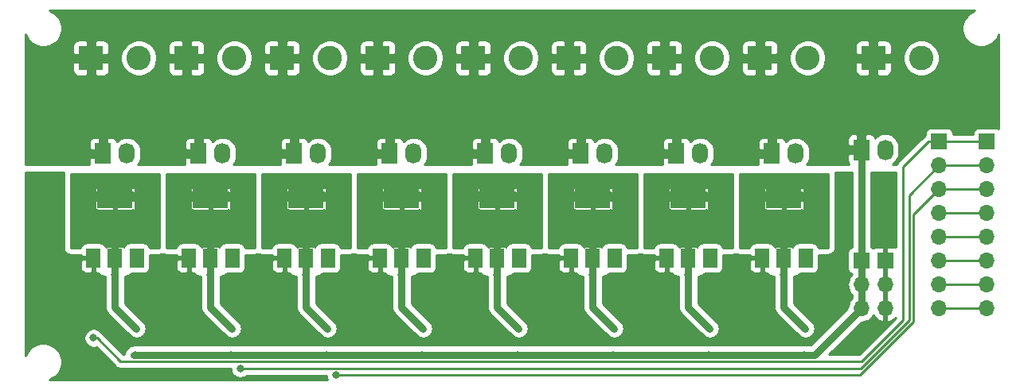
<source format=gbr>
G04 #@! TF.GenerationSoftware,KiCad,Pcbnew,(5.1.0-rc2-41-g6b3e9b0ed)*
G04 #@! TF.CreationDate,2020-04-23T19:15:02+02:00*
G04 #@! TF.ProjectId,LED_Driver,4c45445f-4472-4697-9665-722e6b696361,V0.1*
G04 #@! TF.SameCoordinates,Original*
G04 #@! TF.FileFunction,Copper,L2,Bot*
G04 #@! TF.FilePolarity,Positive*
%FSLAX46Y46*%
G04 Gerber Fmt 4.6, Leading zero omitted, Abs format (unit mm)*
G04 Created by KiCad (PCBNEW (5.1.0-rc2-41-g6b3e9b0ed)) date 2020-04-23 19:15:02*
%MOMM*%
%LPD*%
G04 APERTURE LIST*
%ADD10R,1.500000X2.000000*%
%ADD11R,3.800000X2.000000*%
%ADD12O,1.700000X2.200000*%
%ADD13R,1.700000X2.200000*%
%ADD14C,2.600000*%
%ADD15R,2.600000X2.600000*%
%ADD16O,1.700000X1.700000*%
%ADD17R,1.700000X1.700000*%
%ADD18C,0.800000*%
%ADD19C,0.250000*%
%ADD20C,0.800000*%
%ADD21C,0.254000*%
G04 APERTURE END LIST*
D10*
X46750000Y-133071000D03*
X42150000Y-133071000D03*
X44450000Y-133071000D03*
D11*
X44450000Y-126771000D03*
D10*
X56910000Y-133071000D03*
X52310000Y-133071000D03*
X54610000Y-133071000D03*
D11*
X54610000Y-126771000D03*
D10*
X67070000Y-133071000D03*
X62470000Y-133071000D03*
X64770000Y-133071000D03*
D11*
X64770000Y-126771000D03*
D10*
X77230000Y-133071000D03*
X72630000Y-133071000D03*
X74930000Y-133071000D03*
D11*
X74930000Y-126771000D03*
D12*
X45720000Y-121920000D03*
D13*
X43180000Y-121920000D03*
D14*
X46990000Y-111760000D03*
D15*
X41910000Y-111760000D03*
D12*
X55880000Y-121920000D03*
D13*
X53340000Y-121920000D03*
D14*
X57150000Y-111760000D03*
D15*
X52070000Y-111760000D03*
D12*
X66040000Y-121920000D03*
D13*
X63500000Y-121920000D03*
D14*
X67310000Y-111760000D03*
D15*
X62230000Y-111760000D03*
D12*
X76200000Y-121920000D03*
D13*
X73660000Y-121920000D03*
D14*
X77470000Y-111760000D03*
D15*
X72390000Y-111760000D03*
D16*
X137160000Y-138430000D03*
X137160000Y-135890000D03*
X137160000Y-133350000D03*
X137160000Y-130810000D03*
X137160000Y-128270000D03*
X137160000Y-125730000D03*
X137160000Y-123190000D03*
D17*
X137160000Y-120650000D03*
D16*
X132080000Y-138430000D03*
X132080000Y-135890000D03*
X132080000Y-133350000D03*
X132080000Y-130810000D03*
X132080000Y-128270000D03*
X132080000Y-125730000D03*
X132080000Y-123190000D03*
D17*
X132080000Y-120650000D03*
D10*
X87390000Y-133071000D03*
X82790000Y-133071000D03*
X85090000Y-133071000D03*
D11*
X85090000Y-126771000D03*
D12*
X86360000Y-121920000D03*
D13*
X83820000Y-121920000D03*
D14*
X87630000Y-111760000D03*
D15*
X82550000Y-111760000D03*
D10*
X97550000Y-133071000D03*
X92950000Y-133071000D03*
X95250000Y-133071000D03*
D11*
X95250000Y-126771000D03*
D10*
X107710000Y-133071000D03*
X103110000Y-133071000D03*
X105410000Y-133071000D03*
D11*
X105410000Y-126771000D03*
D10*
X117870000Y-133071000D03*
X113270000Y-133071000D03*
X115570000Y-133071000D03*
D11*
X115570000Y-126771000D03*
D16*
X126365000Y-138430000D03*
X126365000Y-135890000D03*
D17*
X126365000Y-133350000D03*
D16*
X123825000Y-138430000D03*
X123825000Y-135890000D03*
D17*
X123825000Y-133350000D03*
D12*
X126365000Y-121539000D03*
D13*
X123825000Y-121539000D03*
D12*
X116840000Y-121920000D03*
D13*
X114300000Y-121920000D03*
D12*
X96520000Y-121920000D03*
D13*
X93980000Y-121920000D03*
D12*
X106680000Y-121920000D03*
D13*
X104140000Y-121920000D03*
D14*
X118110000Y-111760000D03*
D15*
X113030000Y-111760000D03*
D14*
X97790000Y-111760000D03*
D15*
X92710000Y-111760000D03*
D14*
X107950000Y-111760000D03*
D15*
X102870000Y-111760000D03*
D14*
X130175000Y-111760000D03*
D15*
X125095000Y-111760000D03*
D18*
X117856000Y-132715000D03*
X117729000Y-143383000D03*
X107569000Y-143383000D03*
X97409000Y-143383000D03*
X87249000Y-143383000D03*
X77089000Y-143383000D03*
X66929000Y-143383000D03*
X56769000Y-143383000D03*
X46609000Y-143383000D03*
X110490000Y-133350000D03*
X100330000Y-133350000D03*
X80010000Y-137160000D03*
X90170000Y-137160000D03*
X110490000Y-134620000D03*
X110490000Y-135890000D03*
X110490000Y-137160000D03*
X100330000Y-134620000D03*
X100330000Y-135890000D03*
X100330000Y-137160000D03*
X90170000Y-133350000D03*
X90170000Y-134620000D03*
X90170000Y-135890000D03*
X80010000Y-133350000D03*
X80010000Y-134620000D03*
X80010000Y-135890000D03*
X69850000Y-133350000D03*
X69850000Y-134620000D03*
X69850000Y-135890000D03*
X69850000Y-137160000D03*
X59690000Y-133350000D03*
X59690000Y-134620000D03*
X59690000Y-135890000D03*
X59690000Y-137160000D03*
X49530000Y-133350000D03*
X49530000Y-134620000D03*
X49530000Y-135890000D03*
X49530000Y-137160000D03*
X39370000Y-133350000D03*
X39370000Y-134620000D03*
X39370000Y-135890000D03*
X39370000Y-137160000D03*
X120650000Y-133350000D03*
X120650000Y-134620000D03*
X120650000Y-135890000D03*
X120650000Y-137160000D03*
X103505000Y-130175000D03*
X103505000Y-128270000D03*
X107696000Y-140589000D03*
X107315000Y-130175000D03*
X105410000Y-130175000D03*
X105410000Y-128270000D03*
X107315000Y-128270000D03*
X107315000Y-126365000D03*
X105410000Y-126365000D03*
X103505000Y-126365000D03*
X105410000Y-134883000D03*
X93345000Y-130175000D03*
X93345000Y-128270000D03*
X97536000Y-140589000D03*
X97155000Y-130175000D03*
X95250000Y-130175000D03*
X95250000Y-128270000D03*
X97155000Y-128270000D03*
X97155000Y-126365000D03*
X95250000Y-126365000D03*
X93345000Y-126365000D03*
X95250000Y-134883000D03*
X113665000Y-130175000D03*
X113665000Y-128270000D03*
X117856000Y-140589000D03*
X117475000Y-130175000D03*
X115570000Y-130175000D03*
X115570000Y-128270000D03*
X117475000Y-128270000D03*
X117475000Y-126365000D03*
X115570000Y-126365000D03*
X113665000Y-126365000D03*
X115570000Y-134883000D03*
X107696000Y-132715000D03*
X97536000Y-132715000D03*
X87376000Y-132715000D03*
X83185000Y-130175000D03*
X83185000Y-128270000D03*
X87376000Y-140589000D03*
X86995000Y-130175000D03*
X85090000Y-130175000D03*
X85090000Y-128270000D03*
X86995000Y-128270000D03*
X86995000Y-126365000D03*
X85090000Y-126365000D03*
X83185000Y-126365000D03*
X85090000Y-134883000D03*
X67945000Y-145558010D03*
X57785000Y-144833010D03*
X42164000Y-141596000D03*
X73025000Y-130175000D03*
X73025000Y-128270000D03*
X77216000Y-140589000D03*
X76835000Y-130175000D03*
X74930000Y-130175000D03*
X74930000Y-128270000D03*
X76835000Y-128270000D03*
X76835000Y-126365000D03*
X74930000Y-126365000D03*
X73025000Y-126365000D03*
X74930000Y-134883000D03*
X62865000Y-130175000D03*
X62865000Y-128270000D03*
X67056000Y-140589000D03*
X66675000Y-130175000D03*
X64770000Y-130175000D03*
X64770000Y-128270000D03*
X66675000Y-128270000D03*
X66675000Y-126365000D03*
X64770000Y-126365000D03*
X62865000Y-126365000D03*
X64770000Y-134883000D03*
X52705000Y-130175000D03*
X52705000Y-128270000D03*
X56896000Y-140589000D03*
X56515000Y-130175000D03*
X54610000Y-130175000D03*
X54610000Y-128270000D03*
X56515000Y-128270000D03*
X56515000Y-126365000D03*
X54610000Y-126365000D03*
X52705000Y-126365000D03*
X54610000Y-134883000D03*
X42545000Y-130175000D03*
X42545000Y-128270000D03*
X46736000Y-140589000D03*
X46355000Y-130175000D03*
X44450000Y-130175000D03*
X44450000Y-128270000D03*
X46355000Y-128270000D03*
X46355000Y-126365000D03*
X44450000Y-126365000D03*
X42545000Y-126365000D03*
X44450000Y-134883000D03*
X77216000Y-132715000D03*
X67056000Y-132715000D03*
X56896000Y-132715000D03*
X46736000Y-132715000D03*
D19*
X137160000Y-138430000D02*
X132080000Y-138430000D01*
D20*
X123825000Y-121539000D02*
X123825000Y-133350000D01*
X123825000Y-133350000D02*
X123825000Y-135890000D01*
X123825000Y-135890000D02*
X123825000Y-138430000D01*
X118872000Y-143383000D02*
X123825000Y-138430000D01*
X118872000Y-143383000D02*
X46482000Y-143383000D01*
D19*
X137160000Y-135890000D02*
X132080000Y-135890000D01*
X137160000Y-133350000D02*
X132080000Y-133350000D01*
D20*
X107696000Y-140589000D02*
X105410000Y-138303000D01*
X105410000Y-138303000D02*
X105410000Y-134883000D01*
X105410000Y-133325000D02*
X105410000Y-134883000D01*
X105410000Y-133071000D02*
X105410000Y-130175000D01*
X97536000Y-140589000D02*
X95250000Y-138303000D01*
X95250000Y-138303000D02*
X95250000Y-134883000D01*
X95250000Y-133325000D02*
X95250000Y-134883000D01*
X95250000Y-133071000D02*
X95250000Y-130175000D01*
X117856000Y-140589000D02*
X115570000Y-138303000D01*
X115570000Y-138303000D02*
X115570000Y-134883000D01*
X115570000Y-133325000D02*
X115570000Y-134883000D01*
X115570000Y-133071000D02*
X115570000Y-130175000D01*
D19*
X133180000Y-130810000D02*
X137160000Y-130810000D01*
X132080000Y-130810000D02*
X133180000Y-130810000D01*
D20*
X87376000Y-140589000D02*
X85090000Y-138303000D01*
X85090000Y-138303000D02*
X85090000Y-134883000D01*
X85090000Y-133325000D02*
X85090000Y-134883000D01*
X85090000Y-133071000D02*
X85090000Y-130175000D01*
D19*
X132080000Y-128270000D02*
X137160000Y-128270000D01*
X123681990Y-145558010D02*
X67945000Y-145558010D01*
X129355009Y-128454991D02*
X129355009Y-139884991D01*
X129355009Y-139884991D02*
X123681990Y-145558010D01*
X132080000Y-125730000D02*
X129355009Y-128454991D01*
X137160000Y-125730000D02*
X132080000Y-125730000D01*
X128905000Y-139698590D02*
X123770580Y-144833010D01*
X132080000Y-123190000D02*
X128905000Y-126365000D01*
X121338010Y-144833010D02*
X57785000Y-144833010D01*
X123770580Y-144833010D02*
X121338010Y-144833010D01*
X128905000Y-126365000D02*
X128905000Y-139698590D01*
X121700992Y-144833010D02*
X121338010Y-144833010D01*
X137160000Y-123190000D02*
X132080000Y-123190000D01*
X123859170Y-144108010D02*
X45048010Y-144108010D01*
X130980000Y-120650000D02*
X128270000Y-123360000D01*
X128270000Y-139697180D02*
X123859170Y-144108010D01*
X128270000Y-123360000D02*
X128270000Y-139697180D01*
X42536000Y-141596000D02*
X42164000Y-141596000D01*
X45048010Y-144108010D02*
X42536000Y-141596000D01*
X132080000Y-120650000D02*
X130980000Y-120650000D01*
X132080000Y-120650000D02*
X137160000Y-120650000D01*
D20*
X77216000Y-140589000D02*
X74930000Y-138303000D01*
X74930000Y-138303000D02*
X74930000Y-134883000D01*
X74930000Y-133325000D02*
X74930000Y-134883000D01*
X74930000Y-133071000D02*
X74930000Y-130175000D01*
X67056000Y-140589000D02*
X64770000Y-138303000D01*
X64770000Y-138303000D02*
X64770000Y-134883000D01*
X64770000Y-133325000D02*
X64770000Y-134883000D01*
X64770000Y-133071000D02*
X64770000Y-130175000D01*
X56896000Y-140589000D02*
X54610000Y-138303000D01*
X54610000Y-138303000D02*
X54610000Y-134883000D01*
X54610000Y-133325000D02*
X54610000Y-134883000D01*
X54610000Y-133071000D02*
X54610000Y-130175000D01*
X46736000Y-140589000D02*
X44450000Y-138303000D01*
X44450000Y-138303000D02*
X44450000Y-134883000D01*
X44450000Y-133325000D02*
X44450000Y-134883000D01*
X44450000Y-133071000D02*
X44450000Y-130175000D01*
D21*
G36*
X120269000Y-131953000D02*
G01*
X119246450Y-131953000D01*
X119245812Y-131946518D01*
X119209502Y-131826820D01*
X119150537Y-131716506D01*
X119071185Y-131619815D01*
X118974494Y-131540463D01*
X118864180Y-131481498D01*
X118744482Y-131445188D01*
X118620000Y-131432928D01*
X117120000Y-131432928D01*
X116995518Y-131445188D01*
X116875820Y-131481498D01*
X116765506Y-131540463D01*
X116668815Y-131619815D01*
X116589463Y-131716506D01*
X116530498Y-131826820D01*
X116508279Y-131900068D01*
X116481915Y-131873705D01*
X116440314Y-131845908D01*
X116394089Y-131826761D01*
X116345017Y-131817000D01*
X115760500Y-131817000D01*
X115697000Y-131880500D01*
X115697000Y-132944000D01*
X115717000Y-132944000D01*
X115717000Y-133198000D01*
X115697000Y-133198000D01*
X115697000Y-133218000D01*
X115443000Y-133218000D01*
X115443000Y-133198000D01*
X115423000Y-133198000D01*
X115423000Y-132944000D01*
X115443000Y-132944000D01*
X115443000Y-131880500D01*
X115379500Y-131817000D01*
X114794983Y-131817000D01*
X114745911Y-131826761D01*
X114699686Y-131845908D01*
X114658085Y-131873705D01*
X114631721Y-131900068D01*
X114609502Y-131826820D01*
X114550537Y-131716506D01*
X114471185Y-131619815D01*
X114374494Y-131540463D01*
X114264180Y-131481498D01*
X114144482Y-131445188D01*
X114020000Y-131432928D01*
X112520000Y-131432928D01*
X112395518Y-131445188D01*
X112275820Y-131481498D01*
X112165506Y-131540463D01*
X112068815Y-131619815D01*
X111989463Y-131716506D01*
X111930498Y-131826820D01*
X111894188Y-131946518D01*
X111893550Y-131953000D01*
X110871000Y-131953000D01*
X110871000Y-126961500D01*
X113416000Y-126961500D01*
X113416000Y-127796017D01*
X113425761Y-127845089D01*
X113444908Y-127891314D01*
X113472705Y-127932916D01*
X113508085Y-127968295D01*
X113549686Y-127996092D01*
X113595911Y-128015239D01*
X113644983Y-128025000D01*
X115379500Y-128025000D01*
X115443000Y-127961500D01*
X115443000Y-126898000D01*
X115697000Y-126898000D01*
X115697000Y-127961500D01*
X115760500Y-128025000D01*
X117495017Y-128025000D01*
X117544089Y-128015239D01*
X117590314Y-127996092D01*
X117631915Y-127968295D01*
X117667295Y-127932916D01*
X117695092Y-127891314D01*
X117714239Y-127845089D01*
X117724000Y-127796017D01*
X117724000Y-126961500D01*
X117660500Y-126898000D01*
X115697000Y-126898000D01*
X115443000Y-126898000D01*
X113479500Y-126898000D01*
X113416000Y-126961500D01*
X110871000Y-126961500D01*
X110871000Y-125745983D01*
X113416000Y-125745983D01*
X113416000Y-126580500D01*
X113479500Y-126644000D01*
X115443000Y-126644000D01*
X115443000Y-125580500D01*
X115697000Y-125580500D01*
X115697000Y-126644000D01*
X117660500Y-126644000D01*
X117724000Y-126580500D01*
X117724000Y-125745983D01*
X117714239Y-125696911D01*
X117695092Y-125650686D01*
X117667295Y-125609084D01*
X117631915Y-125573705D01*
X117590314Y-125545908D01*
X117544089Y-125526761D01*
X117495017Y-125517000D01*
X115760500Y-125517000D01*
X115697000Y-125580500D01*
X115443000Y-125580500D01*
X115379500Y-125517000D01*
X113644983Y-125517000D01*
X113595911Y-125526761D01*
X113549686Y-125545908D01*
X113508085Y-125573705D01*
X113472705Y-125609084D01*
X113444908Y-125650686D01*
X113425761Y-125696911D01*
X113416000Y-125745983D01*
X110871000Y-125745983D01*
X110871000Y-124079000D01*
X120269000Y-124079000D01*
X120269000Y-131953000D01*
X120269000Y-131953000D01*
G37*
X120269000Y-131953000D02*
X119246450Y-131953000D01*
X119245812Y-131946518D01*
X119209502Y-131826820D01*
X119150537Y-131716506D01*
X119071185Y-131619815D01*
X118974494Y-131540463D01*
X118864180Y-131481498D01*
X118744482Y-131445188D01*
X118620000Y-131432928D01*
X117120000Y-131432928D01*
X116995518Y-131445188D01*
X116875820Y-131481498D01*
X116765506Y-131540463D01*
X116668815Y-131619815D01*
X116589463Y-131716506D01*
X116530498Y-131826820D01*
X116508279Y-131900068D01*
X116481915Y-131873705D01*
X116440314Y-131845908D01*
X116394089Y-131826761D01*
X116345017Y-131817000D01*
X115760500Y-131817000D01*
X115697000Y-131880500D01*
X115697000Y-132944000D01*
X115717000Y-132944000D01*
X115717000Y-133198000D01*
X115697000Y-133198000D01*
X115697000Y-133218000D01*
X115443000Y-133218000D01*
X115443000Y-133198000D01*
X115423000Y-133198000D01*
X115423000Y-132944000D01*
X115443000Y-132944000D01*
X115443000Y-131880500D01*
X115379500Y-131817000D01*
X114794983Y-131817000D01*
X114745911Y-131826761D01*
X114699686Y-131845908D01*
X114658085Y-131873705D01*
X114631721Y-131900068D01*
X114609502Y-131826820D01*
X114550537Y-131716506D01*
X114471185Y-131619815D01*
X114374494Y-131540463D01*
X114264180Y-131481498D01*
X114144482Y-131445188D01*
X114020000Y-131432928D01*
X112520000Y-131432928D01*
X112395518Y-131445188D01*
X112275820Y-131481498D01*
X112165506Y-131540463D01*
X112068815Y-131619815D01*
X111989463Y-131716506D01*
X111930498Y-131826820D01*
X111894188Y-131946518D01*
X111893550Y-131953000D01*
X110871000Y-131953000D01*
X110871000Y-126961500D01*
X113416000Y-126961500D01*
X113416000Y-127796017D01*
X113425761Y-127845089D01*
X113444908Y-127891314D01*
X113472705Y-127932916D01*
X113508085Y-127968295D01*
X113549686Y-127996092D01*
X113595911Y-128015239D01*
X113644983Y-128025000D01*
X115379500Y-128025000D01*
X115443000Y-127961500D01*
X115443000Y-126898000D01*
X115697000Y-126898000D01*
X115697000Y-127961500D01*
X115760500Y-128025000D01*
X117495017Y-128025000D01*
X117544089Y-128015239D01*
X117590314Y-127996092D01*
X117631915Y-127968295D01*
X117667295Y-127932916D01*
X117695092Y-127891314D01*
X117714239Y-127845089D01*
X117724000Y-127796017D01*
X117724000Y-126961500D01*
X117660500Y-126898000D01*
X115697000Y-126898000D01*
X115443000Y-126898000D01*
X113479500Y-126898000D01*
X113416000Y-126961500D01*
X110871000Y-126961500D01*
X110871000Y-125745983D01*
X113416000Y-125745983D01*
X113416000Y-126580500D01*
X113479500Y-126644000D01*
X115443000Y-126644000D01*
X115443000Y-125580500D01*
X115697000Y-125580500D01*
X115697000Y-126644000D01*
X117660500Y-126644000D01*
X117724000Y-126580500D01*
X117724000Y-125745983D01*
X117714239Y-125696911D01*
X117695092Y-125650686D01*
X117667295Y-125609084D01*
X117631915Y-125573705D01*
X117590314Y-125545908D01*
X117544089Y-125526761D01*
X117495017Y-125517000D01*
X115760500Y-125517000D01*
X115697000Y-125580500D01*
X115443000Y-125580500D01*
X115379500Y-125517000D01*
X113644983Y-125517000D01*
X113595911Y-125526761D01*
X113549686Y-125545908D01*
X113508085Y-125573705D01*
X113472705Y-125609084D01*
X113444908Y-125650686D01*
X113425761Y-125696911D01*
X113416000Y-125745983D01*
X110871000Y-125745983D01*
X110871000Y-124079000D01*
X120269000Y-124079000D01*
X120269000Y-131953000D01*
G36*
X110109000Y-131953000D02*
G01*
X109086450Y-131953000D01*
X109085812Y-131946518D01*
X109049502Y-131826820D01*
X108990537Y-131716506D01*
X108911185Y-131619815D01*
X108814494Y-131540463D01*
X108704180Y-131481498D01*
X108584482Y-131445188D01*
X108460000Y-131432928D01*
X106960000Y-131432928D01*
X106835518Y-131445188D01*
X106715820Y-131481498D01*
X106605506Y-131540463D01*
X106508815Y-131619815D01*
X106429463Y-131716506D01*
X106370498Y-131826820D01*
X106348279Y-131900068D01*
X106321915Y-131873705D01*
X106280314Y-131845908D01*
X106234089Y-131826761D01*
X106185017Y-131817000D01*
X105600500Y-131817000D01*
X105537000Y-131880500D01*
X105537000Y-132944000D01*
X105557000Y-132944000D01*
X105557000Y-133198000D01*
X105537000Y-133198000D01*
X105537000Y-133218000D01*
X105283000Y-133218000D01*
X105283000Y-133198000D01*
X105263000Y-133198000D01*
X105263000Y-132944000D01*
X105283000Y-132944000D01*
X105283000Y-131880500D01*
X105219500Y-131817000D01*
X104634983Y-131817000D01*
X104585911Y-131826761D01*
X104539686Y-131845908D01*
X104498085Y-131873705D01*
X104471721Y-131900068D01*
X104449502Y-131826820D01*
X104390537Y-131716506D01*
X104311185Y-131619815D01*
X104214494Y-131540463D01*
X104104180Y-131481498D01*
X103984482Y-131445188D01*
X103860000Y-131432928D01*
X102360000Y-131432928D01*
X102235518Y-131445188D01*
X102115820Y-131481498D01*
X102005506Y-131540463D01*
X101908815Y-131619815D01*
X101829463Y-131716506D01*
X101770498Y-131826820D01*
X101734188Y-131946518D01*
X101733550Y-131953000D01*
X100711000Y-131953000D01*
X100711000Y-126961500D01*
X103256000Y-126961500D01*
X103256000Y-127796017D01*
X103265761Y-127845089D01*
X103284908Y-127891314D01*
X103312705Y-127932916D01*
X103348085Y-127968295D01*
X103389686Y-127996092D01*
X103435911Y-128015239D01*
X103484983Y-128025000D01*
X105219500Y-128025000D01*
X105283000Y-127961500D01*
X105283000Y-126898000D01*
X105537000Y-126898000D01*
X105537000Y-127961500D01*
X105600500Y-128025000D01*
X107335017Y-128025000D01*
X107384089Y-128015239D01*
X107430314Y-127996092D01*
X107471915Y-127968295D01*
X107507295Y-127932916D01*
X107535092Y-127891314D01*
X107554239Y-127845089D01*
X107564000Y-127796017D01*
X107564000Y-126961500D01*
X107500500Y-126898000D01*
X105537000Y-126898000D01*
X105283000Y-126898000D01*
X103319500Y-126898000D01*
X103256000Y-126961500D01*
X100711000Y-126961500D01*
X100711000Y-125745983D01*
X103256000Y-125745983D01*
X103256000Y-126580500D01*
X103319500Y-126644000D01*
X105283000Y-126644000D01*
X105283000Y-125580500D01*
X105537000Y-125580500D01*
X105537000Y-126644000D01*
X107500500Y-126644000D01*
X107564000Y-126580500D01*
X107564000Y-125745983D01*
X107554239Y-125696911D01*
X107535092Y-125650686D01*
X107507295Y-125609084D01*
X107471915Y-125573705D01*
X107430314Y-125545908D01*
X107384089Y-125526761D01*
X107335017Y-125517000D01*
X105600500Y-125517000D01*
X105537000Y-125580500D01*
X105283000Y-125580500D01*
X105219500Y-125517000D01*
X103484983Y-125517000D01*
X103435911Y-125526761D01*
X103389686Y-125545908D01*
X103348085Y-125573705D01*
X103312705Y-125609084D01*
X103284908Y-125650686D01*
X103265761Y-125696911D01*
X103256000Y-125745983D01*
X100711000Y-125745983D01*
X100711000Y-124079000D01*
X110109000Y-124079000D01*
X110109000Y-131953000D01*
X110109000Y-131953000D01*
G37*
X110109000Y-131953000D02*
X109086450Y-131953000D01*
X109085812Y-131946518D01*
X109049502Y-131826820D01*
X108990537Y-131716506D01*
X108911185Y-131619815D01*
X108814494Y-131540463D01*
X108704180Y-131481498D01*
X108584482Y-131445188D01*
X108460000Y-131432928D01*
X106960000Y-131432928D01*
X106835518Y-131445188D01*
X106715820Y-131481498D01*
X106605506Y-131540463D01*
X106508815Y-131619815D01*
X106429463Y-131716506D01*
X106370498Y-131826820D01*
X106348279Y-131900068D01*
X106321915Y-131873705D01*
X106280314Y-131845908D01*
X106234089Y-131826761D01*
X106185017Y-131817000D01*
X105600500Y-131817000D01*
X105537000Y-131880500D01*
X105537000Y-132944000D01*
X105557000Y-132944000D01*
X105557000Y-133198000D01*
X105537000Y-133198000D01*
X105537000Y-133218000D01*
X105283000Y-133218000D01*
X105283000Y-133198000D01*
X105263000Y-133198000D01*
X105263000Y-132944000D01*
X105283000Y-132944000D01*
X105283000Y-131880500D01*
X105219500Y-131817000D01*
X104634983Y-131817000D01*
X104585911Y-131826761D01*
X104539686Y-131845908D01*
X104498085Y-131873705D01*
X104471721Y-131900068D01*
X104449502Y-131826820D01*
X104390537Y-131716506D01*
X104311185Y-131619815D01*
X104214494Y-131540463D01*
X104104180Y-131481498D01*
X103984482Y-131445188D01*
X103860000Y-131432928D01*
X102360000Y-131432928D01*
X102235518Y-131445188D01*
X102115820Y-131481498D01*
X102005506Y-131540463D01*
X101908815Y-131619815D01*
X101829463Y-131716506D01*
X101770498Y-131826820D01*
X101734188Y-131946518D01*
X101733550Y-131953000D01*
X100711000Y-131953000D01*
X100711000Y-126961500D01*
X103256000Y-126961500D01*
X103256000Y-127796017D01*
X103265761Y-127845089D01*
X103284908Y-127891314D01*
X103312705Y-127932916D01*
X103348085Y-127968295D01*
X103389686Y-127996092D01*
X103435911Y-128015239D01*
X103484983Y-128025000D01*
X105219500Y-128025000D01*
X105283000Y-127961500D01*
X105283000Y-126898000D01*
X105537000Y-126898000D01*
X105537000Y-127961500D01*
X105600500Y-128025000D01*
X107335017Y-128025000D01*
X107384089Y-128015239D01*
X107430314Y-127996092D01*
X107471915Y-127968295D01*
X107507295Y-127932916D01*
X107535092Y-127891314D01*
X107554239Y-127845089D01*
X107564000Y-127796017D01*
X107564000Y-126961500D01*
X107500500Y-126898000D01*
X105537000Y-126898000D01*
X105283000Y-126898000D01*
X103319500Y-126898000D01*
X103256000Y-126961500D01*
X100711000Y-126961500D01*
X100711000Y-125745983D01*
X103256000Y-125745983D01*
X103256000Y-126580500D01*
X103319500Y-126644000D01*
X105283000Y-126644000D01*
X105283000Y-125580500D01*
X105537000Y-125580500D01*
X105537000Y-126644000D01*
X107500500Y-126644000D01*
X107564000Y-126580500D01*
X107564000Y-125745983D01*
X107554239Y-125696911D01*
X107535092Y-125650686D01*
X107507295Y-125609084D01*
X107471915Y-125573705D01*
X107430314Y-125545908D01*
X107384089Y-125526761D01*
X107335017Y-125517000D01*
X105600500Y-125517000D01*
X105537000Y-125580500D01*
X105283000Y-125580500D01*
X105219500Y-125517000D01*
X103484983Y-125517000D01*
X103435911Y-125526761D01*
X103389686Y-125545908D01*
X103348085Y-125573705D01*
X103312705Y-125609084D01*
X103284908Y-125650686D01*
X103265761Y-125696911D01*
X103256000Y-125745983D01*
X100711000Y-125745983D01*
X100711000Y-124079000D01*
X110109000Y-124079000D01*
X110109000Y-131953000D01*
G36*
X99949000Y-131953000D02*
G01*
X98926450Y-131953000D01*
X98925812Y-131946518D01*
X98889502Y-131826820D01*
X98830537Y-131716506D01*
X98751185Y-131619815D01*
X98654494Y-131540463D01*
X98544180Y-131481498D01*
X98424482Y-131445188D01*
X98300000Y-131432928D01*
X96800000Y-131432928D01*
X96675518Y-131445188D01*
X96555820Y-131481498D01*
X96445506Y-131540463D01*
X96348815Y-131619815D01*
X96269463Y-131716506D01*
X96210498Y-131826820D01*
X96188279Y-131900068D01*
X96161915Y-131873705D01*
X96120314Y-131845908D01*
X96074089Y-131826761D01*
X96025017Y-131817000D01*
X95440500Y-131817000D01*
X95377000Y-131880500D01*
X95377000Y-132944000D01*
X95397000Y-132944000D01*
X95397000Y-133198000D01*
X95377000Y-133198000D01*
X95377000Y-133218000D01*
X95123000Y-133218000D01*
X95123000Y-133198000D01*
X95103000Y-133198000D01*
X95103000Y-132944000D01*
X95123000Y-132944000D01*
X95123000Y-131880500D01*
X95059500Y-131817000D01*
X94474983Y-131817000D01*
X94425911Y-131826761D01*
X94379686Y-131845908D01*
X94338085Y-131873705D01*
X94311721Y-131900068D01*
X94289502Y-131826820D01*
X94230537Y-131716506D01*
X94151185Y-131619815D01*
X94054494Y-131540463D01*
X93944180Y-131481498D01*
X93824482Y-131445188D01*
X93700000Y-131432928D01*
X92200000Y-131432928D01*
X92075518Y-131445188D01*
X91955820Y-131481498D01*
X91845506Y-131540463D01*
X91748815Y-131619815D01*
X91669463Y-131716506D01*
X91610498Y-131826820D01*
X91574188Y-131946518D01*
X91573550Y-131953000D01*
X90551000Y-131953000D01*
X90551000Y-126961500D01*
X93096000Y-126961500D01*
X93096000Y-127796017D01*
X93105761Y-127845089D01*
X93124908Y-127891314D01*
X93152705Y-127932916D01*
X93188085Y-127968295D01*
X93229686Y-127996092D01*
X93275911Y-128015239D01*
X93324983Y-128025000D01*
X95059500Y-128025000D01*
X95123000Y-127961500D01*
X95123000Y-126898000D01*
X95377000Y-126898000D01*
X95377000Y-127961500D01*
X95440500Y-128025000D01*
X97175017Y-128025000D01*
X97224089Y-128015239D01*
X97270314Y-127996092D01*
X97311915Y-127968295D01*
X97347295Y-127932916D01*
X97375092Y-127891314D01*
X97394239Y-127845089D01*
X97404000Y-127796017D01*
X97404000Y-126961500D01*
X97340500Y-126898000D01*
X95377000Y-126898000D01*
X95123000Y-126898000D01*
X93159500Y-126898000D01*
X93096000Y-126961500D01*
X90551000Y-126961500D01*
X90551000Y-125745983D01*
X93096000Y-125745983D01*
X93096000Y-126580500D01*
X93159500Y-126644000D01*
X95123000Y-126644000D01*
X95123000Y-125580500D01*
X95377000Y-125580500D01*
X95377000Y-126644000D01*
X97340500Y-126644000D01*
X97404000Y-126580500D01*
X97404000Y-125745983D01*
X97394239Y-125696911D01*
X97375092Y-125650686D01*
X97347295Y-125609084D01*
X97311915Y-125573705D01*
X97270314Y-125545908D01*
X97224089Y-125526761D01*
X97175017Y-125517000D01*
X95440500Y-125517000D01*
X95377000Y-125580500D01*
X95123000Y-125580500D01*
X95059500Y-125517000D01*
X93324983Y-125517000D01*
X93275911Y-125526761D01*
X93229686Y-125545908D01*
X93188085Y-125573705D01*
X93152705Y-125609084D01*
X93124908Y-125650686D01*
X93105761Y-125696911D01*
X93096000Y-125745983D01*
X90551000Y-125745983D01*
X90551000Y-124079000D01*
X99949000Y-124079000D01*
X99949000Y-131953000D01*
X99949000Y-131953000D01*
G37*
X99949000Y-131953000D02*
X98926450Y-131953000D01*
X98925812Y-131946518D01*
X98889502Y-131826820D01*
X98830537Y-131716506D01*
X98751185Y-131619815D01*
X98654494Y-131540463D01*
X98544180Y-131481498D01*
X98424482Y-131445188D01*
X98300000Y-131432928D01*
X96800000Y-131432928D01*
X96675518Y-131445188D01*
X96555820Y-131481498D01*
X96445506Y-131540463D01*
X96348815Y-131619815D01*
X96269463Y-131716506D01*
X96210498Y-131826820D01*
X96188279Y-131900068D01*
X96161915Y-131873705D01*
X96120314Y-131845908D01*
X96074089Y-131826761D01*
X96025017Y-131817000D01*
X95440500Y-131817000D01*
X95377000Y-131880500D01*
X95377000Y-132944000D01*
X95397000Y-132944000D01*
X95397000Y-133198000D01*
X95377000Y-133198000D01*
X95377000Y-133218000D01*
X95123000Y-133218000D01*
X95123000Y-133198000D01*
X95103000Y-133198000D01*
X95103000Y-132944000D01*
X95123000Y-132944000D01*
X95123000Y-131880500D01*
X95059500Y-131817000D01*
X94474983Y-131817000D01*
X94425911Y-131826761D01*
X94379686Y-131845908D01*
X94338085Y-131873705D01*
X94311721Y-131900068D01*
X94289502Y-131826820D01*
X94230537Y-131716506D01*
X94151185Y-131619815D01*
X94054494Y-131540463D01*
X93944180Y-131481498D01*
X93824482Y-131445188D01*
X93700000Y-131432928D01*
X92200000Y-131432928D01*
X92075518Y-131445188D01*
X91955820Y-131481498D01*
X91845506Y-131540463D01*
X91748815Y-131619815D01*
X91669463Y-131716506D01*
X91610498Y-131826820D01*
X91574188Y-131946518D01*
X91573550Y-131953000D01*
X90551000Y-131953000D01*
X90551000Y-126961500D01*
X93096000Y-126961500D01*
X93096000Y-127796017D01*
X93105761Y-127845089D01*
X93124908Y-127891314D01*
X93152705Y-127932916D01*
X93188085Y-127968295D01*
X93229686Y-127996092D01*
X93275911Y-128015239D01*
X93324983Y-128025000D01*
X95059500Y-128025000D01*
X95123000Y-127961500D01*
X95123000Y-126898000D01*
X95377000Y-126898000D01*
X95377000Y-127961500D01*
X95440500Y-128025000D01*
X97175017Y-128025000D01*
X97224089Y-128015239D01*
X97270314Y-127996092D01*
X97311915Y-127968295D01*
X97347295Y-127932916D01*
X97375092Y-127891314D01*
X97394239Y-127845089D01*
X97404000Y-127796017D01*
X97404000Y-126961500D01*
X97340500Y-126898000D01*
X95377000Y-126898000D01*
X95123000Y-126898000D01*
X93159500Y-126898000D01*
X93096000Y-126961500D01*
X90551000Y-126961500D01*
X90551000Y-125745983D01*
X93096000Y-125745983D01*
X93096000Y-126580500D01*
X93159500Y-126644000D01*
X95123000Y-126644000D01*
X95123000Y-125580500D01*
X95377000Y-125580500D01*
X95377000Y-126644000D01*
X97340500Y-126644000D01*
X97404000Y-126580500D01*
X97404000Y-125745983D01*
X97394239Y-125696911D01*
X97375092Y-125650686D01*
X97347295Y-125609084D01*
X97311915Y-125573705D01*
X97270314Y-125545908D01*
X97224089Y-125526761D01*
X97175017Y-125517000D01*
X95440500Y-125517000D01*
X95377000Y-125580500D01*
X95123000Y-125580500D01*
X95059500Y-125517000D01*
X93324983Y-125517000D01*
X93275911Y-125526761D01*
X93229686Y-125545908D01*
X93188085Y-125573705D01*
X93152705Y-125609084D01*
X93124908Y-125650686D01*
X93105761Y-125696911D01*
X93096000Y-125745983D01*
X90551000Y-125745983D01*
X90551000Y-124079000D01*
X99949000Y-124079000D01*
X99949000Y-131953000D01*
G36*
X89789000Y-131953000D02*
G01*
X88766450Y-131953000D01*
X88765812Y-131946518D01*
X88729502Y-131826820D01*
X88670537Y-131716506D01*
X88591185Y-131619815D01*
X88494494Y-131540463D01*
X88384180Y-131481498D01*
X88264482Y-131445188D01*
X88140000Y-131432928D01*
X86640000Y-131432928D01*
X86515518Y-131445188D01*
X86395820Y-131481498D01*
X86285506Y-131540463D01*
X86188815Y-131619815D01*
X86109463Y-131716506D01*
X86050498Y-131826820D01*
X86028279Y-131900068D01*
X86001915Y-131873705D01*
X85960314Y-131845908D01*
X85914089Y-131826761D01*
X85865017Y-131817000D01*
X85280500Y-131817000D01*
X85217000Y-131880500D01*
X85217000Y-132944000D01*
X85237000Y-132944000D01*
X85237000Y-133198000D01*
X85217000Y-133198000D01*
X85217000Y-133218000D01*
X84963000Y-133218000D01*
X84963000Y-133198000D01*
X84943000Y-133198000D01*
X84943000Y-132944000D01*
X84963000Y-132944000D01*
X84963000Y-131880500D01*
X84899500Y-131817000D01*
X84314983Y-131817000D01*
X84265911Y-131826761D01*
X84219686Y-131845908D01*
X84178085Y-131873705D01*
X84151721Y-131900068D01*
X84129502Y-131826820D01*
X84070537Y-131716506D01*
X83991185Y-131619815D01*
X83894494Y-131540463D01*
X83784180Y-131481498D01*
X83664482Y-131445188D01*
X83540000Y-131432928D01*
X82040000Y-131432928D01*
X81915518Y-131445188D01*
X81795820Y-131481498D01*
X81685506Y-131540463D01*
X81588815Y-131619815D01*
X81509463Y-131716506D01*
X81450498Y-131826820D01*
X81414188Y-131946518D01*
X81413550Y-131953000D01*
X80391000Y-131953000D01*
X80391000Y-126961500D01*
X82936000Y-126961500D01*
X82936000Y-127796017D01*
X82945761Y-127845089D01*
X82964908Y-127891314D01*
X82992705Y-127932916D01*
X83028085Y-127968295D01*
X83069686Y-127996092D01*
X83115911Y-128015239D01*
X83164983Y-128025000D01*
X84899500Y-128025000D01*
X84963000Y-127961500D01*
X84963000Y-126898000D01*
X85217000Y-126898000D01*
X85217000Y-127961500D01*
X85280500Y-128025000D01*
X87015017Y-128025000D01*
X87064089Y-128015239D01*
X87110314Y-127996092D01*
X87151915Y-127968295D01*
X87187295Y-127932916D01*
X87215092Y-127891314D01*
X87234239Y-127845089D01*
X87244000Y-127796017D01*
X87244000Y-126961500D01*
X87180500Y-126898000D01*
X85217000Y-126898000D01*
X84963000Y-126898000D01*
X82999500Y-126898000D01*
X82936000Y-126961500D01*
X80391000Y-126961500D01*
X80391000Y-125745983D01*
X82936000Y-125745983D01*
X82936000Y-126580500D01*
X82999500Y-126644000D01*
X84963000Y-126644000D01*
X84963000Y-125580500D01*
X85217000Y-125580500D01*
X85217000Y-126644000D01*
X87180500Y-126644000D01*
X87244000Y-126580500D01*
X87244000Y-125745983D01*
X87234239Y-125696911D01*
X87215092Y-125650686D01*
X87187295Y-125609084D01*
X87151915Y-125573705D01*
X87110314Y-125545908D01*
X87064089Y-125526761D01*
X87015017Y-125517000D01*
X85280500Y-125517000D01*
X85217000Y-125580500D01*
X84963000Y-125580500D01*
X84899500Y-125517000D01*
X83164983Y-125517000D01*
X83115911Y-125526761D01*
X83069686Y-125545908D01*
X83028085Y-125573705D01*
X82992705Y-125609084D01*
X82964908Y-125650686D01*
X82945761Y-125696911D01*
X82936000Y-125745983D01*
X80391000Y-125745983D01*
X80391000Y-124079000D01*
X89789000Y-124079000D01*
X89789000Y-131953000D01*
X89789000Y-131953000D01*
G37*
X89789000Y-131953000D02*
X88766450Y-131953000D01*
X88765812Y-131946518D01*
X88729502Y-131826820D01*
X88670537Y-131716506D01*
X88591185Y-131619815D01*
X88494494Y-131540463D01*
X88384180Y-131481498D01*
X88264482Y-131445188D01*
X88140000Y-131432928D01*
X86640000Y-131432928D01*
X86515518Y-131445188D01*
X86395820Y-131481498D01*
X86285506Y-131540463D01*
X86188815Y-131619815D01*
X86109463Y-131716506D01*
X86050498Y-131826820D01*
X86028279Y-131900068D01*
X86001915Y-131873705D01*
X85960314Y-131845908D01*
X85914089Y-131826761D01*
X85865017Y-131817000D01*
X85280500Y-131817000D01*
X85217000Y-131880500D01*
X85217000Y-132944000D01*
X85237000Y-132944000D01*
X85237000Y-133198000D01*
X85217000Y-133198000D01*
X85217000Y-133218000D01*
X84963000Y-133218000D01*
X84963000Y-133198000D01*
X84943000Y-133198000D01*
X84943000Y-132944000D01*
X84963000Y-132944000D01*
X84963000Y-131880500D01*
X84899500Y-131817000D01*
X84314983Y-131817000D01*
X84265911Y-131826761D01*
X84219686Y-131845908D01*
X84178085Y-131873705D01*
X84151721Y-131900068D01*
X84129502Y-131826820D01*
X84070537Y-131716506D01*
X83991185Y-131619815D01*
X83894494Y-131540463D01*
X83784180Y-131481498D01*
X83664482Y-131445188D01*
X83540000Y-131432928D01*
X82040000Y-131432928D01*
X81915518Y-131445188D01*
X81795820Y-131481498D01*
X81685506Y-131540463D01*
X81588815Y-131619815D01*
X81509463Y-131716506D01*
X81450498Y-131826820D01*
X81414188Y-131946518D01*
X81413550Y-131953000D01*
X80391000Y-131953000D01*
X80391000Y-126961500D01*
X82936000Y-126961500D01*
X82936000Y-127796017D01*
X82945761Y-127845089D01*
X82964908Y-127891314D01*
X82992705Y-127932916D01*
X83028085Y-127968295D01*
X83069686Y-127996092D01*
X83115911Y-128015239D01*
X83164983Y-128025000D01*
X84899500Y-128025000D01*
X84963000Y-127961500D01*
X84963000Y-126898000D01*
X85217000Y-126898000D01*
X85217000Y-127961500D01*
X85280500Y-128025000D01*
X87015017Y-128025000D01*
X87064089Y-128015239D01*
X87110314Y-127996092D01*
X87151915Y-127968295D01*
X87187295Y-127932916D01*
X87215092Y-127891314D01*
X87234239Y-127845089D01*
X87244000Y-127796017D01*
X87244000Y-126961500D01*
X87180500Y-126898000D01*
X85217000Y-126898000D01*
X84963000Y-126898000D01*
X82999500Y-126898000D01*
X82936000Y-126961500D01*
X80391000Y-126961500D01*
X80391000Y-125745983D01*
X82936000Y-125745983D01*
X82936000Y-126580500D01*
X82999500Y-126644000D01*
X84963000Y-126644000D01*
X84963000Y-125580500D01*
X85217000Y-125580500D01*
X85217000Y-126644000D01*
X87180500Y-126644000D01*
X87244000Y-126580500D01*
X87244000Y-125745983D01*
X87234239Y-125696911D01*
X87215092Y-125650686D01*
X87187295Y-125609084D01*
X87151915Y-125573705D01*
X87110314Y-125545908D01*
X87064089Y-125526761D01*
X87015017Y-125517000D01*
X85280500Y-125517000D01*
X85217000Y-125580500D01*
X84963000Y-125580500D01*
X84899500Y-125517000D01*
X83164983Y-125517000D01*
X83115911Y-125526761D01*
X83069686Y-125545908D01*
X83028085Y-125573705D01*
X82992705Y-125609084D01*
X82964908Y-125650686D01*
X82945761Y-125696911D01*
X82936000Y-125745983D01*
X80391000Y-125745983D01*
X80391000Y-124079000D01*
X89789000Y-124079000D01*
X89789000Y-131953000D01*
G36*
X79629000Y-131953000D02*
G01*
X78606450Y-131953000D01*
X78605812Y-131946518D01*
X78569502Y-131826820D01*
X78510537Y-131716506D01*
X78431185Y-131619815D01*
X78334494Y-131540463D01*
X78224180Y-131481498D01*
X78104482Y-131445188D01*
X77980000Y-131432928D01*
X76480000Y-131432928D01*
X76355518Y-131445188D01*
X76235820Y-131481498D01*
X76125506Y-131540463D01*
X76028815Y-131619815D01*
X75949463Y-131716506D01*
X75890498Y-131826820D01*
X75868279Y-131900068D01*
X75841915Y-131873705D01*
X75800314Y-131845908D01*
X75754089Y-131826761D01*
X75705017Y-131817000D01*
X75120500Y-131817000D01*
X75057000Y-131880500D01*
X75057000Y-132944000D01*
X75077000Y-132944000D01*
X75077000Y-133198000D01*
X75057000Y-133198000D01*
X75057000Y-133218000D01*
X74803000Y-133218000D01*
X74803000Y-133198000D01*
X74783000Y-133198000D01*
X74783000Y-132944000D01*
X74803000Y-132944000D01*
X74803000Y-131880500D01*
X74739500Y-131817000D01*
X74154983Y-131817000D01*
X74105911Y-131826761D01*
X74059686Y-131845908D01*
X74018085Y-131873705D01*
X73991721Y-131900068D01*
X73969502Y-131826820D01*
X73910537Y-131716506D01*
X73831185Y-131619815D01*
X73734494Y-131540463D01*
X73624180Y-131481498D01*
X73504482Y-131445188D01*
X73380000Y-131432928D01*
X71880000Y-131432928D01*
X71755518Y-131445188D01*
X71635820Y-131481498D01*
X71525506Y-131540463D01*
X71428815Y-131619815D01*
X71349463Y-131716506D01*
X71290498Y-131826820D01*
X71254188Y-131946518D01*
X71253550Y-131953000D01*
X70231000Y-131953000D01*
X70231000Y-126961500D01*
X72776000Y-126961500D01*
X72776000Y-127796017D01*
X72785761Y-127845089D01*
X72804908Y-127891314D01*
X72832705Y-127932916D01*
X72868085Y-127968295D01*
X72909686Y-127996092D01*
X72955911Y-128015239D01*
X73004983Y-128025000D01*
X74739500Y-128025000D01*
X74803000Y-127961500D01*
X74803000Y-126898000D01*
X75057000Y-126898000D01*
X75057000Y-127961500D01*
X75120500Y-128025000D01*
X76855017Y-128025000D01*
X76904089Y-128015239D01*
X76950314Y-127996092D01*
X76991915Y-127968295D01*
X77027295Y-127932916D01*
X77055092Y-127891314D01*
X77074239Y-127845089D01*
X77084000Y-127796017D01*
X77084000Y-126961500D01*
X77020500Y-126898000D01*
X75057000Y-126898000D01*
X74803000Y-126898000D01*
X72839500Y-126898000D01*
X72776000Y-126961500D01*
X70231000Y-126961500D01*
X70231000Y-125745983D01*
X72776000Y-125745983D01*
X72776000Y-126580500D01*
X72839500Y-126644000D01*
X74803000Y-126644000D01*
X74803000Y-125580500D01*
X75057000Y-125580500D01*
X75057000Y-126644000D01*
X77020500Y-126644000D01*
X77084000Y-126580500D01*
X77084000Y-125745983D01*
X77074239Y-125696911D01*
X77055092Y-125650686D01*
X77027295Y-125609084D01*
X76991915Y-125573705D01*
X76950314Y-125545908D01*
X76904089Y-125526761D01*
X76855017Y-125517000D01*
X75120500Y-125517000D01*
X75057000Y-125580500D01*
X74803000Y-125580500D01*
X74739500Y-125517000D01*
X73004983Y-125517000D01*
X72955911Y-125526761D01*
X72909686Y-125545908D01*
X72868085Y-125573705D01*
X72832705Y-125609084D01*
X72804908Y-125650686D01*
X72785761Y-125696911D01*
X72776000Y-125745983D01*
X70231000Y-125745983D01*
X70231000Y-124079000D01*
X79629000Y-124079000D01*
X79629000Y-131953000D01*
X79629000Y-131953000D01*
G37*
X79629000Y-131953000D02*
X78606450Y-131953000D01*
X78605812Y-131946518D01*
X78569502Y-131826820D01*
X78510537Y-131716506D01*
X78431185Y-131619815D01*
X78334494Y-131540463D01*
X78224180Y-131481498D01*
X78104482Y-131445188D01*
X77980000Y-131432928D01*
X76480000Y-131432928D01*
X76355518Y-131445188D01*
X76235820Y-131481498D01*
X76125506Y-131540463D01*
X76028815Y-131619815D01*
X75949463Y-131716506D01*
X75890498Y-131826820D01*
X75868279Y-131900068D01*
X75841915Y-131873705D01*
X75800314Y-131845908D01*
X75754089Y-131826761D01*
X75705017Y-131817000D01*
X75120500Y-131817000D01*
X75057000Y-131880500D01*
X75057000Y-132944000D01*
X75077000Y-132944000D01*
X75077000Y-133198000D01*
X75057000Y-133198000D01*
X75057000Y-133218000D01*
X74803000Y-133218000D01*
X74803000Y-133198000D01*
X74783000Y-133198000D01*
X74783000Y-132944000D01*
X74803000Y-132944000D01*
X74803000Y-131880500D01*
X74739500Y-131817000D01*
X74154983Y-131817000D01*
X74105911Y-131826761D01*
X74059686Y-131845908D01*
X74018085Y-131873705D01*
X73991721Y-131900068D01*
X73969502Y-131826820D01*
X73910537Y-131716506D01*
X73831185Y-131619815D01*
X73734494Y-131540463D01*
X73624180Y-131481498D01*
X73504482Y-131445188D01*
X73380000Y-131432928D01*
X71880000Y-131432928D01*
X71755518Y-131445188D01*
X71635820Y-131481498D01*
X71525506Y-131540463D01*
X71428815Y-131619815D01*
X71349463Y-131716506D01*
X71290498Y-131826820D01*
X71254188Y-131946518D01*
X71253550Y-131953000D01*
X70231000Y-131953000D01*
X70231000Y-126961500D01*
X72776000Y-126961500D01*
X72776000Y-127796017D01*
X72785761Y-127845089D01*
X72804908Y-127891314D01*
X72832705Y-127932916D01*
X72868085Y-127968295D01*
X72909686Y-127996092D01*
X72955911Y-128015239D01*
X73004983Y-128025000D01*
X74739500Y-128025000D01*
X74803000Y-127961500D01*
X74803000Y-126898000D01*
X75057000Y-126898000D01*
X75057000Y-127961500D01*
X75120500Y-128025000D01*
X76855017Y-128025000D01*
X76904089Y-128015239D01*
X76950314Y-127996092D01*
X76991915Y-127968295D01*
X77027295Y-127932916D01*
X77055092Y-127891314D01*
X77074239Y-127845089D01*
X77084000Y-127796017D01*
X77084000Y-126961500D01*
X77020500Y-126898000D01*
X75057000Y-126898000D01*
X74803000Y-126898000D01*
X72839500Y-126898000D01*
X72776000Y-126961500D01*
X70231000Y-126961500D01*
X70231000Y-125745983D01*
X72776000Y-125745983D01*
X72776000Y-126580500D01*
X72839500Y-126644000D01*
X74803000Y-126644000D01*
X74803000Y-125580500D01*
X75057000Y-125580500D01*
X75057000Y-126644000D01*
X77020500Y-126644000D01*
X77084000Y-126580500D01*
X77084000Y-125745983D01*
X77074239Y-125696911D01*
X77055092Y-125650686D01*
X77027295Y-125609084D01*
X76991915Y-125573705D01*
X76950314Y-125545908D01*
X76904089Y-125526761D01*
X76855017Y-125517000D01*
X75120500Y-125517000D01*
X75057000Y-125580500D01*
X74803000Y-125580500D01*
X74739500Y-125517000D01*
X73004983Y-125517000D01*
X72955911Y-125526761D01*
X72909686Y-125545908D01*
X72868085Y-125573705D01*
X72832705Y-125609084D01*
X72804908Y-125650686D01*
X72785761Y-125696911D01*
X72776000Y-125745983D01*
X70231000Y-125745983D01*
X70231000Y-124079000D01*
X79629000Y-124079000D01*
X79629000Y-131953000D01*
G36*
X69469000Y-131953000D02*
G01*
X68446450Y-131953000D01*
X68445812Y-131946518D01*
X68409502Y-131826820D01*
X68350537Y-131716506D01*
X68271185Y-131619815D01*
X68174494Y-131540463D01*
X68064180Y-131481498D01*
X67944482Y-131445188D01*
X67820000Y-131432928D01*
X66320000Y-131432928D01*
X66195518Y-131445188D01*
X66075820Y-131481498D01*
X65965506Y-131540463D01*
X65868815Y-131619815D01*
X65789463Y-131716506D01*
X65730498Y-131826820D01*
X65708279Y-131900068D01*
X65681915Y-131873705D01*
X65640314Y-131845908D01*
X65594089Y-131826761D01*
X65545017Y-131817000D01*
X64960500Y-131817000D01*
X64897000Y-131880500D01*
X64897000Y-132944000D01*
X64917000Y-132944000D01*
X64917000Y-133198000D01*
X64897000Y-133198000D01*
X64897000Y-133218000D01*
X64643000Y-133218000D01*
X64643000Y-133198000D01*
X64623000Y-133198000D01*
X64623000Y-132944000D01*
X64643000Y-132944000D01*
X64643000Y-131880500D01*
X64579500Y-131817000D01*
X63994983Y-131817000D01*
X63945911Y-131826761D01*
X63899686Y-131845908D01*
X63858085Y-131873705D01*
X63831721Y-131900068D01*
X63809502Y-131826820D01*
X63750537Y-131716506D01*
X63671185Y-131619815D01*
X63574494Y-131540463D01*
X63464180Y-131481498D01*
X63344482Y-131445188D01*
X63220000Y-131432928D01*
X61720000Y-131432928D01*
X61595518Y-131445188D01*
X61475820Y-131481498D01*
X61365506Y-131540463D01*
X61268815Y-131619815D01*
X61189463Y-131716506D01*
X61130498Y-131826820D01*
X61094188Y-131946518D01*
X61093550Y-131953000D01*
X60071000Y-131953000D01*
X60071000Y-126961500D01*
X62616000Y-126961500D01*
X62616000Y-127796017D01*
X62625761Y-127845089D01*
X62644908Y-127891314D01*
X62672705Y-127932916D01*
X62708085Y-127968295D01*
X62749686Y-127996092D01*
X62795911Y-128015239D01*
X62844983Y-128025000D01*
X64579500Y-128025000D01*
X64643000Y-127961500D01*
X64643000Y-126898000D01*
X64897000Y-126898000D01*
X64897000Y-127961500D01*
X64960500Y-128025000D01*
X66695017Y-128025000D01*
X66744089Y-128015239D01*
X66790314Y-127996092D01*
X66831915Y-127968295D01*
X66867295Y-127932916D01*
X66895092Y-127891314D01*
X66914239Y-127845089D01*
X66924000Y-127796017D01*
X66924000Y-126961500D01*
X66860500Y-126898000D01*
X64897000Y-126898000D01*
X64643000Y-126898000D01*
X62679500Y-126898000D01*
X62616000Y-126961500D01*
X60071000Y-126961500D01*
X60071000Y-125745983D01*
X62616000Y-125745983D01*
X62616000Y-126580500D01*
X62679500Y-126644000D01*
X64643000Y-126644000D01*
X64643000Y-125580500D01*
X64897000Y-125580500D01*
X64897000Y-126644000D01*
X66860500Y-126644000D01*
X66924000Y-126580500D01*
X66924000Y-125745983D01*
X66914239Y-125696911D01*
X66895092Y-125650686D01*
X66867295Y-125609084D01*
X66831915Y-125573705D01*
X66790314Y-125545908D01*
X66744089Y-125526761D01*
X66695017Y-125517000D01*
X64960500Y-125517000D01*
X64897000Y-125580500D01*
X64643000Y-125580500D01*
X64579500Y-125517000D01*
X62844983Y-125517000D01*
X62795911Y-125526761D01*
X62749686Y-125545908D01*
X62708085Y-125573705D01*
X62672705Y-125609084D01*
X62644908Y-125650686D01*
X62625761Y-125696911D01*
X62616000Y-125745983D01*
X60071000Y-125745983D01*
X60071000Y-124079000D01*
X69469000Y-124079000D01*
X69469000Y-131953000D01*
X69469000Y-131953000D01*
G37*
X69469000Y-131953000D02*
X68446450Y-131953000D01*
X68445812Y-131946518D01*
X68409502Y-131826820D01*
X68350537Y-131716506D01*
X68271185Y-131619815D01*
X68174494Y-131540463D01*
X68064180Y-131481498D01*
X67944482Y-131445188D01*
X67820000Y-131432928D01*
X66320000Y-131432928D01*
X66195518Y-131445188D01*
X66075820Y-131481498D01*
X65965506Y-131540463D01*
X65868815Y-131619815D01*
X65789463Y-131716506D01*
X65730498Y-131826820D01*
X65708279Y-131900068D01*
X65681915Y-131873705D01*
X65640314Y-131845908D01*
X65594089Y-131826761D01*
X65545017Y-131817000D01*
X64960500Y-131817000D01*
X64897000Y-131880500D01*
X64897000Y-132944000D01*
X64917000Y-132944000D01*
X64917000Y-133198000D01*
X64897000Y-133198000D01*
X64897000Y-133218000D01*
X64643000Y-133218000D01*
X64643000Y-133198000D01*
X64623000Y-133198000D01*
X64623000Y-132944000D01*
X64643000Y-132944000D01*
X64643000Y-131880500D01*
X64579500Y-131817000D01*
X63994983Y-131817000D01*
X63945911Y-131826761D01*
X63899686Y-131845908D01*
X63858085Y-131873705D01*
X63831721Y-131900068D01*
X63809502Y-131826820D01*
X63750537Y-131716506D01*
X63671185Y-131619815D01*
X63574494Y-131540463D01*
X63464180Y-131481498D01*
X63344482Y-131445188D01*
X63220000Y-131432928D01*
X61720000Y-131432928D01*
X61595518Y-131445188D01*
X61475820Y-131481498D01*
X61365506Y-131540463D01*
X61268815Y-131619815D01*
X61189463Y-131716506D01*
X61130498Y-131826820D01*
X61094188Y-131946518D01*
X61093550Y-131953000D01*
X60071000Y-131953000D01*
X60071000Y-126961500D01*
X62616000Y-126961500D01*
X62616000Y-127796017D01*
X62625761Y-127845089D01*
X62644908Y-127891314D01*
X62672705Y-127932916D01*
X62708085Y-127968295D01*
X62749686Y-127996092D01*
X62795911Y-128015239D01*
X62844983Y-128025000D01*
X64579500Y-128025000D01*
X64643000Y-127961500D01*
X64643000Y-126898000D01*
X64897000Y-126898000D01*
X64897000Y-127961500D01*
X64960500Y-128025000D01*
X66695017Y-128025000D01*
X66744089Y-128015239D01*
X66790314Y-127996092D01*
X66831915Y-127968295D01*
X66867295Y-127932916D01*
X66895092Y-127891314D01*
X66914239Y-127845089D01*
X66924000Y-127796017D01*
X66924000Y-126961500D01*
X66860500Y-126898000D01*
X64897000Y-126898000D01*
X64643000Y-126898000D01*
X62679500Y-126898000D01*
X62616000Y-126961500D01*
X60071000Y-126961500D01*
X60071000Y-125745983D01*
X62616000Y-125745983D01*
X62616000Y-126580500D01*
X62679500Y-126644000D01*
X64643000Y-126644000D01*
X64643000Y-125580500D01*
X64897000Y-125580500D01*
X64897000Y-126644000D01*
X66860500Y-126644000D01*
X66924000Y-126580500D01*
X66924000Y-125745983D01*
X66914239Y-125696911D01*
X66895092Y-125650686D01*
X66867295Y-125609084D01*
X66831915Y-125573705D01*
X66790314Y-125545908D01*
X66744089Y-125526761D01*
X66695017Y-125517000D01*
X64960500Y-125517000D01*
X64897000Y-125580500D01*
X64643000Y-125580500D01*
X64579500Y-125517000D01*
X62844983Y-125517000D01*
X62795911Y-125526761D01*
X62749686Y-125545908D01*
X62708085Y-125573705D01*
X62672705Y-125609084D01*
X62644908Y-125650686D01*
X62625761Y-125696911D01*
X62616000Y-125745983D01*
X60071000Y-125745983D01*
X60071000Y-124079000D01*
X69469000Y-124079000D01*
X69469000Y-131953000D01*
G36*
X59309000Y-131953000D02*
G01*
X58286450Y-131953000D01*
X58285812Y-131946518D01*
X58249502Y-131826820D01*
X58190537Y-131716506D01*
X58111185Y-131619815D01*
X58014494Y-131540463D01*
X57904180Y-131481498D01*
X57784482Y-131445188D01*
X57660000Y-131432928D01*
X56160000Y-131432928D01*
X56035518Y-131445188D01*
X55915820Y-131481498D01*
X55805506Y-131540463D01*
X55708815Y-131619815D01*
X55629463Y-131716506D01*
X55570498Y-131826820D01*
X55548279Y-131900068D01*
X55521915Y-131873705D01*
X55480314Y-131845908D01*
X55434089Y-131826761D01*
X55385017Y-131817000D01*
X54800500Y-131817000D01*
X54737000Y-131880500D01*
X54737000Y-132944000D01*
X54757000Y-132944000D01*
X54757000Y-133198000D01*
X54737000Y-133198000D01*
X54737000Y-133218000D01*
X54483000Y-133218000D01*
X54483000Y-133198000D01*
X54463000Y-133198000D01*
X54463000Y-132944000D01*
X54483000Y-132944000D01*
X54483000Y-131880500D01*
X54419500Y-131817000D01*
X53834983Y-131817000D01*
X53785911Y-131826761D01*
X53739686Y-131845908D01*
X53698085Y-131873705D01*
X53671721Y-131900068D01*
X53649502Y-131826820D01*
X53590537Y-131716506D01*
X53511185Y-131619815D01*
X53414494Y-131540463D01*
X53304180Y-131481498D01*
X53184482Y-131445188D01*
X53060000Y-131432928D01*
X51560000Y-131432928D01*
X51435518Y-131445188D01*
X51315820Y-131481498D01*
X51205506Y-131540463D01*
X51108815Y-131619815D01*
X51029463Y-131716506D01*
X50970498Y-131826820D01*
X50934188Y-131946518D01*
X50933550Y-131953000D01*
X49911000Y-131953000D01*
X49911000Y-126961500D01*
X52456000Y-126961500D01*
X52456000Y-127796017D01*
X52465761Y-127845089D01*
X52484908Y-127891314D01*
X52512705Y-127932916D01*
X52548085Y-127968295D01*
X52589686Y-127996092D01*
X52635911Y-128015239D01*
X52684983Y-128025000D01*
X54419500Y-128025000D01*
X54483000Y-127961500D01*
X54483000Y-126898000D01*
X54737000Y-126898000D01*
X54737000Y-127961500D01*
X54800500Y-128025000D01*
X56535017Y-128025000D01*
X56584089Y-128015239D01*
X56630314Y-127996092D01*
X56671915Y-127968295D01*
X56707295Y-127932916D01*
X56735092Y-127891314D01*
X56754239Y-127845089D01*
X56764000Y-127796017D01*
X56764000Y-126961500D01*
X56700500Y-126898000D01*
X54737000Y-126898000D01*
X54483000Y-126898000D01*
X52519500Y-126898000D01*
X52456000Y-126961500D01*
X49911000Y-126961500D01*
X49911000Y-125745983D01*
X52456000Y-125745983D01*
X52456000Y-126580500D01*
X52519500Y-126644000D01*
X54483000Y-126644000D01*
X54483000Y-125580500D01*
X54737000Y-125580500D01*
X54737000Y-126644000D01*
X56700500Y-126644000D01*
X56764000Y-126580500D01*
X56764000Y-125745983D01*
X56754239Y-125696911D01*
X56735092Y-125650686D01*
X56707295Y-125609084D01*
X56671915Y-125573705D01*
X56630314Y-125545908D01*
X56584089Y-125526761D01*
X56535017Y-125517000D01*
X54800500Y-125517000D01*
X54737000Y-125580500D01*
X54483000Y-125580500D01*
X54419500Y-125517000D01*
X52684983Y-125517000D01*
X52635911Y-125526761D01*
X52589686Y-125545908D01*
X52548085Y-125573705D01*
X52512705Y-125609084D01*
X52484908Y-125650686D01*
X52465761Y-125696911D01*
X52456000Y-125745983D01*
X49911000Y-125745983D01*
X49911000Y-124079000D01*
X59309000Y-124079000D01*
X59309000Y-131953000D01*
X59309000Y-131953000D01*
G37*
X59309000Y-131953000D02*
X58286450Y-131953000D01*
X58285812Y-131946518D01*
X58249502Y-131826820D01*
X58190537Y-131716506D01*
X58111185Y-131619815D01*
X58014494Y-131540463D01*
X57904180Y-131481498D01*
X57784482Y-131445188D01*
X57660000Y-131432928D01*
X56160000Y-131432928D01*
X56035518Y-131445188D01*
X55915820Y-131481498D01*
X55805506Y-131540463D01*
X55708815Y-131619815D01*
X55629463Y-131716506D01*
X55570498Y-131826820D01*
X55548279Y-131900068D01*
X55521915Y-131873705D01*
X55480314Y-131845908D01*
X55434089Y-131826761D01*
X55385017Y-131817000D01*
X54800500Y-131817000D01*
X54737000Y-131880500D01*
X54737000Y-132944000D01*
X54757000Y-132944000D01*
X54757000Y-133198000D01*
X54737000Y-133198000D01*
X54737000Y-133218000D01*
X54483000Y-133218000D01*
X54483000Y-133198000D01*
X54463000Y-133198000D01*
X54463000Y-132944000D01*
X54483000Y-132944000D01*
X54483000Y-131880500D01*
X54419500Y-131817000D01*
X53834983Y-131817000D01*
X53785911Y-131826761D01*
X53739686Y-131845908D01*
X53698085Y-131873705D01*
X53671721Y-131900068D01*
X53649502Y-131826820D01*
X53590537Y-131716506D01*
X53511185Y-131619815D01*
X53414494Y-131540463D01*
X53304180Y-131481498D01*
X53184482Y-131445188D01*
X53060000Y-131432928D01*
X51560000Y-131432928D01*
X51435518Y-131445188D01*
X51315820Y-131481498D01*
X51205506Y-131540463D01*
X51108815Y-131619815D01*
X51029463Y-131716506D01*
X50970498Y-131826820D01*
X50934188Y-131946518D01*
X50933550Y-131953000D01*
X49911000Y-131953000D01*
X49911000Y-126961500D01*
X52456000Y-126961500D01*
X52456000Y-127796017D01*
X52465761Y-127845089D01*
X52484908Y-127891314D01*
X52512705Y-127932916D01*
X52548085Y-127968295D01*
X52589686Y-127996092D01*
X52635911Y-128015239D01*
X52684983Y-128025000D01*
X54419500Y-128025000D01*
X54483000Y-127961500D01*
X54483000Y-126898000D01*
X54737000Y-126898000D01*
X54737000Y-127961500D01*
X54800500Y-128025000D01*
X56535017Y-128025000D01*
X56584089Y-128015239D01*
X56630314Y-127996092D01*
X56671915Y-127968295D01*
X56707295Y-127932916D01*
X56735092Y-127891314D01*
X56754239Y-127845089D01*
X56764000Y-127796017D01*
X56764000Y-126961500D01*
X56700500Y-126898000D01*
X54737000Y-126898000D01*
X54483000Y-126898000D01*
X52519500Y-126898000D01*
X52456000Y-126961500D01*
X49911000Y-126961500D01*
X49911000Y-125745983D01*
X52456000Y-125745983D01*
X52456000Y-126580500D01*
X52519500Y-126644000D01*
X54483000Y-126644000D01*
X54483000Y-125580500D01*
X54737000Y-125580500D01*
X54737000Y-126644000D01*
X56700500Y-126644000D01*
X56764000Y-126580500D01*
X56764000Y-125745983D01*
X56754239Y-125696911D01*
X56735092Y-125650686D01*
X56707295Y-125609084D01*
X56671915Y-125573705D01*
X56630314Y-125545908D01*
X56584089Y-125526761D01*
X56535017Y-125517000D01*
X54800500Y-125517000D01*
X54737000Y-125580500D01*
X54483000Y-125580500D01*
X54419500Y-125517000D01*
X52684983Y-125517000D01*
X52635911Y-125526761D01*
X52589686Y-125545908D01*
X52548085Y-125573705D01*
X52512705Y-125609084D01*
X52484908Y-125650686D01*
X52465761Y-125696911D01*
X52456000Y-125745983D01*
X49911000Y-125745983D01*
X49911000Y-124079000D01*
X59309000Y-124079000D01*
X59309000Y-131953000D01*
G36*
X49149000Y-131953000D02*
G01*
X48126450Y-131953000D01*
X48125812Y-131946518D01*
X48089502Y-131826820D01*
X48030537Y-131716506D01*
X47951185Y-131619815D01*
X47854494Y-131540463D01*
X47744180Y-131481498D01*
X47624482Y-131445188D01*
X47500000Y-131432928D01*
X46000000Y-131432928D01*
X45875518Y-131445188D01*
X45755820Y-131481498D01*
X45645506Y-131540463D01*
X45548815Y-131619815D01*
X45469463Y-131716506D01*
X45410498Y-131826820D01*
X45388279Y-131900068D01*
X45361915Y-131873705D01*
X45320314Y-131845908D01*
X45274089Y-131826761D01*
X45225017Y-131817000D01*
X44640500Y-131817000D01*
X44577000Y-131880500D01*
X44577000Y-132944000D01*
X44597000Y-132944000D01*
X44597000Y-133198000D01*
X44577000Y-133198000D01*
X44577000Y-133218000D01*
X44323000Y-133218000D01*
X44323000Y-133198000D01*
X44303000Y-133198000D01*
X44303000Y-132944000D01*
X44323000Y-132944000D01*
X44323000Y-131880500D01*
X44259500Y-131817000D01*
X43674983Y-131817000D01*
X43625911Y-131826761D01*
X43579686Y-131845908D01*
X43538085Y-131873705D01*
X43511721Y-131900068D01*
X43489502Y-131826820D01*
X43430537Y-131716506D01*
X43351185Y-131619815D01*
X43254494Y-131540463D01*
X43144180Y-131481498D01*
X43024482Y-131445188D01*
X42900000Y-131432928D01*
X41400000Y-131432928D01*
X41275518Y-131445188D01*
X41155820Y-131481498D01*
X41045506Y-131540463D01*
X40948815Y-131619815D01*
X40869463Y-131716506D01*
X40810498Y-131826820D01*
X40774188Y-131946518D01*
X40773550Y-131953000D01*
X39751000Y-131953000D01*
X39751000Y-126961500D01*
X42296000Y-126961500D01*
X42296000Y-127796017D01*
X42305761Y-127845089D01*
X42324908Y-127891314D01*
X42352705Y-127932916D01*
X42388085Y-127968295D01*
X42429686Y-127996092D01*
X42475911Y-128015239D01*
X42524983Y-128025000D01*
X44259500Y-128025000D01*
X44323000Y-127961500D01*
X44323000Y-126898000D01*
X44577000Y-126898000D01*
X44577000Y-127961500D01*
X44640500Y-128025000D01*
X46375017Y-128025000D01*
X46424089Y-128015239D01*
X46470314Y-127996092D01*
X46511915Y-127968295D01*
X46547295Y-127932916D01*
X46575092Y-127891314D01*
X46594239Y-127845089D01*
X46604000Y-127796017D01*
X46604000Y-126961500D01*
X46540500Y-126898000D01*
X44577000Y-126898000D01*
X44323000Y-126898000D01*
X42359500Y-126898000D01*
X42296000Y-126961500D01*
X39751000Y-126961500D01*
X39751000Y-125745983D01*
X42296000Y-125745983D01*
X42296000Y-126580500D01*
X42359500Y-126644000D01*
X44323000Y-126644000D01*
X44323000Y-125580500D01*
X44577000Y-125580500D01*
X44577000Y-126644000D01*
X46540500Y-126644000D01*
X46604000Y-126580500D01*
X46604000Y-125745983D01*
X46594239Y-125696911D01*
X46575092Y-125650686D01*
X46547295Y-125609084D01*
X46511915Y-125573705D01*
X46470314Y-125545908D01*
X46424089Y-125526761D01*
X46375017Y-125517000D01*
X44640500Y-125517000D01*
X44577000Y-125580500D01*
X44323000Y-125580500D01*
X44259500Y-125517000D01*
X42524983Y-125517000D01*
X42475911Y-125526761D01*
X42429686Y-125545908D01*
X42388085Y-125573705D01*
X42352705Y-125609084D01*
X42324908Y-125650686D01*
X42305761Y-125696911D01*
X42296000Y-125745983D01*
X39751000Y-125745983D01*
X39751000Y-124079000D01*
X49149000Y-124079000D01*
X49149000Y-131953000D01*
X49149000Y-131953000D01*
G37*
X49149000Y-131953000D02*
X48126450Y-131953000D01*
X48125812Y-131946518D01*
X48089502Y-131826820D01*
X48030537Y-131716506D01*
X47951185Y-131619815D01*
X47854494Y-131540463D01*
X47744180Y-131481498D01*
X47624482Y-131445188D01*
X47500000Y-131432928D01*
X46000000Y-131432928D01*
X45875518Y-131445188D01*
X45755820Y-131481498D01*
X45645506Y-131540463D01*
X45548815Y-131619815D01*
X45469463Y-131716506D01*
X45410498Y-131826820D01*
X45388279Y-131900068D01*
X45361915Y-131873705D01*
X45320314Y-131845908D01*
X45274089Y-131826761D01*
X45225017Y-131817000D01*
X44640500Y-131817000D01*
X44577000Y-131880500D01*
X44577000Y-132944000D01*
X44597000Y-132944000D01*
X44597000Y-133198000D01*
X44577000Y-133198000D01*
X44577000Y-133218000D01*
X44323000Y-133218000D01*
X44323000Y-133198000D01*
X44303000Y-133198000D01*
X44303000Y-132944000D01*
X44323000Y-132944000D01*
X44323000Y-131880500D01*
X44259500Y-131817000D01*
X43674983Y-131817000D01*
X43625911Y-131826761D01*
X43579686Y-131845908D01*
X43538085Y-131873705D01*
X43511721Y-131900068D01*
X43489502Y-131826820D01*
X43430537Y-131716506D01*
X43351185Y-131619815D01*
X43254494Y-131540463D01*
X43144180Y-131481498D01*
X43024482Y-131445188D01*
X42900000Y-131432928D01*
X41400000Y-131432928D01*
X41275518Y-131445188D01*
X41155820Y-131481498D01*
X41045506Y-131540463D01*
X40948815Y-131619815D01*
X40869463Y-131716506D01*
X40810498Y-131826820D01*
X40774188Y-131946518D01*
X40773550Y-131953000D01*
X39751000Y-131953000D01*
X39751000Y-126961500D01*
X42296000Y-126961500D01*
X42296000Y-127796017D01*
X42305761Y-127845089D01*
X42324908Y-127891314D01*
X42352705Y-127932916D01*
X42388085Y-127968295D01*
X42429686Y-127996092D01*
X42475911Y-128015239D01*
X42524983Y-128025000D01*
X44259500Y-128025000D01*
X44323000Y-127961500D01*
X44323000Y-126898000D01*
X44577000Y-126898000D01*
X44577000Y-127961500D01*
X44640500Y-128025000D01*
X46375017Y-128025000D01*
X46424089Y-128015239D01*
X46470314Y-127996092D01*
X46511915Y-127968295D01*
X46547295Y-127932916D01*
X46575092Y-127891314D01*
X46594239Y-127845089D01*
X46604000Y-127796017D01*
X46604000Y-126961500D01*
X46540500Y-126898000D01*
X44577000Y-126898000D01*
X44323000Y-126898000D01*
X42359500Y-126898000D01*
X42296000Y-126961500D01*
X39751000Y-126961500D01*
X39751000Y-125745983D01*
X42296000Y-125745983D01*
X42296000Y-126580500D01*
X42359500Y-126644000D01*
X44323000Y-126644000D01*
X44323000Y-125580500D01*
X44577000Y-125580500D01*
X44577000Y-126644000D01*
X46540500Y-126644000D01*
X46604000Y-126580500D01*
X46604000Y-125745983D01*
X46594239Y-125696911D01*
X46575092Y-125650686D01*
X46547295Y-125609084D01*
X46511915Y-125573705D01*
X46470314Y-125545908D01*
X46424089Y-125526761D01*
X46375017Y-125517000D01*
X44640500Y-125517000D01*
X44577000Y-125580500D01*
X44323000Y-125580500D01*
X44259500Y-125517000D01*
X42524983Y-125517000D01*
X42475911Y-125526761D01*
X42429686Y-125545908D01*
X42388085Y-125573705D01*
X42352705Y-125609084D01*
X42324908Y-125650686D01*
X42305761Y-125696911D01*
X42296000Y-125745983D01*
X39751000Y-125745983D01*
X39751000Y-124079000D01*
X49149000Y-124079000D01*
X49149000Y-131953000D01*
G36*
X38989000Y-123977400D02*
G01*
X38989000Y-132054600D01*
X39001201Y-132178482D01*
X39037336Y-132297604D01*
X39096017Y-132407387D01*
X39174987Y-132503613D01*
X39200387Y-132529013D01*
X39296613Y-132607983D01*
X39406396Y-132666664D01*
X39525518Y-132702799D01*
X39649400Y-132715000D01*
X40765000Y-132715000D01*
X40765000Y-132785250D01*
X40923750Y-132944000D01*
X42023000Y-132944000D01*
X42023000Y-132924000D01*
X42277000Y-132924000D01*
X42277000Y-132944000D01*
X42297000Y-132944000D01*
X42297000Y-133198000D01*
X42277000Y-133198000D01*
X42277000Y-134547250D01*
X42435750Y-134706000D01*
X42662368Y-134706000D01*
X42730987Y-134789613D01*
X42756387Y-134815013D01*
X42852613Y-134893983D01*
X42962396Y-134952664D01*
X43081518Y-134988799D01*
X43205400Y-135001000D01*
X43415001Y-135001000D01*
X43415000Y-138252172D01*
X43409994Y-138303000D01*
X43415000Y-138353828D01*
X43415000Y-138353837D01*
X43429976Y-138505894D01*
X43489159Y-138700992D01*
X43585266Y-138880797D01*
X43714604Y-139038396D01*
X43754097Y-139070807D01*
X45932063Y-141248774D01*
X46076226Y-141392937D01*
X46118712Y-141421325D01*
X46158202Y-141453734D01*
X46203256Y-141477816D01*
X46245744Y-141506205D01*
X46292959Y-141525762D01*
X46338006Y-141549840D01*
X46386881Y-141564666D01*
X46434102Y-141584226D01*
X46484229Y-141594197D01*
X46533104Y-141609023D01*
X46583934Y-141614029D01*
X46634061Y-141624000D01*
X46685171Y-141624000D01*
X46735999Y-141629006D01*
X46786827Y-141624000D01*
X46837939Y-141624000D01*
X46888068Y-141614029D01*
X46938894Y-141609023D01*
X46987766Y-141594198D01*
X47037898Y-141584226D01*
X47085123Y-141564665D01*
X47133993Y-141549840D01*
X47179036Y-141525764D01*
X47226256Y-141506205D01*
X47268748Y-141477813D01*
X47313797Y-141453734D01*
X47353281Y-141421330D01*
X47395774Y-141392937D01*
X47431916Y-141356795D01*
X47471395Y-141324395D01*
X47503795Y-141284916D01*
X47539937Y-141248774D01*
X47568330Y-141206281D01*
X47600734Y-141166797D01*
X47624813Y-141121748D01*
X47653205Y-141079256D01*
X47672764Y-141032036D01*
X47696840Y-140986993D01*
X47711665Y-140938123D01*
X47731226Y-140890898D01*
X47741198Y-140840766D01*
X47756023Y-140791894D01*
X47761029Y-140741068D01*
X47771000Y-140690939D01*
X47771000Y-140639827D01*
X47776006Y-140588999D01*
X47771000Y-140538171D01*
X47771000Y-140487061D01*
X47761029Y-140436934D01*
X47756023Y-140386104D01*
X47741197Y-140337229D01*
X47731226Y-140287102D01*
X47711666Y-140239881D01*
X47696840Y-140191006D01*
X47672762Y-140145959D01*
X47653205Y-140098744D01*
X47624816Y-140056256D01*
X47600734Y-140011202D01*
X47568325Y-139971712D01*
X47539937Y-139929226D01*
X47395774Y-139785063D01*
X45485000Y-137874290D01*
X45485000Y-135001000D01*
X45694600Y-135001000D01*
X45818482Y-134988799D01*
X45937604Y-134952664D01*
X46047387Y-134893983D01*
X46143613Y-134815013D01*
X46169013Y-134789613D01*
X46235111Y-134709072D01*
X47500000Y-134709072D01*
X47624482Y-134696812D01*
X47744180Y-134660502D01*
X47854494Y-134601537D01*
X47951185Y-134522185D01*
X48030537Y-134425494D01*
X48089502Y-134315180D01*
X48125812Y-134195482D01*
X48138072Y-134071000D01*
X48138072Y-133356750D01*
X50925000Y-133356750D01*
X50925000Y-134133542D01*
X50949403Y-134256223D01*
X50997270Y-134371785D01*
X51066763Y-134475789D01*
X51155211Y-134564237D01*
X51259215Y-134633730D01*
X51374777Y-134681597D01*
X51497458Y-134706000D01*
X52024250Y-134706000D01*
X52183000Y-134547250D01*
X52183000Y-133198000D01*
X51083750Y-133198000D01*
X50925000Y-133356750D01*
X48138072Y-133356750D01*
X48138072Y-132715000D01*
X49250600Y-132715000D01*
X49374482Y-132702799D01*
X49493604Y-132666664D01*
X49530000Y-132647210D01*
X49566396Y-132666664D01*
X49685518Y-132702799D01*
X49809400Y-132715000D01*
X50925000Y-132715000D01*
X50925000Y-132785250D01*
X51083750Y-132944000D01*
X52183000Y-132944000D01*
X52183000Y-132924000D01*
X52437000Y-132924000D01*
X52437000Y-132944000D01*
X52457000Y-132944000D01*
X52457000Y-133198000D01*
X52437000Y-133198000D01*
X52437000Y-134547250D01*
X52595750Y-134706000D01*
X52822368Y-134706000D01*
X52890987Y-134789613D01*
X52916387Y-134815013D01*
X53012613Y-134893983D01*
X53122396Y-134952664D01*
X53241518Y-134988799D01*
X53365400Y-135001000D01*
X53575001Y-135001000D01*
X53575000Y-138252172D01*
X53569994Y-138303000D01*
X53575000Y-138353828D01*
X53575000Y-138353837D01*
X53589976Y-138505894D01*
X53649159Y-138700992D01*
X53745266Y-138880797D01*
X53874604Y-139038396D01*
X53914097Y-139070807D01*
X56092063Y-141248774D01*
X56236226Y-141392937D01*
X56278712Y-141421325D01*
X56318202Y-141453734D01*
X56363256Y-141477816D01*
X56405744Y-141506205D01*
X56452959Y-141525762D01*
X56498006Y-141549840D01*
X56546881Y-141564666D01*
X56594102Y-141584226D01*
X56644229Y-141594197D01*
X56693104Y-141609023D01*
X56743934Y-141614029D01*
X56794061Y-141624000D01*
X56845171Y-141624000D01*
X56895999Y-141629006D01*
X56946827Y-141624000D01*
X56997939Y-141624000D01*
X57048068Y-141614029D01*
X57098894Y-141609023D01*
X57147766Y-141594198D01*
X57197898Y-141584226D01*
X57245123Y-141564665D01*
X57293993Y-141549840D01*
X57339036Y-141525764D01*
X57386256Y-141506205D01*
X57428748Y-141477813D01*
X57473797Y-141453734D01*
X57513281Y-141421330D01*
X57555774Y-141392937D01*
X57591916Y-141356795D01*
X57631395Y-141324395D01*
X57663795Y-141284916D01*
X57699937Y-141248774D01*
X57728330Y-141206281D01*
X57760734Y-141166797D01*
X57784813Y-141121748D01*
X57813205Y-141079256D01*
X57832764Y-141032036D01*
X57856840Y-140986993D01*
X57871665Y-140938123D01*
X57891226Y-140890898D01*
X57901198Y-140840766D01*
X57916023Y-140791894D01*
X57921029Y-140741068D01*
X57931000Y-140690939D01*
X57931000Y-140639827D01*
X57936006Y-140588999D01*
X57931000Y-140538171D01*
X57931000Y-140487061D01*
X57921029Y-140436934D01*
X57916023Y-140386104D01*
X57901197Y-140337229D01*
X57891226Y-140287102D01*
X57871666Y-140239881D01*
X57856840Y-140191006D01*
X57832762Y-140145959D01*
X57813205Y-140098744D01*
X57784816Y-140056256D01*
X57760734Y-140011202D01*
X57728325Y-139971712D01*
X57699937Y-139929226D01*
X57555774Y-139785063D01*
X55645000Y-137874290D01*
X55645000Y-135001000D01*
X55854600Y-135001000D01*
X55978482Y-134988799D01*
X56097604Y-134952664D01*
X56207387Y-134893983D01*
X56303613Y-134815013D01*
X56329013Y-134789613D01*
X56395111Y-134709072D01*
X57660000Y-134709072D01*
X57784482Y-134696812D01*
X57904180Y-134660502D01*
X58014494Y-134601537D01*
X58111185Y-134522185D01*
X58190537Y-134425494D01*
X58249502Y-134315180D01*
X58285812Y-134195482D01*
X58298072Y-134071000D01*
X58298072Y-133356750D01*
X61085000Y-133356750D01*
X61085000Y-134133542D01*
X61109403Y-134256223D01*
X61157270Y-134371785D01*
X61226763Y-134475789D01*
X61315211Y-134564237D01*
X61419215Y-134633730D01*
X61534777Y-134681597D01*
X61657458Y-134706000D01*
X62184250Y-134706000D01*
X62343000Y-134547250D01*
X62343000Y-133198000D01*
X61243750Y-133198000D01*
X61085000Y-133356750D01*
X58298072Y-133356750D01*
X58298072Y-132715000D01*
X59410600Y-132715000D01*
X59534482Y-132702799D01*
X59653604Y-132666664D01*
X59690000Y-132647210D01*
X59726396Y-132666664D01*
X59845518Y-132702799D01*
X59969400Y-132715000D01*
X61085000Y-132715000D01*
X61085000Y-132785250D01*
X61243750Y-132944000D01*
X62343000Y-132944000D01*
X62343000Y-132924000D01*
X62597000Y-132924000D01*
X62597000Y-132944000D01*
X62617000Y-132944000D01*
X62617000Y-133198000D01*
X62597000Y-133198000D01*
X62597000Y-134547250D01*
X62755750Y-134706000D01*
X62982368Y-134706000D01*
X63050987Y-134789613D01*
X63076387Y-134815013D01*
X63172613Y-134893983D01*
X63282396Y-134952664D01*
X63401518Y-134988799D01*
X63525400Y-135001000D01*
X63735001Y-135001000D01*
X63735000Y-138252172D01*
X63729994Y-138303000D01*
X63735000Y-138353828D01*
X63735000Y-138353837D01*
X63749976Y-138505894D01*
X63809159Y-138700992D01*
X63905266Y-138880797D01*
X64034604Y-139038396D01*
X64074097Y-139070807D01*
X66252063Y-141248774D01*
X66396226Y-141392937D01*
X66438712Y-141421325D01*
X66478202Y-141453734D01*
X66523256Y-141477816D01*
X66565744Y-141506205D01*
X66612959Y-141525762D01*
X66658006Y-141549840D01*
X66706881Y-141564666D01*
X66754102Y-141584226D01*
X66804229Y-141594197D01*
X66853104Y-141609023D01*
X66903934Y-141614029D01*
X66954061Y-141624000D01*
X67005171Y-141624000D01*
X67055999Y-141629006D01*
X67106827Y-141624000D01*
X67157939Y-141624000D01*
X67208068Y-141614029D01*
X67258894Y-141609023D01*
X67307766Y-141594198D01*
X67357898Y-141584226D01*
X67405123Y-141564665D01*
X67453993Y-141549840D01*
X67499036Y-141525764D01*
X67546256Y-141506205D01*
X67588748Y-141477813D01*
X67633797Y-141453734D01*
X67673281Y-141421330D01*
X67715774Y-141392937D01*
X67751916Y-141356795D01*
X67791395Y-141324395D01*
X67823795Y-141284916D01*
X67859937Y-141248774D01*
X67888330Y-141206281D01*
X67920734Y-141166797D01*
X67944813Y-141121748D01*
X67973205Y-141079256D01*
X67992764Y-141032036D01*
X68016840Y-140986993D01*
X68031665Y-140938123D01*
X68051226Y-140890898D01*
X68061198Y-140840766D01*
X68076023Y-140791894D01*
X68081029Y-140741068D01*
X68091000Y-140690939D01*
X68091000Y-140639827D01*
X68096006Y-140588999D01*
X68091000Y-140538171D01*
X68091000Y-140487061D01*
X68081029Y-140436934D01*
X68076023Y-140386104D01*
X68061197Y-140337229D01*
X68051226Y-140287102D01*
X68031666Y-140239881D01*
X68016840Y-140191006D01*
X67992762Y-140145959D01*
X67973205Y-140098744D01*
X67944816Y-140056256D01*
X67920734Y-140011202D01*
X67888325Y-139971712D01*
X67859937Y-139929226D01*
X67715774Y-139785063D01*
X65805000Y-137874290D01*
X65805000Y-135001000D01*
X66014600Y-135001000D01*
X66138482Y-134988799D01*
X66257604Y-134952664D01*
X66367387Y-134893983D01*
X66463613Y-134815013D01*
X66489013Y-134789613D01*
X66555111Y-134709072D01*
X67820000Y-134709072D01*
X67944482Y-134696812D01*
X68064180Y-134660502D01*
X68174494Y-134601537D01*
X68271185Y-134522185D01*
X68350537Y-134425494D01*
X68409502Y-134315180D01*
X68445812Y-134195482D01*
X68458072Y-134071000D01*
X68458072Y-133356750D01*
X71245000Y-133356750D01*
X71245000Y-134133542D01*
X71269403Y-134256223D01*
X71317270Y-134371785D01*
X71386763Y-134475789D01*
X71475211Y-134564237D01*
X71579215Y-134633730D01*
X71694777Y-134681597D01*
X71817458Y-134706000D01*
X72344250Y-134706000D01*
X72503000Y-134547250D01*
X72503000Y-133198000D01*
X71403750Y-133198000D01*
X71245000Y-133356750D01*
X68458072Y-133356750D01*
X68458072Y-132715000D01*
X69570600Y-132715000D01*
X69694482Y-132702799D01*
X69813604Y-132666664D01*
X69850000Y-132647210D01*
X69886396Y-132666664D01*
X70005518Y-132702799D01*
X70129400Y-132715000D01*
X71245000Y-132715000D01*
X71245000Y-132785250D01*
X71403750Y-132944000D01*
X72503000Y-132944000D01*
X72503000Y-132924000D01*
X72757000Y-132924000D01*
X72757000Y-132944000D01*
X72777000Y-132944000D01*
X72777000Y-133198000D01*
X72757000Y-133198000D01*
X72757000Y-134547250D01*
X72915750Y-134706000D01*
X73142368Y-134706000D01*
X73210987Y-134789613D01*
X73236387Y-134815013D01*
X73332613Y-134893983D01*
X73442396Y-134952664D01*
X73561518Y-134988799D01*
X73685400Y-135001000D01*
X73895001Y-135001000D01*
X73895000Y-138252172D01*
X73889994Y-138303000D01*
X73895000Y-138353828D01*
X73895000Y-138353837D01*
X73909976Y-138505894D01*
X73969159Y-138700992D01*
X74065266Y-138880797D01*
X74194604Y-139038396D01*
X74234097Y-139070807D01*
X76412063Y-141248774D01*
X76556226Y-141392937D01*
X76598712Y-141421325D01*
X76638202Y-141453734D01*
X76683256Y-141477816D01*
X76725744Y-141506205D01*
X76772959Y-141525762D01*
X76818006Y-141549840D01*
X76866881Y-141564666D01*
X76914102Y-141584226D01*
X76964229Y-141594197D01*
X77013104Y-141609023D01*
X77063934Y-141614029D01*
X77114061Y-141624000D01*
X77165171Y-141624000D01*
X77215999Y-141629006D01*
X77266827Y-141624000D01*
X77317939Y-141624000D01*
X77368068Y-141614029D01*
X77418894Y-141609023D01*
X77467766Y-141594198D01*
X77517898Y-141584226D01*
X77565123Y-141564665D01*
X77613993Y-141549840D01*
X77659036Y-141525764D01*
X77706256Y-141506205D01*
X77748748Y-141477813D01*
X77793797Y-141453734D01*
X77833281Y-141421330D01*
X77875774Y-141392937D01*
X77911916Y-141356795D01*
X77951395Y-141324395D01*
X77983795Y-141284916D01*
X78019937Y-141248774D01*
X78048330Y-141206281D01*
X78080734Y-141166797D01*
X78104813Y-141121748D01*
X78133205Y-141079256D01*
X78152764Y-141032036D01*
X78176840Y-140986993D01*
X78191665Y-140938123D01*
X78211226Y-140890898D01*
X78221198Y-140840766D01*
X78236023Y-140791894D01*
X78241029Y-140741068D01*
X78251000Y-140690939D01*
X78251000Y-140639827D01*
X78256006Y-140588999D01*
X78251000Y-140538171D01*
X78251000Y-140487061D01*
X78241029Y-140436934D01*
X78236023Y-140386104D01*
X78221197Y-140337229D01*
X78211226Y-140287102D01*
X78191666Y-140239881D01*
X78176840Y-140191006D01*
X78152762Y-140145959D01*
X78133205Y-140098744D01*
X78104816Y-140056256D01*
X78080734Y-140011202D01*
X78048325Y-139971712D01*
X78019937Y-139929226D01*
X77875774Y-139785063D01*
X75965000Y-137874290D01*
X75965000Y-135001000D01*
X76174600Y-135001000D01*
X76298482Y-134988799D01*
X76417604Y-134952664D01*
X76527387Y-134893983D01*
X76623613Y-134815013D01*
X76649013Y-134789613D01*
X76715111Y-134709072D01*
X77980000Y-134709072D01*
X78104482Y-134696812D01*
X78224180Y-134660502D01*
X78334494Y-134601537D01*
X78431185Y-134522185D01*
X78510537Y-134425494D01*
X78569502Y-134315180D01*
X78605812Y-134195482D01*
X78618072Y-134071000D01*
X78618072Y-133356750D01*
X81405000Y-133356750D01*
X81405000Y-134133542D01*
X81429403Y-134256223D01*
X81477270Y-134371785D01*
X81546763Y-134475789D01*
X81635211Y-134564237D01*
X81739215Y-134633730D01*
X81854777Y-134681597D01*
X81977458Y-134706000D01*
X82504250Y-134706000D01*
X82663000Y-134547250D01*
X82663000Y-133198000D01*
X81563750Y-133198000D01*
X81405000Y-133356750D01*
X78618072Y-133356750D01*
X78618072Y-132715000D01*
X79730600Y-132715000D01*
X79854482Y-132702799D01*
X79973604Y-132666664D01*
X80010000Y-132647210D01*
X80046396Y-132666664D01*
X80165518Y-132702799D01*
X80289400Y-132715000D01*
X81405000Y-132715000D01*
X81405000Y-132785250D01*
X81563750Y-132944000D01*
X82663000Y-132944000D01*
X82663000Y-132924000D01*
X82917000Y-132924000D01*
X82917000Y-132944000D01*
X82937000Y-132944000D01*
X82937000Y-133198000D01*
X82917000Y-133198000D01*
X82917000Y-134547250D01*
X83075750Y-134706000D01*
X83302368Y-134706000D01*
X83370987Y-134789613D01*
X83396387Y-134815013D01*
X83492613Y-134893983D01*
X83602396Y-134952664D01*
X83721518Y-134988799D01*
X83845400Y-135001000D01*
X84055001Y-135001000D01*
X84055000Y-138252172D01*
X84049994Y-138303000D01*
X84055000Y-138353828D01*
X84055000Y-138353837D01*
X84069976Y-138505894D01*
X84129159Y-138700992D01*
X84225266Y-138880797D01*
X84354604Y-139038396D01*
X84394097Y-139070807D01*
X86572063Y-141248774D01*
X86716226Y-141392937D01*
X86758712Y-141421325D01*
X86798202Y-141453734D01*
X86843256Y-141477816D01*
X86885744Y-141506205D01*
X86932959Y-141525762D01*
X86978006Y-141549840D01*
X87026881Y-141564666D01*
X87074102Y-141584226D01*
X87124229Y-141594197D01*
X87173104Y-141609023D01*
X87223934Y-141614029D01*
X87274061Y-141624000D01*
X87325171Y-141624000D01*
X87375999Y-141629006D01*
X87426827Y-141624000D01*
X87477939Y-141624000D01*
X87528068Y-141614029D01*
X87578894Y-141609023D01*
X87627766Y-141594198D01*
X87677898Y-141584226D01*
X87725123Y-141564665D01*
X87773993Y-141549840D01*
X87819036Y-141525764D01*
X87866256Y-141506205D01*
X87908748Y-141477813D01*
X87953797Y-141453734D01*
X87993281Y-141421330D01*
X88035774Y-141392937D01*
X88071916Y-141356795D01*
X88111395Y-141324395D01*
X88143795Y-141284916D01*
X88179937Y-141248774D01*
X88208330Y-141206281D01*
X88240734Y-141166797D01*
X88264813Y-141121748D01*
X88293205Y-141079256D01*
X88312764Y-141032036D01*
X88336840Y-140986993D01*
X88351665Y-140938123D01*
X88371226Y-140890898D01*
X88381198Y-140840766D01*
X88396023Y-140791894D01*
X88401029Y-140741068D01*
X88411000Y-140690939D01*
X88411000Y-140639827D01*
X88416006Y-140588999D01*
X88411000Y-140538171D01*
X88411000Y-140487061D01*
X88401029Y-140436934D01*
X88396023Y-140386104D01*
X88381197Y-140337229D01*
X88371226Y-140287102D01*
X88351666Y-140239881D01*
X88336840Y-140191006D01*
X88312762Y-140145959D01*
X88293205Y-140098744D01*
X88264816Y-140056256D01*
X88240734Y-140011202D01*
X88208325Y-139971712D01*
X88179937Y-139929226D01*
X88035774Y-139785063D01*
X86125000Y-137874290D01*
X86125000Y-135001000D01*
X86334600Y-135001000D01*
X86458482Y-134988799D01*
X86577604Y-134952664D01*
X86687387Y-134893983D01*
X86783613Y-134815013D01*
X86809013Y-134789613D01*
X86875111Y-134709072D01*
X88140000Y-134709072D01*
X88264482Y-134696812D01*
X88384180Y-134660502D01*
X88494494Y-134601537D01*
X88591185Y-134522185D01*
X88670537Y-134425494D01*
X88729502Y-134315180D01*
X88765812Y-134195482D01*
X88778072Y-134071000D01*
X88778072Y-133356750D01*
X91565000Y-133356750D01*
X91565000Y-134133542D01*
X91589403Y-134256223D01*
X91637270Y-134371785D01*
X91706763Y-134475789D01*
X91795211Y-134564237D01*
X91899215Y-134633730D01*
X92014777Y-134681597D01*
X92137458Y-134706000D01*
X92664250Y-134706000D01*
X92823000Y-134547250D01*
X92823000Y-133198000D01*
X91723750Y-133198000D01*
X91565000Y-133356750D01*
X88778072Y-133356750D01*
X88778072Y-132715000D01*
X89890600Y-132715000D01*
X90014482Y-132702799D01*
X90133604Y-132666664D01*
X90170000Y-132647210D01*
X90206396Y-132666664D01*
X90325518Y-132702799D01*
X90449400Y-132715000D01*
X91565000Y-132715000D01*
X91565000Y-132785250D01*
X91723750Y-132944000D01*
X92823000Y-132944000D01*
X92823000Y-132924000D01*
X93077000Y-132924000D01*
X93077000Y-132944000D01*
X93097000Y-132944000D01*
X93097000Y-133198000D01*
X93077000Y-133198000D01*
X93077000Y-134547250D01*
X93235750Y-134706000D01*
X93462368Y-134706000D01*
X93530987Y-134789613D01*
X93556387Y-134815013D01*
X93652613Y-134893983D01*
X93762396Y-134952664D01*
X93881518Y-134988799D01*
X94005400Y-135001000D01*
X94215001Y-135001000D01*
X94215000Y-138252172D01*
X94209994Y-138303000D01*
X94215000Y-138353828D01*
X94215000Y-138353837D01*
X94229976Y-138505894D01*
X94289159Y-138700992D01*
X94385266Y-138880797D01*
X94514604Y-139038396D01*
X94554097Y-139070807D01*
X96732063Y-141248774D01*
X96876226Y-141392937D01*
X96918712Y-141421325D01*
X96958202Y-141453734D01*
X97003256Y-141477816D01*
X97045744Y-141506205D01*
X97092959Y-141525762D01*
X97138006Y-141549840D01*
X97186881Y-141564666D01*
X97234102Y-141584226D01*
X97284229Y-141594197D01*
X97333104Y-141609023D01*
X97383934Y-141614029D01*
X97434061Y-141624000D01*
X97485171Y-141624000D01*
X97535999Y-141629006D01*
X97586827Y-141624000D01*
X97637939Y-141624000D01*
X97688068Y-141614029D01*
X97738894Y-141609023D01*
X97787766Y-141594198D01*
X97837898Y-141584226D01*
X97885123Y-141564665D01*
X97933993Y-141549840D01*
X97979036Y-141525764D01*
X98026256Y-141506205D01*
X98068748Y-141477813D01*
X98113797Y-141453734D01*
X98153281Y-141421330D01*
X98195774Y-141392937D01*
X98231916Y-141356795D01*
X98271395Y-141324395D01*
X98303795Y-141284916D01*
X98339937Y-141248774D01*
X98368330Y-141206281D01*
X98400734Y-141166797D01*
X98424813Y-141121748D01*
X98453205Y-141079256D01*
X98472764Y-141032036D01*
X98496840Y-140986993D01*
X98511665Y-140938123D01*
X98531226Y-140890898D01*
X98541198Y-140840766D01*
X98556023Y-140791894D01*
X98561029Y-140741068D01*
X98571000Y-140690939D01*
X98571000Y-140639827D01*
X98576006Y-140588999D01*
X98571000Y-140538171D01*
X98571000Y-140487061D01*
X98561029Y-140436934D01*
X98556023Y-140386104D01*
X98541197Y-140337229D01*
X98531226Y-140287102D01*
X98511666Y-140239881D01*
X98496840Y-140191006D01*
X98472762Y-140145959D01*
X98453205Y-140098744D01*
X98424816Y-140056256D01*
X98400734Y-140011202D01*
X98368325Y-139971712D01*
X98339937Y-139929226D01*
X98195774Y-139785063D01*
X96285000Y-137874290D01*
X96285000Y-135001000D01*
X96494600Y-135001000D01*
X96618482Y-134988799D01*
X96737604Y-134952664D01*
X96847387Y-134893983D01*
X96943613Y-134815013D01*
X96969013Y-134789613D01*
X97035111Y-134709072D01*
X98300000Y-134709072D01*
X98424482Y-134696812D01*
X98544180Y-134660502D01*
X98654494Y-134601537D01*
X98751185Y-134522185D01*
X98830537Y-134425494D01*
X98889502Y-134315180D01*
X98925812Y-134195482D01*
X98938072Y-134071000D01*
X98938072Y-133356750D01*
X101725000Y-133356750D01*
X101725000Y-134133542D01*
X101749403Y-134256223D01*
X101797270Y-134371785D01*
X101866763Y-134475789D01*
X101955211Y-134564237D01*
X102059215Y-134633730D01*
X102174777Y-134681597D01*
X102297458Y-134706000D01*
X102824250Y-134706000D01*
X102983000Y-134547250D01*
X102983000Y-133198000D01*
X101883750Y-133198000D01*
X101725000Y-133356750D01*
X98938072Y-133356750D01*
X98938072Y-132715000D01*
X100050600Y-132715000D01*
X100174482Y-132702799D01*
X100293604Y-132666664D01*
X100330000Y-132647210D01*
X100366396Y-132666664D01*
X100485518Y-132702799D01*
X100609400Y-132715000D01*
X101725000Y-132715000D01*
X101725000Y-132785250D01*
X101883750Y-132944000D01*
X102983000Y-132944000D01*
X102983000Y-132924000D01*
X103237000Y-132924000D01*
X103237000Y-132944000D01*
X103257000Y-132944000D01*
X103257000Y-133198000D01*
X103237000Y-133198000D01*
X103237000Y-134547250D01*
X103395750Y-134706000D01*
X103622368Y-134706000D01*
X103690987Y-134789613D01*
X103716387Y-134815013D01*
X103812613Y-134893983D01*
X103922396Y-134952664D01*
X104041518Y-134988799D01*
X104165400Y-135001000D01*
X104375001Y-135001000D01*
X104375000Y-138252172D01*
X104369994Y-138303000D01*
X104375000Y-138353828D01*
X104375000Y-138353837D01*
X104389976Y-138505894D01*
X104449159Y-138700992D01*
X104545266Y-138880797D01*
X104674604Y-139038396D01*
X104714097Y-139070807D01*
X106892063Y-141248774D01*
X107036226Y-141392937D01*
X107078712Y-141421325D01*
X107118202Y-141453734D01*
X107163256Y-141477816D01*
X107205744Y-141506205D01*
X107252959Y-141525762D01*
X107298006Y-141549840D01*
X107346881Y-141564666D01*
X107394102Y-141584226D01*
X107444229Y-141594197D01*
X107493104Y-141609023D01*
X107543934Y-141614029D01*
X107594061Y-141624000D01*
X107645171Y-141624000D01*
X107695999Y-141629006D01*
X107746827Y-141624000D01*
X107797939Y-141624000D01*
X107848068Y-141614029D01*
X107898894Y-141609023D01*
X107947766Y-141594198D01*
X107997898Y-141584226D01*
X108045123Y-141564665D01*
X108093993Y-141549840D01*
X108139036Y-141525764D01*
X108186256Y-141506205D01*
X108228748Y-141477813D01*
X108273797Y-141453734D01*
X108313281Y-141421330D01*
X108355774Y-141392937D01*
X108391916Y-141356795D01*
X108431395Y-141324395D01*
X108463795Y-141284916D01*
X108499937Y-141248774D01*
X108528330Y-141206281D01*
X108560734Y-141166797D01*
X108584813Y-141121748D01*
X108613205Y-141079256D01*
X108632764Y-141032036D01*
X108656840Y-140986993D01*
X108671665Y-140938123D01*
X108691226Y-140890898D01*
X108701198Y-140840766D01*
X108716023Y-140791894D01*
X108721029Y-140741068D01*
X108731000Y-140690939D01*
X108731000Y-140639827D01*
X108736006Y-140588999D01*
X108731000Y-140538171D01*
X108731000Y-140487061D01*
X108721029Y-140436934D01*
X108716023Y-140386104D01*
X108701197Y-140337229D01*
X108691226Y-140287102D01*
X108671666Y-140239881D01*
X108656840Y-140191006D01*
X108632762Y-140145959D01*
X108613205Y-140098744D01*
X108584816Y-140056256D01*
X108560734Y-140011202D01*
X108528325Y-139971712D01*
X108499937Y-139929226D01*
X108355774Y-139785063D01*
X106445000Y-137874290D01*
X106445000Y-135001000D01*
X106654600Y-135001000D01*
X106778482Y-134988799D01*
X106897604Y-134952664D01*
X107007387Y-134893983D01*
X107103613Y-134815013D01*
X107129013Y-134789613D01*
X107195111Y-134709072D01*
X108460000Y-134709072D01*
X108584482Y-134696812D01*
X108704180Y-134660502D01*
X108814494Y-134601537D01*
X108911185Y-134522185D01*
X108990537Y-134425494D01*
X109049502Y-134315180D01*
X109085812Y-134195482D01*
X109098072Y-134071000D01*
X109098072Y-133356750D01*
X111885000Y-133356750D01*
X111885000Y-134133542D01*
X111909403Y-134256223D01*
X111957270Y-134371785D01*
X112026763Y-134475789D01*
X112115211Y-134564237D01*
X112219215Y-134633730D01*
X112334777Y-134681597D01*
X112457458Y-134706000D01*
X112984250Y-134706000D01*
X113143000Y-134547250D01*
X113143000Y-133198000D01*
X112043750Y-133198000D01*
X111885000Y-133356750D01*
X109098072Y-133356750D01*
X109098072Y-132715000D01*
X110210600Y-132715000D01*
X110334482Y-132702799D01*
X110453604Y-132666664D01*
X110490000Y-132647210D01*
X110526396Y-132666664D01*
X110645518Y-132702799D01*
X110769400Y-132715000D01*
X111885000Y-132715000D01*
X111885000Y-132785250D01*
X112043750Y-132944000D01*
X113143000Y-132944000D01*
X113143000Y-132924000D01*
X113397000Y-132924000D01*
X113397000Y-132944000D01*
X113417000Y-132944000D01*
X113417000Y-133198000D01*
X113397000Y-133198000D01*
X113397000Y-134547250D01*
X113555750Y-134706000D01*
X113782368Y-134706000D01*
X113850987Y-134789613D01*
X113876387Y-134815013D01*
X113972613Y-134893983D01*
X114082396Y-134952664D01*
X114201518Y-134988799D01*
X114325400Y-135001000D01*
X114535001Y-135001000D01*
X114535000Y-138252172D01*
X114529994Y-138303000D01*
X114535000Y-138353828D01*
X114535000Y-138353837D01*
X114549976Y-138505894D01*
X114609159Y-138700992D01*
X114705266Y-138880797D01*
X114834604Y-139038396D01*
X114874097Y-139070807D01*
X117052063Y-141248774D01*
X117196226Y-141392937D01*
X117238712Y-141421325D01*
X117278202Y-141453734D01*
X117323256Y-141477816D01*
X117365744Y-141506205D01*
X117412959Y-141525762D01*
X117458006Y-141549840D01*
X117506881Y-141564666D01*
X117554102Y-141584226D01*
X117604229Y-141594197D01*
X117653104Y-141609023D01*
X117703934Y-141614029D01*
X117754061Y-141624000D01*
X117805171Y-141624000D01*
X117855999Y-141629006D01*
X117906827Y-141624000D01*
X117957939Y-141624000D01*
X118008068Y-141614029D01*
X118058894Y-141609023D01*
X118107766Y-141594198D01*
X118157898Y-141584226D01*
X118205123Y-141564665D01*
X118253993Y-141549840D01*
X118299036Y-141525764D01*
X118346256Y-141506205D01*
X118388748Y-141477813D01*
X118433797Y-141453734D01*
X118473281Y-141421330D01*
X118515774Y-141392937D01*
X118551916Y-141356795D01*
X118591395Y-141324395D01*
X118623795Y-141284916D01*
X118659937Y-141248774D01*
X118688330Y-141206281D01*
X118720734Y-141166797D01*
X118744813Y-141121748D01*
X118773205Y-141079256D01*
X118792764Y-141032036D01*
X118816840Y-140986993D01*
X118831665Y-140938123D01*
X118851226Y-140890898D01*
X118861198Y-140840766D01*
X118876023Y-140791894D01*
X118881029Y-140741068D01*
X118891000Y-140690939D01*
X118891000Y-140639827D01*
X118896006Y-140588999D01*
X118891000Y-140538171D01*
X118891000Y-140487061D01*
X118881029Y-140436934D01*
X118876023Y-140386104D01*
X118861197Y-140337229D01*
X118851226Y-140287102D01*
X118831666Y-140239881D01*
X118816840Y-140191006D01*
X118792762Y-140145959D01*
X118773205Y-140098744D01*
X118744816Y-140056256D01*
X118720734Y-140011202D01*
X118688325Y-139971712D01*
X118659937Y-139929226D01*
X118515774Y-139785063D01*
X116605000Y-137874290D01*
X116605000Y-135001000D01*
X116814600Y-135001000D01*
X116938482Y-134988799D01*
X117057604Y-134952664D01*
X117167387Y-134893983D01*
X117263613Y-134815013D01*
X117289013Y-134789613D01*
X117355111Y-134709072D01*
X118620000Y-134709072D01*
X118744482Y-134696812D01*
X118864180Y-134660502D01*
X118974494Y-134601537D01*
X119071185Y-134522185D01*
X119150537Y-134425494D01*
X119209502Y-134315180D01*
X119245812Y-134195482D01*
X119258072Y-134071000D01*
X119258072Y-132715000D01*
X120370600Y-132715000D01*
X120494482Y-132702799D01*
X120613604Y-132666664D01*
X120723387Y-132607983D01*
X120819613Y-132529013D01*
X120845013Y-132503613D01*
X120923983Y-132407387D01*
X120982664Y-132297604D01*
X121018799Y-132178482D01*
X121031000Y-132054600D01*
X121031000Y-123977400D01*
X121028498Y-123952000D01*
X122790000Y-123952000D01*
X122790001Y-131892546D01*
X122730820Y-131910498D01*
X122620506Y-131969463D01*
X122523815Y-132048815D01*
X122444463Y-132145506D01*
X122385498Y-132255820D01*
X122349188Y-132375518D01*
X122336928Y-132500000D01*
X122336928Y-134200000D01*
X122349188Y-134324482D01*
X122385498Y-134444180D01*
X122444463Y-134554494D01*
X122523815Y-134651185D01*
X122620506Y-134730537D01*
X122730820Y-134789502D01*
X122790001Y-134807454D01*
X122790001Y-134818342D01*
X122769866Y-134834866D01*
X122584294Y-135060986D01*
X122446401Y-135318966D01*
X122361487Y-135598889D01*
X122332815Y-135890000D01*
X122361487Y-136181111D01*
X122446401Y-136461034D01*
X122584294Y-136719014D01*
X122769866Y-136945134D01*
X122790000Y-136961658D01*
X122790001Y-137358342D01*
X122769866Y-137374866D01*
X122584294Y-137600986D01*
X122446401Y-137858966D01*
X122361487Y-138138889D01*
X122332815Y-138430000D01*
X122335368Y-138455921D01*
X118443290Y-142348000D01*
X46431162Y-142348000D01*
X46279105Y-142362976D01*
X46084007Y-142422159D01*
X45904203Y-142518266D01*
X45746604Y-142647604D01*
X45617266Y-142805203D01*
X45521159Y-142985007D01*
X45461976Y-143180105D01*
X45445439Y-143348010D01*
X45362812Y-143348010D01*
X43099804Y-141085003D01*
X43076001Y-141055999D01*
X43013929Y-141005058D01*
X42967937Y-140936226D01*
X42823774Y-140792063D01*
X42654256Y-140678795D01*
X42465898Y-140600774D01*
X42265939Y-140561000D01*
X42062061Y-140561000D01*
X41862102Y-140600774D01*
X41673744Y-140678795D01*
X41504226Y-140792063D01*
X41360063Y-140936226D01*
X41246795Y-141105744D01*
X41168774Y-141294102D01*
X41129000Y-141494061D01*
X41129000Y-141697939D01*
X41168774Y-141897898D01*
X41246795Y-142086256D01*
X41360063Y-142255774D01*
X41504226Y-142399937D01*
X41673744Y-142513205D01*
X41862102Y-142591226D01*
X42062061Y-142631000D01*
X42265939Y-142631000D01*
X42457997Y-142592798D01*
X44484211Y-144619013D01*
X44508009Y-144648011D01*
X44537007Y-144671809D01*
X44623734Y-144742984D01*
X44755763Y-144813556D01*
X44899024Y-144857013D01*
X45048010Y-144871687D01*
X45085343Y-144868010D01*
X56750000Y-144868010D01*
X56750000Y-144934949D01*
X56789774Y-145134908D01*
X56867795Y-145323266D01*
X56981063Y-145492784D01*
X57125226Y-145636947D01*
X57294744Y-145750215D01*
X57483102Y-145828236D01*
X57683061Y-145868010D01*
X57886939Y-145868010D01*
X58086898Y-145828236D01*
X58275256Y-145750215D01*
X58444774Y-145636947D01*
X58488711Y-145593010D01*
X66910000Y-145593010D01*
X66910000Y-145659949D01*
X66949774Y-145859908D01*
X67018158Y-146025000D01*
X37478335Y-146025000D01*
X37770250Y-145904085D01*
X38095364Y-145686851D01*
X38371851Y-145410364D01*
X38589085Y-145085250D01*
X38738718Y-144724003D01*
X38815000Y-144340505D01*
X38815000Y-143949495D01*
X38738718Y-143565997D01*
X38589085Y-143204750D01*
X38371851Y-142879636D01*
X38095364Y-142603149D01*
X37770250Y-142385915D01*
X37409003Y-142236282D01*
X37025505Y-142160000D01*
X36634495Y-142160000D01*
X36250997Y-142236282D01*
X35889750Y-142385915D01*
X35564636Y-142603149D01*
X35288149Y-142879636D01*
X35070915Y-143204750D01*
X34950000Y-143496665D01*
X34950000Y-133356750D01*
X40765000Y-133356750D01*
X40765000Y-134133542D01*
X40789403Y-134256223D01*
X40837270Y-134371785D01*
X40906763Y-134475789D01*
X40995211Y-134564237D01*
X41099215Y-134633730D01*
X41214777Y-134681597D01*
X41337458Y-134706000D01*
X41864250Y-134706000D01*
X42023000Y-134547250D01*
X42023000Y-133198000D01*
X40923750Y-133198000D01*
X40765000Y-133356750D01*
X34950000Y-133356750D01*
X34950000Y-123952000D01*
X38991502Y-123952000D01*
X38989000Y-123977400D01*
X38989000Y-123977400D01*
G37*
X38989000Y-123977400D02*
X38989000Y-132054600D01*
X39001201Y-132178482D01*
X39037336Y-132297604D01*
X39096017Y-132407387D01*
X39174987Y-132503613D01*
X39200387Y-132529013D01*
X39296613Y-132607983D01*
X39406396Y-132666664D01*
X39525518Y-132702799D01*
X39649400Y-132715000D01*
X40765000Y-132715000D01*
X40765000Y-132785250D01*
X40923750Y-132944000D01*
X42023000Y-132944000D01*
X42023000Y-132924000D01*
X42277000Y-132924000D01*
X42277000Y-132944000D01*
X42297000Y-132944000D01*
X42297000Y-133198000D01*
X42277000Y-133198000D01*
X42277000Y-134547250D01*
X42435750Y-134706000D01*
X42662368Y-134706000D01*
X42730987Y-134789613D01*
X42756387Y-134815013D01*
X42852613Y-134893983D01*
X42962396Y-134952664D01*
X43081518Y-134988799D01*
X43205400Y-135001000D01*
X43415001Y-135001000D01*
X43415000Y-138252172D01*
X43409994Y-138303000D01*
X43415000Y-138353828D01*
X43415000Y-138353837D01*
X43429976Y-138505894D01*
X43489159Y-138700992D01*
X43585266Y-138880797D01*
X43714604Y-139038396D01*
X43754097Y-139070807D01*
X45932063Y-141248774D01*
X46076226Y-141392937D01*
X46118712Y-141421325D01*
X46158202Y-141453734D01*
X46203256Y-141477816D01*
X46245744Y-141506205D01*
X46292959Y-141525762D01*
X46338006Y-141549840D01*
X46386881Y-141564666D01*
X46434102Y-141584226D01*
X46484229Y-141594197D01*
X46533104Y-141609023D01*
X46583934Y-141614029D01*
X46634061Y-141624000D01*
X46685171Y-141624000D01*
X46735999Y-141629006D01*
X46786827Y-141624000D01*
X46837939Y-141624000D01*
X46888068Y-141614029D01*
X46938894Y-141609023D01*
X46987766Y-141594198D01*
X47037898Y-141584226D01*
X47085123Y-141564665D01*
X47133993Y-141549840D01*
X47179036Y-141525764D01*
X47226256Y-141506205D01*
X47268748Y-141477813D01*
X47313797Y-141453734D01*
X47353281Y-141421330D01*
X47395774Y-141392937D01*
X47431916Y-141356795D01*
X47471395Y-141324395D01*
X47503795Y-141284916D01*
X47539937Y-141248774D01*
X47568330Y-141206281D01*
X47600734Y-141166797D01*
X47624813Y-141121748D01*
X47653205Y-141079256D01*
X47672764Y-141032036D01*
X47696840Y-140986993D01*
X47711665Y-140938123D01*
X47731226Y-140890898D01*
X47741198Y-140840766D01*
X47756023Y-140791894D01*
X47761029Y-140741068D01*
X47771000Y-140690939D01*
X47771000Y-140639827D01*
X47776006Y-140588999D01*
X47771000Y-140538171D01*
X47771000Y-140487061D01*
X47761029Y-140436934D01*
X47756023Y-140386104D01*
X47741197Y-140337229D01*
X47731226Y-140287102D01*
X47711666Y-140239881D01*
X47696840Y-140191006D01*
X47672762Y-140145959D01*
X47653205Y-140098744D01*
X47624816Y-140056256D01*
X47600734Y-140011202D01*
X47568325Y-139971712D01*
X47539937Y-139929226D01*
X47395774Y-139785063D01*
X45485000Y-137874290D01*
X45485000Y-135001000D01*
X45694600Y-135001000D01*
X45818482Y-134988799D01*
X45937604Y-134952664D01*
X46047387Y-134893983D01*
X46143613Y-134815013D01*
X46169013Y-134789613D01*
X46235111Y-134709072D01*
X47500000Y-134709072D01*
X47624482Y-134696812D01*
X47744180Y-134660502D01*
X47854494Y-134601537D01*
X47951185Y-134522185D01*
X48030537Y-134425494D01*
X48089502Y-134315180D01*
X48125812Y-134195482D01*
X48138072Y-134071000D01*
X48138072Y-133356750D01*
X50925000Y-133356750D01*
X50925000Y-134133542D01*
X50949403Y-134256223D01*
X50997270Y-134371785D01*
X51066763Y-134475789D01*
X51155211Y-134564237D01*
X51259215Y-134633730D01*
X51374777Y-134681597D01*
X51497458Y-134706000D01*
X52024250Y-134706000D01*
X52183000Y-134547250D01*
X52183000Y-133198000D01*
X51083750Y-133198000D01*
X50925000Y-133356750D01*
X48138072Y-133356750D01*
X48138072Y-132715000D01*
X49250600Y-132715000D01*
X49374482Y-132702799D01*
X49493604Y-132666664D01*
X49530000Y-132647210D01*
X49566396Y-132666664D01*
X49685518Y-132702799D01*
X49809400Y-132715000D01*
X50925000Y-132715000D01*
X50925000Y-132785250D01*
X51083750Y-132944000D01*
X52183000Y-132944000D01*
X52183000Y-132924000D01*
X52437000Y-132924000D01*
X52437000Y-132944000D01*
X52457000Y-132944000D01*
X52457000Y-133198000D01*
X52437000Y-133198000D01*
X52437000Y-134547250D01*
X52595750Y-134706000D01*
X52822368Y-134706000D01*
X52890987Y-134789613D01*
X52916387Y-134815013D01*
X53012613Y-134893983D01*
X53122396Y-134952664D01*
X53241518Y-134988799D01*
X53365400Y-135001000D01*
X53575001Y-135001000D01*
X53575000Y-138252172D01*
X53569994Y-138303000D01*
X53575000Y-138353828D01*
X53575000Y-138353837D01*
X53589976Y-138505894D01*
X53649159Y-138700992D01*
X53745266Y-138880797D01*
X53874604Y-139038396D01*
X53914097Y-139070807D01*
X56092063Y-141248774D01*
X56236226Y-141392937D01*
X56278712Y-141421325D01*
X56318202Y-141453734D01*
X56363256Y-141477816D01*
X56405744Y-141506205D01*
X56452959Y-141525762D01*
X56498006Y-141549840D01*
X56546881Y-141564666D01*
X56594102Y-141584226D01*
X56644229Y-141594197D01*
X56693104Y-141609023D01*
X56743934Y-141614029D01*
X56794061Y-141624000D01*
X56845171Y-141624000D01*
X56895999Y-141629006D01*
X56946827Y-141624000D01*
X56997939Y-141624000D01*
X57048068Y-141614029D01*
X57098894Y-141609023D01*
X57147766Y-141594198D01*
X57197898Y-141584226D01*
X57245123Y-141564665D01*
X57293993Y-141549840D01*
X57339036Y-141525764D01*
X57386256Y-141506205D01*
X57428748Y-141477813D01*
X57473797Y-141453734D01*
X57513281Y-141421330D01*
X57555774Y-141392937D01*
X57591916Y-141356795D01*
X57631395Y-141324395D01*
X57663795Y-141284916D01*
X57699937Y-141248774D01*
X57728330Y-141206281D01*
X57760734Y-141166797D01*
X57784813Y-141121748D01*
X57813205Y-141079256D01*
X57832764Y-141032036D01*
X57856840Y-140986993D01*
X57871665Y-140938123D01*
X57891226Y-140890898D01*
X57901198Y-140840766D01*
X57916023Y-140791894D01*
X57921029Y-140741068D01*
X57931000Y-140690939D01*
X57931000Y-140639827D01*
X57936006Y-140588999D01*
X57931000Y-140538171D01*
X57931000Y-140487061D01*
X57921029Y-140436934D01*
X57916023Y-140386104D01*
X57901197Y-140337229D01*
X57891226Y-140287102D01*
X57871666Y-140239881D01*
X57856840Y-140191006D01*
X57832762Y-140145959D01*
X57813205Y-140098744D01*
X57784816Y-140056256D01*
X57760734Y-140011202D01*
X57728325Y-139971712D01*
X57699937Y-139929226D01*
X57555774Y-139785063D01*
X55645000Y-137874290D01*
X55645000Y-135001000D01*
X55854600Y-135001000D01*
X55978482Y-134988799D01*
X56097604Y-134952664D01*
X56207387Y-134893983D01*
X56303613Y-134815013D01*
X56329013Y-134789613D01*
X56395111Y-134709072D01*
X57660000Y-134709072D01*
X57784482Y-134696812D01*
X57904180Y-134660502D01*
X58014494Y-134601537D01*
X58111185Y-134522185D01*
X58190537Y-134425494D01*
X58249502Y-134315180D01*
X58285812Y-134195482D01*
X58298072Y-134071000D01*
X58298072Y-133356750D01*
X61085000Y-133356750D01*
X61085000Y-134133542D01*
X61109403Y-134256223D01*
X61157270Y-134371785D01*
X61226763Y-134475789D01*
X61315211Y-134564237D01*
X61419215Y-134633730D01*
X61534777Y-134681597D01*
X61657458Y-134706000D01*
X62184250Y-134706000D01*
X62343000Y-134547250D01*
X62343000Y-133198000D01*
X61243750Y-133198000D01*
X61085000Y-133356750D01*
X58298072Y-133356750D01*
X58298072Y-132715000D01*
X59410600Y-132715000D01*
X59534482Y-132702799D01*
X59653604Y-132666664D01*
X59690000Y-132647210D01*
X59726396Y-132666664D01*
X59845518Y-132702799D01*
X59969400Y-132715000D01*
X61085000Y-132715000D01*
X61085000Y-132785250D01*
X61243750Y-132944000D01*
X62343000Y-132944000D01*
X62343000Y-132924000D01*
X62597000Y-132924000D01*
X62597000Y-132944000D01*
X62617000Y-132944000D01*
X62617000Y-133198000D01*
X62597000Y-133198000D01*
X62597000Y-134547250D01*
X62755750Y-134706000D01*
X62982368Y-134706000D01*
X63050987Y-134789613D01*
X63076387Y-134815013D01*
X63172613Y-134893983D01*
X63282396Y-134952664D01*
X63401518Y-134988799D01*
X63525400Y-135001000D01*
X63735001Y-135001000D01*
X63735000Y-138252172D01*
X63729994Y-138303000D01*
X63735000Y-138353828D01*
X63735000Y-138353837D01*
X63749976Y-138505894D01*
X63809159Y-138700992D01*
X63905266Y-138880797D01*
X64034604Y-139038396D01*
X64074097Y-139070807D01*
X66252063Y-141248774D01*
X66396226Y-141392937D01*
X66438712Y-141421325D01*
X66478202Y-141453734D01*
X66523256Y-141477816D01*
X66565744Y-141506205D01*
X66612959Y-141525762D01*
X66658006Y-141549840D01*
X66706881Y-141564666D01*
X66754102Y-141584226D01*
X66804229Y-141594197D01*
X66853104Y-141609023D01*
X66903934Y-141614029D01*
X66954061Y-141624000D01*
X67005171Y-141624000D01*
X67055999Y-141629006D01*
X67106827Y-141624000D01*
X67157939Y-141624000D01*
X67208068Y-141614029D01*
X67258894Y-141609023D01*
X67307766Y-141594198D01*
X67357898Y-141584226D01*
X67405123Y-141564665D01*
X67453993Y-141549840D01*
X67499036Y-141525764D01*
X67546256Y-141506205D01*
X67588748Y-141477813D01*
X67633797Y-141453734D01*
X67673281Y-141421330D01*
X67715774Y-141392937D01*
X67751916Y-141356795D01*
X67791395Y-141324395D01*
X67823795Y-141284916D01*
X67859937Y-141248774D01*
X67888330Y-141206281D01*
X67920734Y-141166797D01*
X67944813Y-141121748D01*
X67973205Y-141079256D01*
X67992764Y-141032036D01*
X68016840Y-140986993D01*
X68031665Y-140938123D01*
X68051226Y-140890898D01*
X68061198Y-140840766D01*
X68076023Y-140791894D01*
X68081029Y-140741068D01*
X68091000Y-140690939D01*
X68091000Y-140639827D01*
X68096006Y-140588999D01*
X68091000Y-140538171D01*
X68091000Y-140487061D01*
X68081029Y-140436934D01*
X68076023Y-140386104D01*
X68061197Y-140337229D01*
X68051226Y-140287102D01*
X68031666Y-140239881D01*
X68016840Y-140191006D01*
X67992762Y-140145959D01*
X67973205Y-140098744D01*
X67944816Y-140056256D01*
X67920734Y-140011202D01*
X67888325Y-139971712D01*
X67859937Y-139929226D01*
X67715774Y-139785063D01*
X65805000Y-137874290D01*
X65805000Y-135001000D01*
X66014600Y-135001000D01*
X66138482Y-134988799D01*
X66257604Y-134952664D01*
X66367387Y-134893983D01*
X66463613Y-134815013D01*
X66489013Y-134789613D01*
X66555111Y-134709072D01*
X67820000Y-134709072D01*
X67944482Y-134696812D01*
X68064180Y-134660502D01*
X68174494Y-134601537D01*
X68271185Y-134522185D01*
X68350537Y-134425494D01*
X68409502Y-134315180D01*
X68445812Y-134195482D01*
X68458072Y-134071000D01*
X68458072Y-133356750D01*
X71245000Y-133356750D01*
X71245000Y-134133542D01*
X71269403Y-134256223D01*
X71317270Y-134371785D01*
X71386763Y-134475789D01*
X71475211Y-134564237D01*
X71579215Y-134633730D01*
X71694777Y-134681597D01*
X71817458Y-134706000D01*
X72344250Y-134706000D01*
X72503000Y-134547250D01*
X72503000Y-133198000D01*
X71403750Y-133198000D01*
X71245000Y-133356750D01*
X68458072Y-133356750D01*
X68458072Y-132715000D01*
X69570600Y-132715000D01*
X69694482Y-132702799D01*
X69813604Y-132666664D01*
X69850000Y-132647210D01*
X69886396Y-132666664D01*
X70005518Y-132702799D01*
X70129400Y-132715000D01*
X71245000Y-132715000D01*
X71245000Y-132785250D01*
X71403750Y-132944000D01*
X72503000Y-132944000D01*
X72503000Y-132924000D01*
X72757000Y-132924000D01*
X72757000Y-132944000D01*
X72777000Y-132944000D01*
X72777000Y-133198000D01*
X72757000Y-133198000D01*
X72757000Y-134547250D01*
X72915750Y-134706000D01*
X73142368Y-134706000D01*
X73210987Y-134789613D01*
X73236387Y-134815013D01*
X73332613Y-134893983D01*
X73442396Y-134952664D01*
X73561518Y-134988799D01*
X73685400Y-135001000D01*
X73895001Y-135001000D01*
X73895000Y-138252172D01*
X73889994Y-138303000D01*
X73895000Y-138353828D01*
X73895000Y-138353837D01*
X73909976Y-138505894D01*
X73969159Y-138700992D01*
X74065266Y-138880797D01*
X74194604Y-139038396D01*
X74234097Y-139070807D01*
X76412063Y-141248774D01*
X76556226Y-141392937D01*
X76598712Y-141421325D01*
X76638202Y-141453734D01*
X76683256Y-141477816D01*
X76725744Y-141506205D01*
X76772959Y-141525762D01*
X76818006Y-141549840D01*
X76866881Y-141564666D01*
X76914102Y-141584226D01*
X76964229Y-141594197D01*
X77013104Y-141609023D01*
X77063934Y-141614029D01*
X77114061Y-141624000D01*
X77165171Y-141624000D01*
X77215999Y-141629006D01*
X77266827Y-141624000D01*
X77317939Y-141624000D01*
X77368068Y-141614029D01*
X77418894Y-141609023D01*
X77467766Y-141594198D01*
X77517898Y-141584226D01*
X77565123Y-141564665D01*
X77613993Y-141549840D01*
X77659036Y-141525764D01*
X77706256Y-141506205D01*
X77748748Y-141477813D01*
X77793797Y-141453734D01*
X77833281Y-141421330D01*
X77875774Y-141392937D01*
X77911916Y-141356795D01*
X77951395Y-141324395D01*
X77983795Y-141284916D01*
X78019937Y-141248774D01*
X78048330Y-141206281D01*
X78080734Y-141166797D01*
X78104813Y-141121748D01*
X78133205Y-141079256D01*
X78152764Y-141032036D01*
X78176840Y-140986993D01*
X78191665Y-140938123D01*
X78211226Y-140890898D01*
X78221198Y-140840766D01*
X78236023Y-140791894D01*
X78241029Y-140741068D01*
X78251000Y-140690939D01*
X78251000Y-140639827D01*
X78256006Y-140588999D01*
X78251000Y-140538171D01*
X78251000Y-140487061D01*
X78241029Y-140436934D01*
X78236023Y-140386104D01*
X78221197Y-140337229D01*
X78211226Y-140287102D01*
X78191666Y-140239881D01*
X78176840Y-140191006D01*
X78152762Y-140145959D01*
X78133205Y-140098744D01*
X78104816Y-140056256D01*
X78080734Y-140011202D01*
X78048325Y-139971712D01*
X78019937Y-139929226D01*
X77875774Y-139785063D01*
X75965000Y-137874290D01*
X75965000Y-135001000D01*
X76174600Y-135001000D01*
X76298482Y-134988799D01*
X76417604Y-134952664D01*
X76527387Y-134893983D01*
X76623613Y-134815013D01*
X76649013Y-134789613D01*
X76715111Y-134709072D01*
X77980000Y-134709072D01*
X78104482Y-134696812D01*
X78224180Y-134660502D01*
X78334494Y-134601537D01*
X78431185Y-134522185D01*
X78510537Y-134425494D01*
X78569502Y-134315180D01*
X78605812Y-134195482D01*
X78618072Y-134071000D01*
X78618072Y-133356750D01*
X81405000Y-133356750D01*
X81405000Y-134133542D01*
X81429403Y-134256223D01*
X81477270Y-134371785D01*
X81546763Y-134475789D01*
X81635211Y-134564237D01*
X81739215Y-134633730D01*
X81854777Y-134681597D01*
X81977458Y-134706000D01*
X82504250Y-134706000D01*
X82663000Y-134547250D01*
X82663000Y-133198000D01*
X81563750Y-133198000D01*
X81405000Y-133356750D01*
X78618072Y-133356750D01*
X78618072Y-132715000D01*
X79730600Y-132715000D01*
X79854482Y-132702799D01*
X79973604Y-132666664D01*
X80010000Y-132647210D01*
X80046396Y-132666664D01*
X80165518Y-132702799D01*
X80289400Y-132715000D01*
X81405000Y-132715000D01*
X81405000Y-132785250D01*
X81563750Y-132944000D01*
X82663000Y-132944000D01*
X82663000Y-132924000D01*
X82917000Y-132924000D01*
X82917000Y-132944000D01*
X82937000Y-132944000D01*
X82937000Y-133198000D01*
X82917000Y-133198000D01*
X82917000Y-134547250D01*
X83075750Y-134706000D01*
X83302368Y-134706000D01*
X83370987Y-134789613D01*
X83396387Y-134815013D01*
X83492613Y-134893983D01*
X83602396Y-134952664D01*
X83721518Y-134988799D01*
X83845400Y-135001000D01*
X84055001Y-135001000D01*
X84055000Y-138252172D01*
X84049994Y-138303000D01*
X84055000Y-138353828D01*
X84055000Y-138353837D01*
X84069976Y-138505894D01*
X84129159Y-138700992D01*
X84225266Y-138880797D01*
X84354604Y-139038396D01*
X84394097Y-139070807D01*
X86572063Y-141248774D01*
X86716226Y-141392937D01*
X86758712Y-141421325D01*
X86798202Y-141453734D01*
X86843256Y-141477816D01*
X86885744Y-141506205D01*
X86932959Y-141525762D01*
X86978006Y-141549840D01*
X87026881Y-141564666D01*
X87074102Y-141584226D01*
X87124229Y-141594197D01*
X87173104Y-141609023D01*
X87223934Y-141614029D01*
X87274061Y-141624000D01*
X87325171Y-141624000D01*
X87375999Y-141629006D01*
X87426827Y-141624000D01*
X87477939Y-141624000D01*
X87528068Y-141614029D01*
X87578894Y-141609023D01*
X87627766Y-141594198D01*
X87677898Y-141584226D01*
X87725123Y-141564665D01*
X87773993Y-141549840D01*
X87819036Y-141525764D01*
X87866256Y-141506205D01*
X87908748Y-141477813D01*
X87953797Y-141453734D01*
X87993281Y-141421330D01*
X88035774Y-141392937D01*
X88071916Y-141356795D01*
X88111395Y-141324395D01*
X88143795Y-141284916D01*
X88179937Y-141248774D01*
X88208330Y-141206281D01*
X88240734Y-141166797D01*
X88264813Y-141121748D01*
X88293205Y-141079256D01*
X88312764Y-141032036D01*
X88336840Y-140986993D01*
X88351665Y-140938123D01*
X88371226Y-140890898D01*
X88381198Y-140840766D01*
X88396023Y-140791894D01*
X88401029Y-140741068D01*
X88411000Y-140690939D01*
X88411000Y-140639827D01*
X88416006Y-140588999D01*
X88411000Y-140538171D01*
X88411000Y-140487061D01*
X88401029Y-140436934D01*
X88396023Y-140386104D01*
X88381197Y-140337229D01*
X88371226Y-140287102D01*
X88351666Y-140239881D01*
X88336840Y-140191006D01*
X88312762Y-140145959D01*
X88293205Y-140098744D01*
X88264816Y-140056256D01*
X88240734Y-140011202D01*
X88208325Y-139971712D01*
X88179937Y-139929226D01*
X88035774Y-139785063D01*
X86125000Y-137874290D01*
X86125000Y-135001000D01*
X86334600Y-135001000D01*
X86458482Y-134988799D01*
X86577604Y-134952664D01*
X86687387Y-134893983D01*
X86783613Y-134815013D01*
X86809013Y-134789613D01*
X86875111Y-134709072D01*
X88140000Y-134709072D01*
X88264482Y-134696812D01*
X88384180Y-134660502D01*
X88494494Y-134601537D01*
X88591185Y-134522185D01*
X88670537Y-134425494D01*
X88729502Y-134315180D01*
X88765812Y-134195482D01*
X88778072Y-134071000D01*
X88778072Y-133356750D01*
X91565000Y-133356750D01*
X91565000Y-134133542D01*
X91589403Y-134256223D01*
X91637270Y-134371785D01*
X91706763Y-134475789D01*
X91795211Y-134564237D01*
X91899215Y-134633730D01*
X92014777Y-134681597D01*
X92137458Y-134706000D01*
X92664250Y-134706000D01*
X92823000Y-134547250D01*
X92823000Y-133198000D01*
X91723750Y-133198000D01*
X91565000Y-133356750D01*
X88778072Y-133356750D01*
X88778072Y-132715000D01*
X89890600Y-132715000D01*
X90014482Y-132702799D01*
X90133604Y-132666664D01*
X90170000Y-132647210D01*
X90206396Y-132666664D01*
X90325518Y-132702799D01*
X90449400Y-132715000D01*
X91565000Y-132715000D01*
X91565000Y-132785250D01*
X91723750Y-132944000D01*
X92823000Y-132944000D01*
X92823000Y-132924000D01*
X93077000Y-132924000D01*
X93077000Y-132944000D01*
X93097000Y-132944000D01*
X93097000Y-133198000D01*
X93077000Y-133198000D01*
X93077000Y-134547250D01*
X93235750Y-134706000D01*
X93462368Y-134706000D01*
X93530987Y-134789613D01*
X93556387Y-134815013D01*
X93652613Y-134893983D01*
X93762396Y-134952664D01*
X93881518Y-134988799D01*
X94005400Y-135001000D01*
X94215001Y-135001000D01*
X94215000Y-138252172D01*
X94209994Y-138303000D01*
X94215000Y-138353828D01*
X94215000Y-138353837D01*
X94229976Y-138505894D01*
X94289159Y-138700992D01*
X94385266Y-138880797D01*
X94514604Y-139038396D01*
X94554097Y-139070807D01*
X96732063Y-141248774D01*
X96876226Y-141392937D01*
X96918712Y-141421325D01*
X96958202Y-141453734D01*
X97003256Y-141477816D01*
X97045744Y-141506205D01*
X97092959Y-141525762D01*
X97138006Y-141549840D01*
X97186881Y-141564666D01*
X97234102Y-141584226D01*
X97284229Y-141594197D01*
X97333104Y-141609023D01*
X97383934Y-141614029D01*
X97434061Y-141624000D01*
X97485171Y-141624000D01*
X97535999Y-141629006D01*
X97586827Y-141624000D01*
X97637939Y-141624000D01*
X97688068Y-141614029D01*
X97738894Y-141609023D01*
X97787766Y-141594198D01*
X97837898Y-141584226D01*
X97885123Y-141564665D01*
X97933993Y-141549840D01*
X97979036Y-141525764D01*
X98026256Y-141506205D01*
X98068748Y-141477813D01*
X98113797Y-141453734D01*
X98153281Y-141421330D01*
X98195774Y-141392937D01*
X98231916Y-141356795D01*
X98271395Y-141324395D01*
X98303795Y-141284916D01*
X98339937Y-141248774D01*
X98368330Y-141206281D01*
X98400734Y-141166797D01*
X98424813Y-141121748D01*
X98453205Y-141079256D01*
X98472764Y-141032036D01*
X98496840Y-140986993D01*
X98511665Y-140938123D01*
X98531226Y-140890898D01*
X98541198Y-140840766D01*
X98556023Y-140791894D01*
X98561029Y-140741068D01*
X98571000Y-140690939D01*
X98571000Y-140639827D01*
X98576006Y-140588999D01*
X98571000Y-140538171D01*
X98571000Y-140487061D01*
X98561029Y-140436934D01*
X98556023Y-140386104D01*
X98541197Y-140337229D01*
X98531226Y-140287102D01*
X98511666Y-140239881D01*
X98496840Y-140191006D01*
X98472762Y-140145959D01*
X98453205Y-140098744D01*
X98424816Y-140056256D01*
X98400734Y-140011202D01*
X98368325Y-139971712D01*
X98339937Y-139929226D01*
X98195774Y-139785063D01*
X96285000Y-137874290D01*
X96285000Y-135001000D01*
X96494600Y-135001000D01*
X96618482Y-134988799D01*
X96737604Y-134952664D01*
X96847387Y-134893983D01*
X96943613Y-134815013D01*
X96969013Y-134789613D01*
X97035111Y-134709072D01*
X98300000Y-134709072D01*
X98424482Y-134696812D01*
X98544180Y-134660502D01*
X98654494Y-134601537D01*
X98751185Y-134522185D01*
X98830537Y-134425494D01*
X98889502Y-134315180D01*
X98925812Y-134195482D01*
X98938072Y-134071000D01*
X98938072Y-133356750D01*
X101725000Y-133356750D01*
X101725000Y-134133542D01*
X101749403Y-134256223D01*
X101797270Y-134371785D01*
X101866763Y-134475789D01*
X101955211Y-134564237D01*
X102059215Y-134633730D01*
X102174777Y-134681597D01*
X102297458Y-134706000D01*
X102824250Y-134706000D01*
X102983000Y-134547250D01*
X102983000Y-133198000D01*
X101883750Y-133198000D01*
X101725000Y-133356750D01*
X98938072Y-133356750D01*
X98938072Y-132715000D01*
X100050600Y-132715000D01*
X100174482Y-132702799D01*
X100293604Y-132666664D01*
X100330000Y-132647210D01*
X100366396Y-132666664D01*
X100485518Y-132702799D01*
X100609400Y-132715000D01*
X101725000Y-132715000D01*
X101725000Y-132785250D01*
X101883750Y-132944000D01*
X102983000Y-132944000D01*
X102983000Y-132924000D01*
X103237000Y-132924000D01*
X103237000Y-132944000D01*
X103257000Y-132944000D01*
X103257000Y-133198000D01*
X103237000Y-133198000D01*
X103237000Y-134547250D01*
X103395750Y-134706000D01*
X103622368Y-134706000D01*
X103690987Y-134789613D01*
X103716387Y-134815013D01*
X103812613Y-134893983D01*
X103922396Y-134952664D01*
X104041518Y-134988799D01*
X104165400Y-135001000D01*
X104375001Y-135001000D01*
X104375000Y-138252172D01*
X104369994Y-138303000D01*
X104375000Y-138353828D01*
X104375000Y-138353837D01*
X104389976Y-138505894D01*
X104449159Y-138700992D01*
X104545266Y-138880797D01*
X104674604Y-139038396D01*
X104714097Y-139070807D01*
X106892063Y-141248774D01*
X107036226Y-141392937D01*
X107078712Y-141421325D01*
X107118202Y-141453734D01*
X107163256Y-141477816D01*
X107205744Y-141506205D01*
X107252959Y-141525762D01*
X107298006Y-141549840D01*
X107346881Y-141564666D01*
X107394102Y-141584226D01*
X107444229Y-141594197D01*
X107493104Y-141609023D01*
X107543934Y-141614029D01*
X107594061Y-141624000D01*
X107645171Y-141624000D01*
X107695999Y-141629006D01*
X107746827Y-141624000D01*
X107797939Y-141624000D01*
X107848068Y-141614029D01*
X107898894Y-141609023D01*
X107947766Y-141594198D01*
X107997898Y-141584226D01*
X108045123Y-141564665D01*
X108093993Y-141549840D01*
X108139036Y-141525764D01*
X108186256Y-141506205D01*
X108228748Y-141477813D01*
X108273797Y-141453734D01*
X108313281Y-141421330D01*
X108355774Y-141392937D01*
X108391916Y-141356795D01*
X108431395Y-141324395D01*
X108463795Y-141284916D01*
X108499937Y-141248774D01*
X108528330Y-141206281D01*
X108560734Y-141166797D01*
X108584813Y-141121748D01*
X108613205Y-141079256D01*
X108632764Y-141032036D01*
X108656840Y-140986993D01*
X108671665Y-140938123D01*
X108691226Y-140890898D01*
X108701198Y-140840766D01*
X108716023Y-140791894D01*
X108721029Y-140741068D01*
X108731000Y-140690939D01*
X108731000Y-140639827D01*
X108736006Y-140588999D01*
X108731000Y-140538171D01*
X108731000Y-140487061D01*
X108721029Y-140436934D01*
X108716023Y-140386104D01*
X108701197Y-140337229D01*
X108691226Y-140287102D01*
X108671666Y-140239881D01*
X108656840Y-140191006D01*
X108632762Y-140145959D01*
X108613205Y-140098744D01*
X108584816Y-140056256D01*
X108560734Y-140011202D01*
X108528325Y-139971712D01*
X108499937Y-139929226D01*
X108355774Y-139785063D01*
X106445000Y-137874290D01*
X106445000Y-135001000D01*
X106654600Y-135001000D01*
X106778482Y-134988799D01*
X106897604Y-134952664D01*
X107007387Y-134893983D01*
X107103613Y-134815013D01*
X107129013Y-134789613D01*
X107195111Y-134709072D01*
X108460000Y-134709072D01*
X108584482Y-134696812D01*
X108704180Y-134660502D01*
X108814494Y-134601537D01*
X108911185Y-134522185D01*
X108990537Y-134425494D01*
X109049502Y-134315180D01*
X109085812Y-134195482D01*
X109098072Y-134071000D01*
X109098072Y-133356750D01*
X111885000Y-133356750D01*
X111885000Y-134133542D01*
X111909403Y-134256223D01*
X111957270Y-134371785D01*
X112026763Y-134475789D01*
X112115211Y-134564237D01*
X112219215Y-134633730D01*
X112334777Y-134681597D01*
X112457458Y-134706000D01*
X112984250Y-134706000D01*
X113143000Y-134547250D01*
X113143000Y-133198000D01*
X112043750Y-133198000D01*
X111885000Y-133356750D01*
X109098072Y-133356750D01*
X109098072Y-132715000D01*
X110210600Y-132715000D01*
X110334482Y-132702799D01*
X110453604Y-132666664D01*
X110490000Y-132647210D01*
X110526396Y-132666664D01*
X110645518Y-132702799D01*
X110769400Y-132715000D01*
X111885000Y-132715000D01*
X111885000Y-132785250D01*
X112043750Y-132944000D01*
X113143000Y-132944000D01*
X113143000Y-132924000D01*
X113397000Y-132924000D01*
X113397000Y-132944000D01*
X113417000Y-132944000D01*
X113417000Y-133198000D01*
X113397000Y-133198000D01*
X113397000Y-134547250D01*
X113555750Y-134706000D01*
X113782368Y-134706000D01*
X113850987Y-134789613D01*
X113876387Y-134815013D01*
X113972613Y-134893983D01*
X114082396Y-134952664D01*
X114201518Y-134988799D01*
X114325400Y-135001000D01*
X114535001Y-135001000D01*
X114535000Y-138252172D01*
X114529994Y-138303000D01*
X114535000Y-138353828D01*
X114535000Y-138353837D01*
X114549976Y-138505894D01*
X114609159Y-138700992D01*
X114705266Y-138880797D01*
X114834604Y-139038396D01*
X114874097Y-139070807D01*
X117052063Y-141248774D01*
X117196226Y-141392937D01*
X117238712Y-141421325D01*
X117278202Y-141453734D01*
X117323256Y-141477816D01*
X117365744Y-141506205D01*
X117412959Y-141525762D01*
X117458006Y-141549840D01*
X117506881Y-141564666D01*
X117554102Y-141584226D01*
X117604229Y-141594197D01*
X117653104Y-141609023D01*
X117703934Y-141614029D01*
X117754061Y-141624000D01*
X117805171Y-141624000D01*
X117855999Y-141629006D01*
X117906827Y-141624000D01*
X117957939Y-141624000D01*
X118008068Y-141614029D01*
X118058894Y-141609023D01*
X118107766Y-141594198D01*
X118157898Y-141584226D01*
X118205123Y-141564665D01*
X118253993Y-141549840D01*
X118299036Y-141525764D01*
X118346256Y-141506205D01*
X118388748Y-141477813D01*
X118433797Y-141453734D01*
X118473281Y-141421330D01*
X118515774Y-141392937D01*
X118551916Y-141356795D01*
X118591395Y-141324395D01*
X118623795Y-141284916D01*
X118659937Y-141248774D01*
X118688330Y-141206281D01*
X118720734Y-141166797D01*
X118744813Y-141121748D01*
X118773205Y-141079256D01*
X118792764Y-141032036D01*
X118816840Y-140986993D01*
X118831665Y-140938123D01*
X118851226Y-140890898D01*
X118861198Y-140840766D01*
X118876023Y-140791894D01*
X118881029Y-140741068D01*
X118891000Y-140690939D01*
X118891000Y-140639827D01*
X118896006Y-140588999D01*
X118891000Y-140538171D01*
X118891000Y-140487061D01*
X118881029Y-140436934D01*
X118876023Y-140386104D01*
X118861197Y-140337229D01*
X118851226Y-140287102D01*
X118831666Y-140239881D01*
X118816840Y-140191006D01*
X118792762Y-140145959D01*
X118773205Y-140098744D01*
X118744816Y-140056256D01*
X118720734Y-140011202D01*
X118688325Y-139971712D01*
X118659937Y-139929226D01*
X118515774Y-139785063D01*
X116605000Y-137874290D01*
X116605000Y-135001000D01*
X116814600Y-135001000D01*
X116938482Y-134988799D01*
X117057604Y-134952664D01*
X117167387Y-134893983D01*
X117263613Y-134815013D01*
X117289013Y-134789613D01*
X117355111Y-134709072D01*
X118620000Y-134709072D01*
X118744482Y-134696812D01*
X118864180Y-134660502D01*
X118974494Y-134601537D01*
X119071185Y-134522185D01*
X119150537Y-134425494D01*
X119209502Y-134315180D01*
X119245812Y-134195482D01*
X119258072Y-134071000D01*
X119258072Y-132715000D01*
X120370600Y-132715000D01*
X120494482Y-132702799D01*
X120613604Y-132666664D01*
X120723387Y-132607983D01*
X120819613Y-132529013D01*
X120845013Y-132503613D01*
X120923983Y-132407387D01*
X120982664Y-132297604D01*
X121018799Y-132178482D01*
X121031000Y-132054600D01*
X121031000Y-123977400D01*
X121028498Y-123952000D01*
X122790000Y-123952000D01*
X122790001Y-131892546D01*
X122730820Y-131910498D01*
X122620506Y-131969463D01*
X122523815Y-132048815D01*
X122444463Y-132145506D01*
X122385498Y-132255820D01*
X122349188Y-132375518D01*
X122336928Y-132500000D01*
X122336928Y-134200000D01*
X122349188Y-134324482D01*
X122385498Y-134444180D01*
X122444463Y-134554494D01*
X122523815Y-134651185D01*
X122620506Y-134730537D01*
X122730820Y-134789502D01*
X122790001Y-134807454D01*
X122790001Y-134818342D01*
X122769866Y-134834866D01*
X122584294Y-135060986D01*
X122446401Y-135318966D01*
X122361487Y-135598889D01*
X122332815Y-135890000D01*
X122361487Y-136181111D01*
X122446401Y-136461034D01*
X122584294Y-136719014D01*
X122769866Y-136945134D01*
X122790000Y-136961658D01*
X122790001Y-137358342D01*
X122769866Y-137374866D01*
X122584294Y-137600986D01*
X122446401Y-137858966D01*
X122361487Y-138138889D01*
X122332815Y-138430000D01*
X122335368Y-138455921D01*
X118443290Y-142348000D01*
X46431162Y-142348000D01*
X46279105Y-142362976D01*
X46084007Y-142422159D01*
X45904203Y-142518266D01*
X45746604Y-142647604D01*
X45617266Y-142805203D01*
X45521159Y-142985007D01*
X45461976Y-143180105D01*
X45445439Y-143348010D01*
X45362812Y-143348010D01*
X43099804Y-141085003D01*
X43076001Y-141055999D01*
X43013929Y-141005058D01*
X42967937Y-140936226D01*
X42823774Y-140792063D01*
X42654256Y-140678795D01*
X42465898Y-140600774D01*
X42265939Y-140561000D01*
X42062061Y-140561000D01*
X41862102Y-140600774D01*
X41673744Y-140678795D01*
X41504226Y-140792063D01*
X41360063Y-140936226D01*
X41246795Y-141105744D01*
X41168774Y-141294102D01*
X41129000Y-141494061D01*
X41129000Y-141697939D01*
X41168774Y-141897898D01*
X41246795Y-142086256D01*
X41360063Y-142255774D01*
X41504226Y-142399937D01*
X41673744Y-142513205D01*
X41862102Y-142591226D01*
X42062061Y-142631000D01*
X42265939Y-142631000D01*
X42457997Y-142592798D01*
X44484211Y-144619013D01*
X44508009Y-144648011D01*
X44537007Y-144671809D01*
X44623734Y-144742984D01*
X44755763Y-144813556D01*
X44899024Y-144857013D01*
X45048010Y-144871687D01*
X45085343Y-144868010D01*
X56750000Y-144868010D01*
X56750000Y-144934949D01*
X56789774Y-145134908D01*
X56867795Y-145323266D01*
X56981063Y-145492784D01*
X57125226Y-145636947D01*
X57294744Y-145750215D01*
X57483102Y-145828236D01*
X57683061Y-145868010D01*
X57886939Y-145868010D01*
X58086898Y-145828236D01*
X58275256Y-145750215D01*
X58444774Y-145636947D01*
X58488711Y-145593010D01*
X66910000Y-145593010D01*
X66910000Y-145659949D01*
X66949774Y-145859908D01*
X67018158Y-146025000D01*
X37478335Y-146025000D01*
X37770250Y-145904085D01*
X38095364Y-145686851D01*
X38371851Y-145410364D01*
X38589085Y-145085250D01*
X38738718Y-144724003D01*
X38815000Y-144340505D01*
X38815000Y-143949495D01*
X38738718Y-143565997D01*
X38589085Y-143204750D01*
X38371851Y-142879636D01*
X38095364Y-142603149D01*
X37770250Y-142385915D01*
X37409003Y-142236282D01*
X37025505Y-142160000D01*
X36634495Y-142160000D01*
X36250997Y-142236282D01*
X35889750Y-142385915D01*
X35564636Y-142603149D01*
X35288149Y-142879636D01*
X35070915Y-143204750D01*
X34950000Y-143496665D01*
X34950000Y-133356750D01*
X40765000Y-133356750D01*
X40765000Y-134133542D01*
X40789403Y-134256223D01*
X40837270Y-134371785D01*
X40906763Y-134475789D01*
X40995211Y-134564237D01*
X41099215Y-134633730D01*
X41214777Y-134681597D01*
X41337458Y-134706000D01*
X41864250Y-134706000D01*
X42023000Y-134547250D01*
X42023000Y-133198000D01*
X40923750Y-133198000D01*
X40765000Y-133356750D01*
X34950000Y-133356750D01*
X34950000Y-123952000D01*
X38991502Y-123952000D01*
X38989000Y-123977400D01*
G36*
X127510001Y-131934874D02*
G01*
X127400223Y-131889403D01*
X127277542Y-131865000D01*
X126650750Y-131865000D01*
X126492000Y-132023750D01*
X126492000Y-133223000D01*
X126512000Y-133223000D01*
X126512000Y-133477000D01*
X126492000Y-133477000D01*
X126492000Y-135763000D01*
X126512000Y-135763000D01*
X126512000Y-136017000D01*
X126492000Y-136017000D01*
X126492000Y-138303000D01*
X126512000Y-138303000D01*
X126512000Y-138557000D01*
X126492000Y-138557000D01*
X126492000Y-139750814D01*
X126721891Y-139871481D01*
X126996252Y-139774157D01*
X127246355Y-139625178D01*
X127457731Y-139434647D01*
X123544369Y-143348010D01*
X120370700Y-143348010D01*
X123803711Y-139915000D01*
X123897950Y-139915000D01*
X124116111Y-139893513D01*
X124396034Y-139808599D01*
X124654014Y-139670706D01*
X124880134Y-139485134D01*
X125065706Y-139259014D01*
X125096584Y-139201244D01*
X125267412Y-139430269D01*
X125483645Y-139625178D01*
X125733748Y-139774157D01*
X126008109Y-139871481D01*
X126238000Y-139750814D01*
X126238000Y-138557000D01*
X126218000Y-138557000D01*
X126218000Y-138303000D01*
X126238000Y-138303000D01*
X126238000Y-136017000D01*
X126218000Y-136017000D01*
X126218000Y-135763000D01*
X126238000Y-135763000D01*
X126238000Y-133477000D01*
X126218000Y-133477000D01*
X126218000Y-133223000D01*
X126238000Y-133223000D01*
X126238000Y-132023750D01*
X126079250Y-131865000D01*
X125452458Y-131865000D01*
X125329777Y-131889403D01*
X125214215Y-131937270D01*
X125110211Y-132006763D01*
X125094314Y-132022660D01*
X125029494Y-131969463D01*
X124919180Y-131910498D01*
X124860000Y-131892546D01*
X124860000Y-123952000D01*
X127510000Y-123952000D01*
X127510001Y-131934874D01*
X127510001Y-131934874D01*
G37*
X127510001Y-131934874D02*
X127400223Y-131889403D01*
X127277542Y-131865000D01*
X126650750Y-131865000D01*
X126492000Y-132023750D01*
X126492000Y-133223000D01*
X126512000Y-133223000D01*
X126512000Y-133477000D01*
X126492000Y-133477000D01*
X126492000Y-135763000D01*
X126512000Y-135763000D01*
X126512000Y-136017000D01*
X126492000Y-136017000D01*
X126492000Y-138303000D01*
X126512000Y-138303000D01*
X126512000Y-138557000D01*
X126492000Y-138557000D01*
X126492000Y-139750814D01*
X126721891Y-139871481D01*
X126996252Y-139774157D01*
X127246355Y-139625178D01*
X127457731Y-139434647D01*
X123544369Y-143348010D01*
X120370700Y-143348010D01*
X123803711Y-139915000D01*
X123897950Y-139915000D01*
X124116111Y-139893513D01*
X124396034Y-139808599D01*
X124654014Y-139670706D01*
X124880134Y-139485134D01*
X125065706Y-139259014D01*
X125096584Y-139201244D01*
X125267412Y-139430269D01*
X125483645Y-139625178D01*
X125733748Y-139774157D01*
X126008109Y-139871481D01*
X126238000Y-139750814D01*
X126238000Y-138557000D01*
X126218000Y-138557000D01*
X126218000Y-138303000D01*
X126238000Y-138303000D01*
X126238000Y-136017000D01*
X126218000Y-136017000D01*
X126218000Y-135763000D01*
X126238000Y-135763000D01*
X126238000Y-133477000D01*
X126218000Y-133477000D01*
X126218000Y-133223000D01*
X126238000Y-133223000D01*
X126238000Y-132023750D01*
X126079250Y-131865000D01*
X125452458Y-131865000D01*
X125329777Y-131889403D01*
X125214215Y-131937270D01*
X125110211Y-132006763D01*
X125094314Y-132022660D01*
X125029494Y-131969463D01*
X124919180Y-131910498D01*
X124860000Y-131892546D01*
X124860000Y-123952000D01*
X127510000Y-123952000D01*
X127510001Y-131934874D01*
G36*
X135584750Y-106825915D02*
G01*
X135259636Y-107043149D01*
X134983149Y-107319636D01*
X134765915Y-107644750D01*
X134616282Y-108005997D01*
X134540000Y-108389495D01*
X134540000Y-108780505D01*
X134616282Y-109164003D01*
X134765915Y-109525250D01*
X134983149Y-109850364D01*
X135259636Y-110126851D01*
X135584750Y-110344085D01*
X135945997Y-110493718D01*
X136329495Y-110570000D01*
X136720505Y-110570000D01*
X137104003Y-110493718D01*
X137465250Y-110344085D01*
X137790364Y-110126851D01*
X138066851Y-109850364D01*
X138284085Y-109525250D01*
X138405000Y-109233335D01*
X138405000Y-119302706D01*
X138364494Y-119269463D01*
X138254180Y-119210498D01*
X138134482Y-119174188D01*
X138010000Y-119161928D01*
X136310000Y-119161928D01*
X136185518Y-119174188D01*
X136065820Y-119210498D01*
X135955506Y-119269463D01*
X135858815Y-119348815D01*
X135779463Y-119445506D01*
X135720498Y-119555820D01*
X135684188Y-119675518D01*
X135671928Y-119800000D01*
X135671928Y-119890000D01*
X133568072Y-119890000D01*
X133568072Y-119800000D01*
X133555812Y-119675518D01*
X133519502Y-119555820D01*
X133460537Y-119445506D01*
X133381185Y-119348815D01*
X133284494Y-119269463D01*
X133174180Y-119210498D01*
X133054482Y-119174188D01*
X132930000Y-119161928D01*
X131230000Y-119161928D01*
X131105518Y-119174188D01*
X130985820Y-119210498D01*
X130875506Y-119269463D01*
X130778815Y-119348815D01*
X130699463Y-119445506D01*
X130640498Y-119555820D01*
X130604188Y-119675518D01*
X130591928Y-119800000D01*
X130591928Y-119995674D01*
X130555724Y-120015026D01*
X130439999Y-120109999D01*
X130416201Y-120138997D01*
X127759003Y-122796196D01*
X127729999Y-122819999D01*
X127674871Y-122887174D01*
X127635026Y-122935724D01*
X127577264Y-123043789D01*
X127566995Y-123063000D01*
X127131725Y-123063000D01*
X127194014Y-123029706D01*
X127420134Y-122844134D01*
X127605706Y-122618014D01*
X127743599Y-122360034D01*
X127828513Y-122080110D01*
X127850000Y-121861949D01*
X127850000Y-121216050D01*
X127828513Y-120997889D01*
X127743599Y-120717966D01*
X127605706Y-120459986D01*
X127420134Y-120233866D01*
X127194013Y-120048294D01*
X126936033Y-119910401D01*
X126656110Y-119825487D01*
X126365000Y-119796815D01*
X126073889Y-119825487D01*
X125793966Y-119910401D01*
X125535986Y-120048294D01*
X125309866Y-120233866D01*
X125287144Y-120261553D01*
X125285597Y-120253777D01*
X125237730Y-120138215D01*
X125168237Y-120034211D01*
X125079789Y-119945763D01*
X124975785Y-119876270D01*
X124860223Y-119828403D01*
X124737542Y-119804000D01*
X124364750Y-119804000D01*
X124206000Y-119962750D01*
X124206000Y-121158000D01*
X124226000Y-121158000D01*
X124226000Y-121920000D01*
X124206000Y-121920000D01*
X124206000Y-121940000D01*
X123444000Y-121940000D01*
X123444000Y-121920000D01*
X122498750Y-121920000D01*
X122340000Y-122078750D01*
X122340000Y-122701542D01*
X122364403Y-122824223D01*
X122412270Y-122939785D01*
X122481763Y-123043789D01*
X122500974Y-123063000D01*
X118028194Y-123063000D01*
X118080706Y-122999014D01*
X118218599Y-122741034D01*
X118303513Y-122461110D01*
X118325000Y-122242949D01*
X118325000Y-121597050D01*
X118303513Y-121378889D01*
X118218599Y-121098966D01*
X118080706Y-120840986D01*
X117895134Y-120614866D01*
X117669013Y-120429294D01*
X117570164Y-120376458D01*
X122340000Y-120376458D01*
X122340000Y-120999250D01*
X122498750Y-121158000D01*
X123444000Y-121158000D01*
X123444000Y-119962750D01*
X123285250Y-119804000D01*
X122912458Y-119804000D01*
X122789777Y-119828403D01*
X122674215Y-119876270D01*
X122570211Y-119945763D01*
X122481763Y-120034211D01*
X122412270Y-120138215D01*
X122364403Y-120253777D01*
X122340000Y-120376458D01*
X117570164Y-120376458D01*
X117411033Y-120291401D01*
X117131110Y-120206487D01*
X116840000Y-120177815D01*
X116548889Y-120206487D01*
X116268966Y-120291401D01*
X116010986Y-120429294D01*
X115784866Y-120614866D01*
X115762144Y-120642553D01*
X115760597Y-120634777D01*
X115712730Y-120519215D01*
X115643237Y-120415211D01*
X115554789Y-120326763D01*
X115450785Y-120257270D01*
X115335223Y-120209403D01*
X115212542Y-120185000D01*
X114839750Y-120185000D01*
X114681000Y-120343750D01*
X114681000Y-121539000D01*
X114701000Y-121539000D01*
X114701000Y-122301000D01*
X114681000Y-122301000D01*
X114681000Y-122321000D01*
X113919000Y-122321000D01*
X113919000Y-122301000D01*
X112973750Y-122301000D01*
X112815000Y-122459750D01*
X112815000Y-123063000D01*
X107868194Y-123063000D01*
X107920706Y-122999014D01*
X108058599Y-122741034D01*
X108143513Y-122461110D01*
X108165000Y-122242949D01*
X108165000Y-121597050D01*
X108143513Y-121378889D01*
X108058599Y-121098966D01*
X107920706Y-120840986D01*
X107852157Y-120757458D01*
X112815000Y-120757458D01*
X112815000Y-121380250D01*
X112973750Y-121539000D01*
X113919000Y-121539000D01*
X113919000Y-120343750D01*
X113760250Y-120185000D01*
X113387458Y-120185000D01*
X113264777Y-120209403D01*
X113149215Y-120257270D01*
X113045211Y-120326763D01*
X112956763Y-120415211D01*
X112887270Y-120519215D01*
X112839403Y-120634777D01*
X112815000Y-120757458D01*
X107852157Y-120757458D01*
X107735134Y-120614866D01*
X107509013Y-120429294D01*
X107251033Y-120291401D01*
X106971110Y-120206487D01*
X106680000Y-120177815D01*
X106388889Y-120206487D01*
X106108966Y-120291401D01*
X105850986Y-120429294D01*
X105624866Y-120614866D01*
X105602144Y-120642553D01*
X105600597Y-120634777D01*
X105552730Y-120519215D01*
X105483237Y-120415211D01*
X105394789Y-120326763D01*
X105290785Y-120257270D01*
X105175223Y-120209403D01*
X105052542Y-120185000D01*
X104679750Y-120185000D01*
X104521000Y-120343750D01*
X104521000Y-121539000D01*
X104541000Y-121539000D01*
X104541000Y-122301000D01*
X104521000Y-122301000D01*
X104521000Y-122321000D01*
X103759000Y-122321000D01*
X103759000Y-122301000D01*
X102813750Y-122301000D01*
X102655000Y-122459750D01*
X102655000Y-123063000D01*
X97708194Y-123063000D01*
X97760706Y-122999014D01*
X97898599Y-122741034D01*
X97983513Y-122461110D01*
X98005000Y-122242949D01*
X98005000Y-121597050D01*
X97983513Y-121378889D01*
X97898599Y-121098966D01*
X97760706Y-120840986D01*
X97692157Y-120757458D01*
X102655000Y-120757458D01*
X102655000Y-121380250D01*
X102813750Y-121539000D01*
X103759000Y-121539000D01*
X103759000Y-120343750D01*
X103600250Y-120185000D01*
X103227458Y-120185000D01*
X103104777Y-120209403D01*
X102989215Y-120257270D01*
X102885211Y-120326763D01*
X102796763Y-120415211D01*
X102727270Y-120519215D01*
X102679403Y-120634777D01*
X102655000Y-120757458D01*
X97692157Y-120757458D01*
X97575134Y-120614866D01*
X97349013Y-120429294D01*
X97091033Y-120291401D01*
X96811110Y-120206487D01*
X96520000Y-120177815D01*
X96228889Y-120206487D01*
X95948966Y-120291401D01*
X95690986Y-120429294D01*
X95464866Y-120614866D01*
X95442144Y-120642553D01*
X95440597Y-120634777D01*
X95392730Y-120519215D01*
X95323237Y-120415211D01*
X95234789Y-120326763D01*
X95130785Y-120257270D01*
X95015223Y-120209403D01*
X94892542Y-120185000D01*
X94519750Y-120185000D01*
X94361000Y-120343750D01*
X94361000Y-121539000D01*
X94381000Y-121539000D01*
X94381000Y-122301000D01*
X94361000Y-122301000D01*
X94361000Y-122321000D01*
X93599000Y-122321000D01*
X93599000Y-122301000D01*
X92653750Y-122301000D01*
X92495000Y-122459750D01*
X92495000Y-123063000D01*
X87548194Y-123063000D01*
X87600706Y-122999014D01*
X87738599Y-122741034D01*
X87823513Y-122461110D01*
X87845000Y-122242949D01*
X87845000Y-121597050D01*
X87823513Y-121378889D01*
X87738599Y-121098966D01*
X87600706Y-120840986D01*
X87532157Y-120757458D01*
X92495000Y-120757458D01*
X92495000Y-121380250D01*
X92653750Y-121539000D01*
X93599000Y-121539000D01*
X93599000Y-120343750D01*
X93440250Y-120185000D01*
X93067458Y-120185000D01*
X92944777Y-120209403D01*
X92829215Y-120257270D01*
X92725211Y-120326763D01*
X92636763Y-120415211D01*
X92567270Y-120519215D01*
X92519403Y-120634777D01*
X92495000Y-120757458D01*
X87532157Y-120757458D01*
X87415134Y-120614866D01*
X87189013Y-120429294D01*
X86931033Y-120291401D01*
X86651110Y-120206487D01*
X86360000Y-120177815D01*
X86068889Y-120206487D01*
X85788966Y-120291401D01*
X85530986Y-120429294D01*
X85304866Y-120614866D01*
X85282144Y-120642553D01*
X85280597Y-120634777D01*
X85232730Y-120519215D01*
X85163237Y-120415211D01*
X85074789Y-120326763D01*
X84970785Y-120257270D01*
X84855223Y-120209403D01*
X84732542Y-120185000D01*
X84359750Y-120185000D01*
X84201000Y-120343750D01*
X84201000Y-121539000D01*
X84221000Y-121539000D01*
X84221000Y-122301000D01*
X84201000Y-122301000D01*
X84201000Y-122321000D01*
X83439000Y-122321000D01*
X83439000Y-122301000D01*
X82493750Y-122301000D01*
X82335000Y-122459750D01*
X82335000Y-123063000D01*
X77388194Y-123063000D01*
X77440706Y-122999014D01*
X77578599Y-122741034D01*
X77663513Y-122461110D01*
X77685000Y-122242949D01*
X77685000Y-121597050D01*
X77663513Y-121378889D01*
X77578599Y-121098966D01*
X77440706Y-120840986D01*
X77372157Y-120757458D01*
X82335000Y-120757458D01*
X82335000Y-121380250D01*
X82493750Y-121539000D01*
X83439000Y-121539000D01*
X83439000Y-120343750D01*
X83280250Y-120185000D01*
X82907458Y-120185000D01*
X82784777Y-120209403D01*
X82669215Y-120257270D01*
X82565211Y-120326763D01*
X82476763Y-120415211D01*
X82407270Y-120519215D01*
X82359403Y-120634777D01*
X82335000Y-120757458D01*
X77372157Y-120757458D01*
X77255134Y-120614866D01*
X77029013Y-120429294D01*
X76771033Y-120291401D01*
X76491110Y-120206487D01*
X76200000Y-120177815D01*
X75908889Y-120206487D01*
X75628966Y-120291401D01*
X75370986Y-120429294D01*
X75144866Y-120614866D01*
X75122144Y-120642553D01*
X75120597Y-120634777D01*
X75072730Y-120519215D01*
X75003237Y-120415211D01*
X74914789Y-120326763D01*
X74810785Y-120257270D01*
X74695223Y-120209403D01*
X74572542Y-120185000D01*
X74199750Y-120185000D01*
X74041000Y-120343750D01*
X74041000Y-121539000D01*
X74061000Y-121539000D01*
X74061000Y-122301000D01*
X74041000Y-122301000D01*
X74041000Y-122321000D01*
X73279000Y-122321000D01*
X73279000Y-122301000D01*
X72333750Y-122301000D01*
X72175000Y-122459750D01*
X72175000Y-123063000D01*
X67228194Y-123063000D01*
X67280706Y-122999014D01*
X67418599Y-122741034D01*
X67503513Y-122461110D01*
X67525000Y-122242949D01*
X67525000Y-121597050D01*
X67503513Y-121378889D01*
X67418599Y-121098966D01*
X67280706Y-120840986D01*
X67212157Y-120757458D01*
X72175000Y-120757458D01*
X72175000Y-121380250D01*
X72333750Y-121539000D01*
X73279000Y-121539000D01*
X73279000Y-120343750D01*
X73120250Y-120185000D01*
X72747458Y-120185000D01*
X72624777Y-120209403D01*
X72509215Y-120257270D01*
X72405211Y-120326763D01*
X72316763Y-120415211D01*
X72247270Y-120519215D01*
X72199403Y-120634777D01*
X72175000Y-120757458D01*
X67212157Y-120757458D01*
X67095134Y-120614866D01*
X66869013Y-120429294D01*
X66611033Y-120291401D01*
X66331110Y-120206487D01*
X66040000Y-120177815D01*
X65748889Y-120206487D01*
X65468966Y-120291401D01*
X65210986Y-120429294D01*
X64984866Y-120614866D01*
X64962144Y-120642553D01*
X64960597Y-120634777D01*
X64912730Y-120519215D01*
X64843237Y-120415211D01*
X64754789Y-120326763D01*
X64650785Y-120257270D01*
X64535223Y-120209403D01*
X64412542Y-120185000D01*
X64039750Y-120185000D01*
X63881000Y-120343750D01*
X63881000Y-121539000D01*
X63901000Y-121539000D01*
X63901000Y-122301000D01*
X63881000Y-122301000D01*
X63881000Y-122321000D01*
X63119000Y-122321000D01*
X63119000Y-122301000D01*
X62173750Y-122301000D01*
X62015000Y-122459750D01*
X62015000Y-123063000D01*
X57068194Y-123063000D01*
X57120706Y-122999014D01*
X57258599Y-122741034D01*
X57343513Y-122461110D01*
X57365000Y-122242949D01*
X57365000Y-121597050D01*
X57343513Y-121378889D01*
X57258599Y-121098966D01*
X57120706Y-120840986D01*
X57052157Y-120757458D01*
X62015000Y-120757458D01*
X62015000Y-121380250D01*
X62173750Y-121539000D01*
X63119000Y-121539000D01*
X63119000Y-120343750D01*
X62960250Y-120185000D01*
X62587458Y-120185000D01*
X62464777Y-120209403D01*
X62349215Y-120257270D01*
X62245211Y-120326763D01*
X62156763Y-120415211D01*
X62087270Y-120519215D01*
X62039403Y-120634777D01*
X62015000Y-120757458D01*
X57052157Y-120757458D01*
X56935134Y-120614866D01*
X56709013Y-120429294D01*
X56451033Y-120291401D01*
X56171110Y-120206487D01*
X55880000Y-120177815D01*
X55588889Y-120206487D01*
X55308966Y-120291401D01*
X55050986Y-120429294D01*
X54824866Y-120614866D01*
X54802144Y-120642553D01*
X54800597Y-120634777D01*
X54752730Y-120519215D01*
X54683237Y-120415211D01*
X54594789Y-120326763D01*
X54490785Y-120257270D01*
X54375223Y-120209403D01*
X54252542Y-120185000D01*
X53879750Y-120185000D01*
X53721000Y-120343750D01*
X53721000Y-121539000D01*
X53741000Y-121539000D01*
X53741000Y-122301000D01*
X53721000Y-122301000D01*
X53721000Y-122321000D01*
X52959000Y-122321000D01*
X52959000Y-122301000D01*
X52013750Y-122301000D01*
X51855000Y-122459750D01*
X51855000Y-123063000D01*
X46908194Y-123063000D01*
X46960706Y-122999014D01*
X47098599Y-122741034D01*
X47183513Y-122461110D01*
X47205000Y-122242949D01*
X47205000Y-121597050D01*
X47183513Y-121378889D01*
X47098599Y-121098966D01*
X46960706Y-120840986D01*
X46892157Y-120757458D01*
X51855000Y-120757458D01*
X51855000Y-121380250D01*
X52013750Y-121539000D01*
X52959000Y-121539000D01*
X52959000Y-120343750D01*
X52800250Y-120185000D01*
X52427458Y-120185000D01*
X52304777Y-120209403D01*
X52189215Y-120257270D01*
X52085211Y-120326763D01*
X51996763Y-120415211D01*
X51927270Y-120519215D01*
X51879403Y-120634777D01*
X51855000Y-120757458D01*
X46892157Y-120757458D01*
X46775134Y-120614866D01*
X46549013Y-120429294D01*
X46291033Y-120291401D01*
X46011110Y-120206487D01*
X45720000Y-120177815D01*
X45428889Y-120206487D01*
X45148966Y-120291401D01*
X44890986Y-120429294D01*
X44664866Y-120614866D01*
X44642144Y-120642553D01*
X44640597Y-120634777D01*
X44592730Y-120519215D01*
X44523237Y-120415211D01*
X44434789Y-120326763D01*
X44330785Y-120257270D01*
X44215223Y-120209403D01*
X44092542Y-120185000D01*
X43719750Y-120185000D01*
X43561000Y-120343750D01*
X43561000Y-121539000D01*
X43581000Y-121539000D01*
X43581000Y-122301000D01*
X43561000Y-122301000D01*
X43561000Y-122321000D01*
X42799000Y-122321000D01*
X42799000Y-122301000D01*
X41853750Y-122301000D01*
X41695000Y-122459750D01*
X41695000Y-123063000D01*
X34950000Y-123063000D01*
X34950000Y-120757458D01*
X41695000Y-120757458D01*
X41695000Y-121380250D01*
X41853750Y-121539000D01*
X42799000Y-121539000D01*
X42799000Y-120343750D01*
X42640250Y-120185000D01*
X42267458Y-120185000D01*
X42144777Y-120209403D01*
X42029215Y-120257270D01*
X41925211Y-120326763D01*
X41836763Y-120415211D01*
X41767270Y-120519215D01*
X41719403Y-120634777D01*
X41695000Y-120757458D01*
X34950000Y-120757458D01*
X34950000Y-112299750D01*
X39975000Y-112299750D01*
X39975000Y-113122542D01*
X39999403Y-113245223D01*
X40047270Y-113360785D01*
X40116763Y-113464789D01*
X40205211Y-113553237D01*
X40309215Y-113622730D01*
X40424777Y-113670597D01*
X40547458Y-113695000D01*
X41370250Y-113695000D01*
X41529000Y-113536250D01*
X41529000Y-112141000D01*
X42291000Y-112141000D01*
X42291000Y-113536250D01*
X42449750Y-113695000D01*
X43272542Y-113695000D01*
X43395223Y-113670597D01*
X43510785Y-113622730D01*
X43614789Y-113553237D01*
X43703237Y-113464789D01*
X43772730Y-113360785D01*
X43820597Y-113245223D01*
X43845000Y-113122542D01*
X43845000Y-112299750D01*
X43686250Y-112141000D01*
X42291000Y-112141000D01*
X41529000Y-112141000D01*
X40133750Y-112141000D01*
X39975000Y-112299750D01*
X34950000Y-112299750D01*
X34950000Y-111569419D01*
X45055000Y-111569419D01*
X45055000Y-111950581D01*
X45129361Y-112324419D01*
X45275225Y-112676566D01*
X45486987Y-112993491D01*
X45756509Y-113263013D01*
X46073434Y-113474775D01*
X46425581Y-113620639D01*
X46799419Y-113695000D01*
X47180581Y-113695000D01*
X47554419Y-113620639D01*
X47906566Y-113474775D01*
X48223491Y-113263013D01*
X48493013Y-112993491D01*
X48704775Y-112676566D01*
X48850639Y-112324419D01*
X48855545Y-112299750D01*
X50135000Y-112299750D01*
X50135000Y-113122542D01*
X50159403Y-113245223D01*
X50207270Y-113360785D01*
X50276763Y-113464789D01*
X50365211Y-113553237D01*
X50469215Y-113622730D01*
X50584777Y-113670597D01*
X50707458Y-113695000D01*
X51530250Y-113695000D01*
X51689000Y-113536250D01*
X51689000Y-112141000D01*
X52451000Y-112141000D01*
X52451000Y-113536250D01*
X52609750Y-113695000D01*
X53432542Y-113695000D01*
X53555223Y-113670597D01*
X53670785Y-113622730D01*
X53774789Y-113553237D01*
X53863237Y-113464789D01*
X53932730Y-113360785D01*
X53980597Y-113245223D01*
X54005000Y-113122542D01*
X54005000Y-112299750D01*
X53846250Y-112141000D01*
X52451000Y-112141000D01*
X51689000Y-112141000D01*
X50293750Y-112141000D01*
X50135000Y-112299750D01*
X48855545Y-112299750D01*
X48925000Y-111950581D01*
X48925000Y-111569419D01*
X55215000Y-111569419D01*
X55215000Y-111950581D01*
X55289361Y-112324419D01*
X55435225Y-112676566D01*
X55646987Y-112993491D01*
X55916509Y-113263013D01*
X56233434Y-113474775D01*
X56585581Y-113620639D01*
X56959419Y-113695000D01*
X57340581Y-113695000D01*
X57714419Y-113620639D01*
X58066566Y-113474775D01*
X58383491Y-113263013D01*
X58653013Y-112993491D01*
X58864775Y-112676566D01*
X59010639Y-112324419D01*
X59015545Y-112299750D01*
X60295000Y-112299750D01*
X60295000Y-113122542D01*
X60319403Y-113245223D01*
X60367270Y-113360785D01*
X60436763Y-113464789D01*
X60525211Y-113553237D01*
X60629215Y-113622730D01*
X60744777Y-113670597D01*
X60867458Y-113695000D01*
X61690250Y-113695000D01*
X61849000Y-113536250D01*
X61849000Y-112141000D01*
X62611000Y-112141000D01*
X62611000Y-113536250D01*
X62769750Y-113695000D01*
X63592542Y-113695000D01*
X63715223Y-113670597D01*
X63830785Y-113622730D01*
X63934789Y-113553237D01*
X64023237Y-113464789D01*
X64092730Y-113360785D01*
X64140597Y-113245223D01*
X64165000Y-113122542D01*
X64165000Y-112299750D01*
X64006250Y-112141000D01*
X62611000Y-112141000D01*
X61849000Y-112141000D01*
X60453750Y-112141000D01*
X60295000Y-112299750D01*
X59015545Y-112299750D01*
X59085000Y-111950581D01*
X59085000Y-111569419D01*
X65375000Y-111569419D01*
X65375000Y-111950581D01*
X65449361Y-112324419D01*
X65595225Y-112676566D01*
X65806987Y-112993491D01*
X66076509Y-113263013D01*
X66393434Y-113474775D01*
X66745581Y-113620639D01*
X67119419Y-113695000D01*
X67500581Y-113695000D01*
X67874419Y-113620639D01*
X68226566Y-113474775D01*
X68543491Y-113263013D01*
X68813013Y-112993491D01*
X69024775Y-112676566D01*
X69170639Y-112324419D01*
X69175545Y-112299750D01*
X70455000Y-112299750D01*
X70455000Y-113122542D01*
X70479403Y-113245223D01*
X70527270Y-113360785D01*
X70596763Y-113464789D01*
X70685211Y-113553237D01*
X70789215Y-113622730D01*
X70904777Y-113670597D01*
X71027458Y-113695000D01*
X71850250Y-113695000D01*
X72009000Y-113536250D01*
X72009000Y-112141000D01*
X72771000Y-112141000D01*
X72771000Y-113536250D01*
X72929750Y-113695000D01*
X73752542Y-113695000D01*
X73875223Y-113670597D01*
X73990785Y-113622730D01*
X74094789Y-113553237D01*
X74183237Y-113464789D01*
X74252730Y-113360785D01*
X74300597Y-113245223D01*
X74325000Y-113122542D01*
X74325000Y-112299750D01*
X74166250Y-112141000D01*
X72771000Y-112141000D01*
X72009000Y-112141000D01*
X70613750Y-112141000D01*
X70455000Y-112299750D01*
X69175545Y-112299750D01*
X69245000Y-111950581D01*
X69245000Y-111569419D01*
X75535000Y-111569419D01*
X75535000Y-111950581D01*
X75609361Y-112324419D01*
X75755225Y-112676566D01*
X75966987Y-112993491D01*
X76236509Y-113263013D01*
X76553434Y-113474775D01*
X76905581Y-113620639D01*
X77279419Y-113695000D01*
X77660581Y-113695000D01*
X78034419Y-113620639D01*
X78386566Y-113474775D01*
X78703491Y-113263013D01*
X78973013Y-112993491D01*
X79184775Y-112676566D01*
X79330639Y-112324419D01*
X79335545Y-112299750D01*
X80615000Y-112299750D01*
X80615000Y-113122542D01*
X80639403Y-113245223D01*
X80687270Y-113360785D01*
X80756763Y-113464789D01*
X80845211Y-113553237D01*
X80949215Y-113622730D01*
X81064777Y-113670597D01*
X81187458Y-113695000D01*
X82010250Y-113695000D01*
X82169000Y-113536250D01*
X82169000Y-112141000D01*
X82931000Y-112141000D01*
X82931000Y-113536250D01*
X83089750Y-113695000D01*
X83912542Y-113695000D01*
X84035223Y-113670597D01*
X84150785Y-113622730D01*
X84254789Y-113553237D01*
X84343237Y-113464789D01*
X84412730Y-113360785D01*
X84460597Y-113245223D01*
X84485000Y-113122542D01*
X84485000Y-112299750D01*
X84326250Y-112141000D01*
X82931000Y-112141000D01*
X82169000Y-112141000D01*
X80773750Y-112141000D01*
X80615000Y-112299750D01*
X79335545Y-112299750D01*
X79405000Y-111950581D01*
X79405000Y-111569419D01*
X85695000Y-111569419D01*
X85695000Y-111950581D01*
X85769361Y-112324419D01*
X85915225Y-112676566D01*
X86126987Y-112993491D01*
X86396509Y-113263013D01*
X86713434Y-113474775D01*
X87065581Y-113620639D01*
X87439419Y-113695000D01*
X87820581Y-113695000D01*
X88194419Y-113620639D01*
X88546566Y-113474775D01*
X88863491Y-113263013D01*
X89133013Y-112993491D01*
X89344775Y-112676566D01*
X89490639Y-112324419D01*
X89495545Y-112299750D01*
X90775000Y-112299750D01*
X90775000Y-113122542D01*
X90799403Y-113245223D01*
X90847270Y-113360785D01*
X90916763Y-113464789D01*
X91005211Y-113553237D01*
X91109215Y-113622730D01*
X91224777Y-113670597D01*
X91347458Y-113695000D01*
X92170250Y-113695000D01*
X92329000Y-113536250D01*
X92329000Y-112141000D01*
X93091000Y-112141000D01*
X93091000Y-113536250D01*
X93249750Y-113695000D01*
X94072542Y-113695000D01*
X94195223Y-113670597D01*
X94310785Y-113622730D01*
X94414789Y-113553237D01*
X94503237Y-113464789D01*
X94572730Y-113360785D01*
X94620597Y-113245223D01*
X94645000Y-113122542D01*
X94645000Y-112299750D01*
X94486250Y-112141000D01*
X93091000Y-112141000D01*
X92329000Y-112141000D01*
X90933750Y-112141000D01*
X90775000Y-112299750D01*
X89495545Y-112299750D01*
X89565000Y-111950581D01*
X89565000Y-111569419D01*
X95855000Y-111569419D01*
X95855000Y-111950581D01*
X95929361Y-112324419D01*
X96075225Y-112676566D01*
X96286987Y-112993491D01*
X96556509Y-113263013D01*
X96873434Y-113474775D01*
X97225581Y-113620639D01*
X97599419Y-113695000D01*
X97980581Y-113695000D01*
X98354419Y-113620639D01*
X98706566Y-113474775D01*
X99023491Y-113263013D01*
X99293013Y-112993491D01*
X99504775Y-112676566D01*
X99650639Y-112324419D01*
X99655545Y-112299750D01*
X100935000Y-112299750D01*
X100935000Y-113122542D01*
X100959403Y-113245223D01*
X101007270Y-113360785D01*
X101076763Y-113464789D01*
X101165211Y-113553237D01*
X101269215Y-113622730D01*
X101384777Y-113670597D01*
X101507458Y-113695000D01*
X102330250Y-113695000D01*
X102489000Y-113536250D01*
X102489000Y-112141000D01*
X103251000Y-112141000D01*
X103251000Y-113536250D01*
X103409750Y-113695000D01*
X104232542Y-113695000D01*
X104355223Y-113670597D01*
X104470785Y-113622730D01*
X104574789Y-113553237D01*
X104663237Y-113464789D01*
X104732730Y-113360785D01*
X104780597Y-113245223D01*
X104805000Y-113122542D01*
X104805000Y-112299750D01*
X104646250Y-112141000D01*
X103251000Y-112141000D01*
X102489000Y-112141000D01*
X101093750Y-112141000D01*
X100935000Y-112299750D01*
X99655545Y-112299750D01*
X99725000Y-111950581D01*
X99725000Y-111569419D01*
X106015000Y-111569419D01*
X106015000Y-111950581D01*
X106089361Y-112324419D01*
X106235225Y-112676566D01*
X106446987Y-112993491D01*
X106716509Y-113263013D01*
X107033434Y-113474775D01*
X107385581Y-113620639D01*
X107759419Y-113695000D01*
X108140581Y-113695000D01*
X108514419Y-113620639D01*
X108866566Y-113474775D01*
X109183491Y-113263013D01*
X109453013Y-112993491D01*
X109664775Y-112676566D01*
X109810639Y-112324419D01*
X109815545Y-112299750D01*
X111095000Y-112299750D01*
X111095000Y-113122542D01*
X111119403Y-113245223D01*
X111167270Y-113360785D01*
X111236763Y-113464789D01*
X111325211Y-113553237D01*
X111429215Y-113622730D01*
X111544777Y-113670597D01*
X111667458Y-113695000D01*
X112490250Y-113695000D01*
X112649000Y-113536250D01*
X112649000Y-112141000D01*
X113411000Y-112141000D01*
X113411000Y-113536250D01*
X113569750Y-113695000D01*
X114392542Y-113695000D01*
X114515223Y-113670597D01*
X114630785Y-113622730D01*
X114734789Y-113553237D01*
X114823237Y-113464789D01*
X114892730Y-113360785D01*
X114940597Y-113245223D01*
X114965000Y-113122542D01*
X114965000Y-112299750D01*
X114806250Y-112141000D01*
X113411000Y-112141000D01*
X112649000Y-112141000D01*
X111253750Y-112141000D01*
X111095000Y-112299750D01*
X109815545Y-112299750D01*
X109885000Y-111950581D01*
X109885000Y-111569419D01*
X116175000Y-111569419D01*
X116175000Y-111950581D01*
X116249361Y-112324419D01*
X116395225Y-112676566D01*
X116606987Y-112993491D01*
X116876509Y-113263013D01*
X117193434Y-113474775D01*
X117545581Y-113620639D01*
X117919419Y-113695000D01*
X118300581Y-113695000D01*
X118674419Y-113620639D01*
X119026566Y-113474775D01*
X119343491Y-113263013D01*
X119613013Y-112993491D01*
X119824775Y-112676566D01*
X119970639Y-112324419D01*
X119975545Y-112299750D01*
X123160000Y-112299750D01*
X123160000Y-113122542D01*
X123184403Y-113245223D01*
X123232270Y-113360785D01*
X123301763Y-113464789D01*
X123390211Y-113553237D01*
X123494215Y-113622730D01*
X123609777Y-113670597D01*
X123732458Y-113695000D01*
X124555250Y-113695000D01*
X124714000Y-113536250D01*
X124714000Y-112141000D01*
X125476000Y-112141000D01*
X125476000Y-113536250D01*
X125634750Y-113695000D01*
X126457542Y-113695000D01*
X126580223Y-113670597D01*
X126695785Y-113622730D01*
X126799789Y-113553237D01*
X126888237Y-113464789D01*
X126957730Y-113360785D01*
X127005597Y-113245223D01*
X127030000Y-113122542D01*
X127030000Y-112299750D01*
X126871250Y-112141000D01*
X125476000Y-112141000D01*
X124714000Y-112141000D01*
X123318750Y-112141000D01*
X123160000Y-112299750D01*
X119975545Y-112299750D01*
X120045000Y-111950581D01*
X120045000Y-111569419D01*
X128240000Y-111569419D01*
X128240000Y-111950581D01*
X128314361Y-112324419D01*
X128460225Y-112676566D01*
X128671987Y-112993491D01*
X128941509Y-113263013D01*
X129258434Y-113474775D01*
X129610581Y-113620639D01*
X129984419Y-113695000D01*
X130365581Y-113695000D01*
X130739419Y-113620639D01*
X131091566Y-113474775D01*
X131408491Y-113263013D01*
X131678013Y-112993491D01*
X131889775Y-112676566D01*
X132035639Y-112324419D01*
X132110000Y-111950581D01*
X132110000Y-111569419D01*
X132035639Y-111195581D01*
X131889775Y-110843434D01*
X131678013Y-110526509D01*
X131408491Y-110256987D01*
X131091566Y-110045225D01*
X130739419Y-109899361D01*
X130365581Y-109825000D01*
X129984419Y-109825000D01*
X129610581Y-109899361D01*
X129258434Y-110045225D01*
X128941509Y-110256987D01*
X128671987Y-110526509D01*
X128460225Y-110843434D01*
X128314361Y-111195581D01*
X128240000Y-111569419D01*
X120045000Y-111569419D01*
X119970639Y-111195581D01*
X119824775Y-110843434D01*
X119613013Y-110526509D01*
X119483962Y-110397458D01*
X123160000Y-110397458D01*
X123160000Y-111220250D01*
X123318750Y-111379000D01*
X124714000Y-111379000D01*
X124714000Y-109983750D01*
X125476000Y-109983750D01*
X125476000Y-111379000D01*
X126871250Y-111379000D01*
X127030000Y-111220250D01*
X127030000Y-110397458D01*
X127005597Y-110274777D01*
X126957730Y-110159215D01*
X126888237Y-110055211D01*
X126799789Y-109966763D01*
X126695785Y-109897270D01*
X126580223Y-109849403D01*
X126457542Y-109825000D01*
X125634750Y-109825000D01*
X125476000Y-109983750D01*
X124714000Y-109983750D01*
X124555250Y-109825000D01*
X123732458Y-109825000D01*
X123609777Y-109849403D01*
X123494215Y-109897270D01*
X123390211Y-109966763D01*
X123301763Y-110055211D01*
X123232270Y-110159215D01*
X123184403Y-110274777D01*
X123160000Y-110397458D01*
X119483962Y-110397458D01*
X119343491Y-110256987D01*
X119026566Y-110045225D01*
X118674419Y-109899361D01*
X118300581Y-109825000D01*
X117919419Y-109825000D01*
X117545581Y-109899361D01*
X117193434Y-110045225D01*
X116876509Y-110256987D01*
X116606987Y-110526509D01*
X116395225Y-110843434D01*
X116249361Y-111195581D01*
X116175000Y-111569419D01*
X109885000Y-111569419D01*
X109810639Y-111195581D01*
X109664775Y-110843434D01*
X109453013Y-110526509D01*
X109323962Y-110397458D01*
X111095000Y-110397458D01*
X111095000Y-111220250D01*
X111253750Y-111379000D01*
X112649000Y-111379000D01*
X112649000Y-109983750D01*
X113411000Y-109983750D01*
X113411000Y-111379000D01*
X114806250Y-111379000D01*
X114965000Y-111220250D01*
X114965000Y-110397458D01*
X114940597Y-110274777D01*
X114892730Y-110159215D01*
X114823237Y-110055211D01*
X114734789Y-109966763D01*
X114630785Y-109897270D01*
X114515223Y-109849403D01*
X114392542Y-109825000D01*
X113569750Y-109825000D01*
X113411000Y-109983750D01*
X112649000Y-109983750D01*
X112490250Y-109825000D01*
X111667458Y-109825000D01*
X111544777Y-109849403D01*
X111429215Y-109897270D01*
X111325211Y-109966763D01*
X111236763Y-110055211D01*
X111167270Y-110159215D01*
X111119403Y-110274777D01*
X111095000Y-110397458D01*
X109323962Y-110397458D01*
X109183491Y-110256987D01*
X108866566Y-110045225D01*
X108514419Y-109899361D01*
X108140581Y-109825000D01*
X107759419Y-109825000D01*
X107385581Y-109899361D01*
X107033434Y-110045225D01*
X106716509Y-110256987D01*
X106446987Y-110526509D01*
X106235225Y-110843434D01*
X106089361Y-111195581D01*
X106015000Y-111569419D01*
X99725000Y-111569419D01*
X99650639Y-111195581D01*
X99504775Y-110843434D01*
X99293013Y-110526509D01*
X99163962Y-110397458D01*
X100935000Y-110397458D01*
X100935000Y-111220250D01*
X101093750Y-111379000D01*
X102489000Y-111379000D01*
X102489000Y-109983750D01*
X103251000Y-109983750D01*
X103251000Y-111379000D01*
X104646250Y-111379000D01*
X104805000Y-111220250D01*
X104805000Y-110397458D01*
X104780597Y-110274777D01*
X104732730Y-110159215D01*
X104663237Y-110055211D01*
X104574789Y-109966763D01*
X104470785Y-109897270D01*
X104355223Y-109849403D01*
X104232542Y-109825000D01*
X103409750Y-109825000D01*
X103251000Y-109983750D01*
X102489000Y-109983750D01*
X102330250Y-109825000D01*
X101507458Y-109825000D01*
X101384777Y-109849403D01*
X101269215Y-109897270D01*
X101165211Y-109966763D01*
X101076763Y-110055211D01*
X101007270Y-110159215D01*
X100959403Y-110274777D01*
X100935000Y-110397458D01*
X99163962Y-110397458D01*
X99023491Y-110256987D01*
X98706566Y-110045225D01*
X98354419Y-109899361D01*
X97980581Y-109825000D01*
X97599419Y-109825000D01*
X97225581Y-109899361D01*
X96873434Y-110045225D01*
X96556509Y-110256987D01*
X96286987Y-110526509D01*
X96075225Y-110843434D01*
X95929361Y-111195581D01*
X95855000Y-111569419D01*
X89565000Y-111569419D01*
X89490639Y-111195581D01*
X89344775Y-110843434D01*
X89133013Y-110526509D01*
X89003962Y-110397458D01*
X90775000Y-110397458D01*
X90775000Y-111220250D01*
X90933750Y-111379000D01*
X92329000Y-111379000D01*
X92329000Y-109983750D01*
X93091000Y-109983750D01*
X93091000Y-111379000D01*
X94486250Y-111379000D01*
X94645000Y-111220250D01*
X94645000Y-110397458D01*
X94620597Y-110274777D01*
X94572730Y-110159215D01*
X94503237Y-110055211D01*
X94414789Y-109966763D01*
X94310785Y-109897270D01*
X94195223Y-109849403D01*
X94072542Y-109825000D01*
X93249750Y-109825000D01*
X93091000Y-109983750D01*
X92329000Y-109983750D01*
X92170250Y-109825000D01*
X91347458Y-109825000D01*
X91224777Y-109849403D01*
X91109215Y-109897270D01*
X91005211Y-109966763D01*
X90916763Y-110055211D01*
X90847270Y-110159215D01*
X90799403Y-110274777D01*
X90775000Y-110397458D01*
X89003962Y-110397458D01*
X88863491Y-110256987D01*
X88546566Y-110045225D01*
X88194419Y-109899361D01*
X87820581Y-109825000D01*
X87439419Y-109825000D01*
X87065581Y-109899361D01*
X86713434Y-110045225D01*
X86396509Y-110256987D01*
X86126987Y-110526509D01*
X85915225Y-110843434D01*
X85769361Y-111195581D01*
X85695000Y-111569419D01*
X79405000Y-111569419D01*
X79330639Y-111195581D01*
X79184775Y-110843434D01*
X78973013Y-110526509D01*
X78843962Y-110397458D01*
X80615000Y-110397458D01*
X80615000Y-111220250D01*
X80773750Y-111379000D01*
X82169000Y-111379000D01*
X82169000Y-109983750D01*
X82931000Y-109983750D01*
X82931000Y-111379000D01*
X84326250Y-111379000D01*
X84485000Y-111220250D01*
X84485000Y-110397458D01*
X84460597Y-110274777D01*
X84412730Y-110159215D01*
X84343237Y-110055211D01*
X84254789Y-109966763D01*
X84150785Y-109897270D01*
X84035223Y-109849403D01*
X83912542Y-109825000D01*
X83089750Y-109825000D01*
X82931000Y-109983750D01*
X82169000Y-109983750D01*
X82010250Y-109825000D01*
X81187458Y-109825000D01*
X81064777Y-109849403D01*
X80949215Y-109897270D01*
X80845211Y-109966763D01*
X80756763Y-110055211D01*
X80687270Y-110159215D01*
X80639403Y-110274777D01*
X80615000Y-110397458D01*
X78843962Y-110397458D01*
X78703491Y-110256987D01*
X78386566Y-110045225D01*
X78034419Y-109899361D01*
X77660581Y-109825000D01*
X77279419Y-109825000D01*
X76905581Y-109899361D01*
X76553434Y-110045225D01*
X76236509Y-110256987D01*
X75966987Y-110526509D01*
X75755225Y-110843434D01*
X75609361Y-111195581D01*
X75535000Y-111569419D01*
X69245000Y-111569419D01*
X69170639Y-111195581D01*
X69024775Y-110843434D01*
X68813013Y-110526509D01*
X68683962Y-110397458D01*
X70455000Y-110397458D01*
X70455000Y-111220250D01*
X70613750Y-111379000D01*
X72009000Y-111379000D01*
X72009000Y-109983750D01*
X72771000Y-109983750D01*
X72771000Y-111379000D01*
X74166250Y-111379000D01*
X74325000Y-111220250D01*
X74325000Y-110397458D01*
X74300597Y-110274777D01*
X74252730Y-110159215D01*
X74183237Y-110055211D01*
X74094789Y-109966763D01*
X73990785Y-109897270D01*
X73875223Y-109849403D01*
X73752542Y-109825000D01*
X72929750Y-109825000D01*
X72771000Y-109983750D01*
X72009000Y-109983750D01*
X71850250Y-109825000D01*
X71027458Y-109825000D01*
X70904777Y-109849403D01*
X70789215Y-109897270D01*
X70685211Y-109966763D01*
X70596763Y-110055211D01*
X70527270Y-110159215D01*
X70479403Y-110274777D01*
X70455000Y-110397458D01*
X68683962Y-110397458D01*
X68543491Y-110256987D01*
X68226566Y-110045225D01*
X67874419Y-109899361D01*
X67500581Y-109825000D01*
X67119419Y-109825000D01*
X66745581Y-109899361D01*
X66393434Y-110045225D01*
X66076509Y-110256987D01*
X65806987Y-110526509D01*
X65595225Y-110843434D01*
X65449361Y-111195581D01*
X65375000Y-111569419D01*
X59085000Y-111569419D01*
X59010639Y-111195581D01*
X58864775Y-110843434D01*
X58653013Y-110526509D01*
X58523962Y-110397458D01*
X60295000Y-110397458D01*
X60295000Y-111220250D01*
X60453750Y-111379000D01*
X61849000Y-111379000D01*
X61849000Y-109983750D01*
X62611000Y-109983750D01*
X62611000Y-111379000D01*
X64006250Y-111379000D01*
X64165000Y-111220250D01*
X64165000Y-110397458D01*
X64140597Y-110274777D01*
X64092730Y-110159215D01*
X64023237Y-110055211D01*
X63934789Y-109966763D01*
X63830785Y-109897270D01*
X63715223Y-109849403D01*
X63592542Y-109825000D01*
X62769750Y-109825000D01*
X62611000Y-109983750D01*
X61849000Y-109983750D01*
X61690250Y-109825000D01*
X60867458Y-109825000D01*
X60744777Y-109849403D01*
X60629215Y-109897270D01*
X60525211Y-109966763D01*
X60436763Y-110055211D01*
X60367270Y-110159215D01*
X60319403Y-110274777D01*
X60295000Y-110397458D01*
X58523962Y-110397458D01*
X58383491Y-110256987D01*
X58066566Y-110045225D01*
X57714419Y-109899361D01*
X57340581Y-109825000D01*
X56959419Y-109825000D01*
X56585581Y-109899361D01*
X56233434Y-110045225D01*
X55916509Y-110256987D01*
X55646987Y-110526509D01*
X55435225Y-110843434D01*
X55289361Y-111195581D01*
X55215000Y-111569419D01*
X48925000Y-111569419D01*
X48850639Y-111195581D01*
X48704775Y-110843434D01*
X48493013Y-110526509D01*
X48363962Y-110397458D01*
X50135000Y-110397458D01*
X50135000Y-111220250D01*
X50293750Y-111379000D01*
X51689000Y-111379000D01*
X51689000Y-109983750D01*
X52451000Y-109983750D01*
X52451000Y-111379000D01*
X53846250Y-111379000D01*
X54005000Y-111220250D01*
X54005000Y-110397458D01*
X53980597Y-110274777D01*
X53932730Y-110159215D01*
X53863237Y-110055211D01*
X53774789Y-109966763D01*
X53670785Y-109897270D01*
X53555223Y-109849403D01*
X53432542Y-109825000D01*
X52609750Y-109825000D01*
X52451000Y-109983750D01*
X51689000Y-109983750D01*
X51530250Y-109825000D01*
X50707458Y-109825000D01*
X50584777Y-109849403D01*
X50469215Y-109897270D01*
X50365211Y-109966763D01*
X50276763Y-110055211D01*
X50207270Y-110159215D01*
X50159403Y-110274777D01*
X50135000Y-110397458D01*
X48363962Y-110397458D01*
X48223491Y-110256987D01*
X47906566Y-110045225D01*
X47554419Y-109899361D01*
X47180581Y-109825000D01*
X46799419Y-109825000D01*
X46425581Y-109899361D01*
X46073434Y-110045225D01*
X45756509Y-110256987D01*
X45486987Y-110526509D01*
X45275225Y-110843434D01*
X45129361Y-111195581D01*
X45055000Y-111569419D01*
X34950000Y-111569419D01*
X34950000Y-109233335D01*
X35070915Y-109525250D01*
X35288149Y-109850364D01*
X35564636Y-110126851D01*
X35889750Y-110344085D01*
X36250997Y-110493718D01*
X36634495Y-110570000D01*
X37025505Y-110570000D01*
X37409003Y-110493718D01*
X37641395Y-110397458D01*
X39975000Y-110397458D01*
X39975000Y-111220250D01*
X40133750Y-111379000D01*
X41529000Y-111379000D01*
X41529000Y-109983750D01*
X42291000Y-109983750D01*
X42291000Y-111379000D01*
X43686250Y-111379000D01*
X43845000Y-111220250D01*
X43845000Y-110397458D01*
X43820597Y-110274777D01*
X43772730Y-110159215D01*
X43703237Y-110055211D01*
X43614789Y-109966763D01*
X43510785Y-109897270D01*
X43395223Y-109849403D01*
X43272542Y-109825000D01*
X42449750Y-109825000D01*
X42291000Y-109983750D01*
X41529000Y-109983750D01*
X41370250Y-109825000D01*
X40547458Y-109825000D01*
X40424777Y-109849403D01*
X40309215Y-109897270D01*
X40205211Y-109966763D01*
X40116763Y-110055211D01*
X40047270Y-110159215D01*
X39999403Y-110274777D01*
X39975000Y-110397458D01*
X37641395Y-110397458D01*
X37770250Y-110344085D01*
X38095364Y-110126851D01*
X38371851Y-109850364D01*
X38589085Y-109525250D01*
X38738718Y-109164003D01*
X38815000Y-108780505D01*
X38815000Y-108389495D01*
X38738718Y-108005997D01*
X38589085Y-107644750D01*
X38371851Y-107319636D01*
X38095364Y-107043149D01*
X37770250Y-106825915D01*
X37478335Y-106705000D01*
X135876665Y-106705000D01*
X135584750Y-106825915D01*
X135584750Y-106825915D01*
G37*
X135584750Y-106825915D02*
X135259636Y-107043149D01*
X134983149Y-107319636D01*
X134765915Y-107644750D01*
X134616282Y-108005997D01*
X134540000Y-108389495D01*
X134540000Y-108780505D01*
X134616282Y-109164003D01*
X134765915Y-109525250D01*
X134983149Y-109850364D01*
X135259636Y-110126851D01*
X135584750Y-110344085D01*
X135945997Y-110493718D01*
X136329495Y-110570000D01*
X136720505Y-110570000D01*
X137104003Y-110493718D01*
X137465250Y-110344085D01*
X137790364Y-110126851D01*
X138066851Y-109850364D01*
X138284085Y-109525250D01*
X138405000Y-109233335D01*
X138405000Y-119302706D01*
X138364494Y-119269463D01*
X138254180Y-119210498D01*
X138134482Y-119174188D01*
X138010000Y-119161928D01*
X136310000Y-119161928D01*
X136185518Y-119174188D01*
X136065820Y-119210498D01*
X135955506Y-119269463D01*
X135858815Y-119348815D01*
X135779463Y-119445506D01*
X135720498Y-119555820D01*
X135684188Y-119675518D01*
X135671928Y-119800000D01*
X135671928Y-119890000D01*
X133568072Y-119890000D01*
X133568072Y-119800000D01*
X133555812Y-119675518D01*
X133519502Y-119555820D01*
X133460537Y-119445506D01*
X133381185Y-119348815D01*
X133284494Y-119269463D01*
X133174180Y-119210498D01*
X133054482Y-119174188D01*
X132930000Y-119161928D01*
X131230000Y-119161928D01*
X131105518Y-119174188D01*
X130985820Y-119210498D01*
X130875506Y-119269463D01*
X130778815Y-119348815D01*
X130699463Y-119445506D01*
X130640498Y-119555820D01*
X130604188Y-119675518D01*
X130591928Y-119800000D01*
X130591928Y-119995674D01*
X130555724Y-120015026D01*
X130439999Y-120109999D01*
X130416201Y-120138997D01*
X127759003Y-122796196D01*
X127729999Y-122819999D01*
X127674871Y-122887174D01*
X127635026Y-122935724D01*
X127577264Y-123043789D01*
X127566995Y-123063000D01*
X127131725Y-123063000D01*
X127194014Y-123029706D01*
X127420134Y-122844134D01*
X127605706Y-122618014D01*
X127743599Y-122360034D01*
X127828513Y-122080110D01*
X127850000Y-121861949D01*
X127850000Y-121216050D01*
X127828513Y-120997889D01*
X127743599Y-120717966D01*
X127605706Y-120459986D01*
X127420134Y-120233866D01*
X127194013Y-120048294D01*
X126936033Y-119910401D01*
X126656110Y-119825487D01*
X126365000Y-119796815D01*
X126073889Y-119825487D01*
X125793966Y-119910401D01*
X125535986Y-120048294D01*
X125309866Y-120233866D01*
X125287144Y-120261553D01*
X125285597Y-120253777D01*
X125237730Y-120138215D01*
X125168237Y-120034211D01*
X125079789Y-119945763D01*
X124975785Y-119876270D01*
X124860223Y-119828403D01*
X124737542Y-119804000D01*
X124364750Y-119804000D01*
X124206000Y-119962750D01*
X124206000Y-121158000D01*
X124226000Y-121158000D01*
X124226000Y-121920000D01*
X124206000Y-121920000D01*
X124206000Y-121940000D01*
X123444000Y-121940000D01*
X123444000Y-121920000D01*
X122498750Y-121920000D01*
X122340000Y-122078750D01*
X122340000Y-122701542D01*
X122364403Y-122824223D01*
X122412270Y-122939785D01*
X122481763Y-123043789D01*
X122500974Y-123063000D01*
X118028194Y-123063000D01*
X118080706Y-122999014D01*
X118218599Y-122741034D01*
X118303513Y-122461110D01*
X118325000Y-122242949D01*
X118325000Y-121597050D01*
X118303513Y-121378889D01*
X118218599Y-121098966D01*
X118080706Y-120840986D01*
X117895134Y-120614866D01*
X117669013Y-120429294D01*
X117570164Y-120376458D01*
X122340000Y-120376458D01*
X122340000Y-120999250D01*
X122498750Y-121158000D01*
X123444000Y-121158000D01*
X123444000Y-119962750D01*
X123285250Y-119804000D01*
X122912458Y-119804000D01*
X122789777Y-119828403D01*
X122674215Y-119876270D01*
X122570211Y-119945763D01*
X122481763Y-120034211D01*
X122412270Y-120138215D01*
X122364403Y-120253777D01*
X122340000Y-120376458D01*
X117570164Y-120376458D01*
X117411033Y-120291401D01*
X117131110Y-120206487D01*
X116840000Y-120177815D01*
X116548889Y-120206487D01*
X116268966Y-120291401D01*
X116010986Y-120429294D01*
X115784866Y-120614866D01*
X115762144Y-120642553D01*
X115760597Y-120634777D01*
X115712730Y-120519215D01*
X115643237Y-120415211D01*
X115554789Y-120326763D01*
X115450785Y-120257270D01*
X115335223Y-120209403D01*
X115212542Y-120185000D01*
X114839750Y-120185000D01*
X114681000Y-120343750D01*
X114681000Y-121539000D01*
X114701000Y-121539000D01*
X114701000Y-122301000D01*
X114681000Y-122301000D01*
X114681000Y-122321000D01*
X113919000Y-122321000D01*
X113919000Y-122301000D01*
X112973750Y-122301000D01*
X112815000Y-122459750D01*
X112815000Y-123063000D01*
X107868194Y-123063000D01*
X107920706Y-122999014D01*
X108058599Y-122741034D01*
X108143513Y-122461110D01*
X108165000Y-122242949D01*
X108165000Y-121597050D01*
X108143513Y-121378889D01*
X108058599Y-121098966D01*
X107920706Y-120840986D01*
X107852157Y-120757458D01*
X112815000Y-120757458D01*
X112815000Y-121380250D01*
X112973750Y-121539000D01*
X113919000Y-121539000D01*
X113919000Y-120343750D01*
X113760250Y-120185000D01*
X113387458Y-120185000D01*
X113264777Y-120209403D01*
X113149215Y-120257270D01*
X113045211Y-120326763D01*
X112956763Y-120415211D01*
X112887270Y-120519215D01*
X112839403Y-120634777D01*
X112815000Y-120757458D01*
X107852157Y-120757458D01*
X107735134Y-120614866D01*
X107509013Y-120429294D01*
X107251033Y-120291401D01*
X106971110Y-120206487D01*
X106680000Y-120177815D01*
X106388889Y-120206487D01*
X106108966Y-120291401D01*
X105850986Y-120429294D01*
X105624866Y-120614866D01*
X105602144Y-120642553D01*
X105600597Y-120634777D01*
X105552730Y-120519215D01*
X105483237Y-120415211D01*
X105394789Y-120326763D01*
X105290785Y-120257270D01*
X105175223Y-120209403D01*
X105052542Y-120185000D01*
X104679750Y-120185000D01*
X104521000Y-120343750D01*
X104521000Y-121539000D01*
X104541000Y-121539000D01*
X104541000Y-122301000D01*
X104521000Y-122301000D01*
X104521000Y-122321000D01*
X103759000Y-122321000D01*
X103759000Y-122301000D01*
X102813750Y-122301000D01*
X102655000Y-122459750D01*
X102655000Y-123063000D01*
X97708194Y-123063000D01*
X97760706Y-122999014D01*
X97898599Y-122741034D01*
X97983513Y-122461110D01*
X98005000Y-122242949D01*
X98005000Y-121597050D01*
X97983513Y-121378889D01*
X97898599Y-121098966D01*
X97760706Y-120840986D01*
X97692157Y-120757458D01*
X102655000Y-120757458D01*
X102655000Y-121380250D01*
X102813750Y-121539000D01*
X103759000Y-121539000D01*
X103759000Y-120343750D01*
X103600250Y-120185000D01*
X103227458Y-120185000D01*
X103104777Y-120209403D01*
X102989215Y-120257270D01*
X102885211Y-120326763D01*
X102796763Y-120415211D01*
X102727270Y-120519215D01*
X102679403Y-120634777D01*
X102655000Y-120757458D01*
X97692157Y-120757458D01*
X97575134Y-120614866D01*
X97349013Y-120429294D01*
X97091033Y-120291401D01*
X96811110Y-120206487D01*
X96520000Y-120177815D01*
X96228889Y-120206487D01*
X95948966Y-120291401D01*
X95690986Y-120429294D01*
X95464866Y-120614866D01*
X95442144Y-120642553D01*
X95440597Y-120634777D01*
X95392730Y-120519215D01*
X95323237Y-120415211D01*
X95234789Y-120326763D01*
X95130785Y-120257270D01*
X95015223Y-120209403D01*
X94892542Y-120185000D01*
X94519750Y-120185000D01*
X94361000Y-120343750D01*
X94361000Y-121539000D01*
X94381000Y-121539000D01*
X94381000Y-122301000D01*
X94361000Y-122301000D01*
X94361000Y-122321000D01*
X93599000Y-122321000D01*
X93599000Y-122301000D01*
X92653750Y-122301000D01*
X92495000Y-122459750D01*
X92495000Y-123063000D01*
X87548194Y-123063000D01*
X87600706Y-122999014D01*
X87738599Y-122741034D01*
X87823513Y-122461110D01*
X87845000Y-122242949D01*
X87845000Y-121597050D01*
X87823513Y-121378889D01*
X87738599Y-121098966D01*
X87600706Y-120840986D01*
X87532157Y-120757458D01*
X92495000Y-120757458D01*
X92495000Y-121380250D01*
X92653750Y-121539000D01*
X93599000Y-121539000D01*
X93599000Y-120343750D01*
X93440250Y-120185000D01*
X93067458Y-120185000D01*
X92944777Y-120209403D01*
X92829215Y-120257270D01*
X92725211Y-120326763D01*
X92636763Y-120415211D01*
X92567270Y-120519215D01*
X92519403Y-120634777D01*
X92495000Y-120757458D01*
X87532157Y-120757458D01*
X87415134Y-120614866D01*
X87189013Y-120429294D01*
X86931033Y-120291401D01*
X86651110Y-120206487D01*
X86360000Y-120177815D01*
X86068889Y-120206487D01*
X85788966Y-120291401D01*
X85530986Y-120429294D01*
X85304866Y-120614866D01*
X85282144Y-120642553D01*
X85280597Y-120634777D01*
X85232730Y-120519215D01*
X85163237Y-120415211D01*
X85074789Y-120326763D01*
X84970785Y-120257270D01*
X84855223Y-120209403D01*
X84732542Y-120185000D01*
X84359750Y-120185000D01*
X84201000Y-120343750D01*
X84201000Y-121539000D01*
X84221000Y-121539000D01*
X84221000Y-122301000D01*
X84201000Y-122301000D01*
X84201000Y-122321000D01*
X83439000Y-122321000D01*
X83439000Y-122301000D01*
X82493750Y-122301000D01*
X82335000Y-122459750D01*
X82335000Y-123063000D01*
X77388194Y-123063000D01*
X77440706Y-122999014D01*
X77578599Y-122741034D01*
X77663513Y-122461110D01*
X77685000Y-122242949D01*
X77685000Y-121597050D01*
X77663513Y-121378889D01*
X77578599Y-121098966D01*
X77440706Y-120840986D01*
X77372157Y-120757458D01*
X82335000Y-120757458D01*
X82335000Y-121380250D01*
X82493750Y-121539000D01*
X83439000Y-121539000D01*
X83439000Y-120343750D01*
X83280250Y-120185000D01*
X82907458Y-120185000D01*
X82784777Y-120209403D01*
X82669215Y-120257270D01*
X82565211Y-120326763D01*
X82476763Y-120415211D01*
X82407270Y-120519215D01*
X82359403Y-120634777D01*
X82335000Y-120757458D01*
X77372157Y-120757458D01*
X77255134Y-120614866D01*
X77029013Y-120429294D01*
X76771033Y-120291401D01*
X76491110Y-120206487D01*
X76200000Y-120177815D01*
X75908889Y-120206487D01*
X75628966Y-120291401D01*
X75370986Y-120429294D01*
X75144866Y-120614866D01*
X75122144Y-120642553D01*
X75120597Y-120634777D01*
X75072730Y-120519215D01*
X75003237Y-120415211D01*
X74914789Y-120326763D01*
X74810785Y-120257270D01*
X74695223Y-120209403D01*
X74572542Y-120185000D01*
X74199750Y-120185000D01*
X74041000Y-120343750D01*
X74041000Y-121539000D01*
X74061000Y-121539000D01*
X74061000Y-122301000D01*
X74041000Y-122301000D01*
X74041000Y-122321000D01*
X73279000Y-122321000D01*
X73279000Y-122301000D01*
X72333750Y-122301000D01*
X72175000Y-122459750D01*
X72175000Y-123063000D01*
X67228194Y-123063000D01*
X67280706Y-122999014D01*
X67418599Y-122741034D01*
X67503513Y-122461110D01*
X67525000Y-122242949D01*
X67525000Y-121597050D01*
X67503513Y-121378889D01*
X67418599Y-121098966D01*
X67280706Y-120840986D01*
X67212157Y-120757458D01*
X72175000Y-120757458D01*
X72175000Y-121380250D01*
X72333750Y-121539000D01*
X73279000Y-121539000D01*
X73279000Y-120343750D01*
X73120250Y-120185000D01*
X72747458Y-120185000D01*
X72624777Y-120209403D01*
X72509215Y-120257270D01*
X72405211Y-120326763D01*
X72316763Y-120415211D01*
X72247270Y-120519215D01*
X72199403Y-120634777D01*
X72175000Y-120757458D01*
X67212157Y-120757458D01*
X67095134Y-120614866D01*
X66869013Y-120429294D01*
X66611033Y-120291401D01*
X66331110Y-120206487D01*
X66040000Y-120177815D01*
X65748889Y-120206487D01*
X65468966Y-120291401D01*
X65210986Y-120429294D01*
X64984866Y-120614866D01*
X64962144Y-120642553D01*
X64960597Y-120634777D01*
X64912730Y-120519215D01*
X64843237Y-120415211D01*
X64754789Y-120326763D01*
X64650785Y-120257270D01*
X64535223Y-120209403D01*
X64412542Y-120185000D01*
X64039750Y-120185000D01*
X63881000Y-120343750D01*
X63881000Y-121539000D01*
X63901000Y-121539000D01*
X63901000Y-122301000D01*
X63881000Y-122301000D01*
X63881000Y-122321000D01*
X63119000Y-122321000D01*
X63119000Y-122301000D01*
X62173750Y-122301000D01*
X62015000Y-122459750D01*
X62015000Y-123063000D01*
X57068194Y-123063000D01*
X57120706Y-122999014D01*
X57258599Y-122741034D01*
X57343513Y-122461110D01*
X57365000Y-122242949D01*
X57365000Y-121597050D01*
X57343513Y-121378889D01*
X57258599Y-121098966D01*
X57120706Y-120840986D01*
X57052157Y-120757458D01*
X62015000Y-120757458D01*
X62015000Y-121380250D01*
X62173750Y-121539000D01*
X63119000Y-121539000D01*
X63119000Y-120343750D01*
X62960250Y-120185000D01*
X62587458Y-120185000D01*
X62464777Y-120209403D01*
X62349215Y-120257270D01*
X62245211Y-120326763D01*
X62156763Y-120415211D01*
X62087270Y-120519215D01*
X62039403Y-120634777D01*
X62015000Y-120757458D01*
X57052157Y-120757458D01*
X56935134Y-120614866D01*
X56709013Y-120429294D01*
X56451033Y-120291401D01*
X56171110Y-120206487D01*
X55880000Y-120177815D01*
X55588889Y-120206487D01*
X55308966Y-120291401D01*
X55050986Y-120429294D01*
X54824866Y-120614866D01*
X54802144Y-120642553D01*
X54800597Y-120634777D01*
X54752730Y-120519215D01*
X54683237Y-120415211D01*
X54594789Y-120326763D01*
X54490785Y-120257270D01*
X54375223Y-120209403D01*
X54252542Y-120185000D01*
X53879750Y-120185000D01*
X53721000Y-120343750D01*
X53721000Y-121539000D01*
X53741000Y-121539000D01*
X53741000Y-122301000D01*
X53721000Y-122301000D01*
X53721000Y-122321000D01*
X52959000Y-122321000D01*
X52959000Y-122301000D01*
X52013750Y-122301000D01*
X51855000Y-122459750D01*
X51855000Y-123063000D01*
X46908194Y-123063000D01*
X46960706Y-122999014D01*
X47098599Y-122741034D01*
X47183513Y-122461110D01*
X47205000Y-122242949D01*
X47205000Y-121597050D01*
X47183513Y-121378889D01*
X47098599Y-121098966D01*
X46960706Y-120840986D01*
X46892157Y-120757458D01*
X51855000Y-120757458D01*
X51855000Y-121380250D01*
X52013750Y-121539000D01*
X52959000Y-121539000D01*
X52959000Y-120343750D01*
X52800250Y-120185000D01*
X52427458Y-120185000D01*
X52304777Y-120209403D01*
X52189215Y-120257270D01*
X52085211Y-120326763D01*
X51996763Y-120415211D01*
X51927270Y-120519215D01*
X51879403Y-120634777D01*
X51855000Y-120757458D01*
X46892157Y-120757458D01*
X46775134Y-120614866D01*
X46549013Y-120429294D01*
X46291033Y-120291401D01*
X46011110Y-120206487D01*
X45720000Y-120177815D01*
X45428889Y-120206487D01*
X45148966Y-120291401D01*
X44890986Y-120429294D01*
X44664866Y-120614866D01*
X44642144Y-120642553D01*
X44640597Y-120634777D01*
X44592730Y-120519215D01*
X44523237Y-120415211D01*
X44434789Y-120326763D01*
X44330785Y-120257270D01*
X44215223Y-120209403D01*
X44092542Y-120185000D01*
X43719750Y-120185000D01*
X43561000Y-120343750D01*
X43561000Y-121539000D01*
X43581000Y-121539000D01*
X43581000Y-122301000D01*
X43561000Y-122301000D01*
X43561000Y-122321000D01*
X42799000Y-122321000D01*
X42799000Y-122301000D01*
X41853750Y-122301000D01*
X41695000Y-122459750D01*
X41695000Y-123063000D01*
X34950000Y-123063000D01*
X34950000Y-120757458D01*
X41695000Y-120757458D01*
X41695000Y-121380250D01*
X41853750Y-121539000D01*
X42799000Y-121539000D01*
X42799000Y-120343750D01*
X42640250Y-120185000D01*
X42267458Y-120185000D01*
X42144777Y-120209403D01*
X42029215Y-120257270D01*
X41925211Y-120326763D01*
X41836763Y-120415211D01*
X41767270Y-120519215D01*
X41719403Y-120634777D01*
X41695000Y-120757458D01*
X34950000Y-120757458D01*
X34950000Y-112299750D01*
X39975000Y-112299750D01*
X39975000Y-113122542D01*
X39999403Y-113245223D01*
X40047270Y-113360785D01*
X40116763Y-113464789D01*
X40205211Y-113553237D01*
X40309215Y-113622730D01*
X40424777Y-113670597D01*
X40547458Y-113695000D01*
X41370250Y-113695000D01*
X41529000Y-113536250D01*
X41529000Y-112141000D01*
X42291000Y-112141000D01*
X42291000Y-113536250D01*
X42449750Y-113695000D01*
X43272542Y-113695000D01*
X43395223Y-113670597D01*
X43510785Y-113622730D01*
X43614789Y-113553237D01*
X43703237Y-113464789D01*
X43772730Y-113360785D01*
X43820597Y-113245223D01*
X43845000Y-113122542D01*
X43845000Y-112299750D01*
X43686250Y-112141000D01*
X42291000Y-112141000D01*
X41529000Y-112141000D01*
X40133750Y-112141000D01*
X39975000Y-112299750D01*
X34950000Y-112299750D01*
X34950000Y-111569419D01*
X45055000Y-111569419D01*
X45055000Y-111950581D01*
X45129361Y-112324419D01*
X45275225Y-112676566D01*
X45486987Y-112993491D01*
X45756509Y-113263013D01*
X46073434Y-113474775D01*
X46425581Y-113620639D01*
X46799419Y-113695000D01*
X47180581Y-113695000D01*
X47554419Y-113620639D01*
X47906566Y-113474775D01*
X48223491Y-113263013D01*
X48493013Y-112993491D01*
X48704775Y-112676566D01*
X48850639Y-112324419D01*
X48855545Y-112299750D01*
X50135000Y-112299750D01*
X50135000Y-113122542D01*
X50159403Y-113245223D01*
X50207270Y-113360785D01*
X50276763Y-113464789D01*
X50365211Y-113553237D01*
X50469215Y-113622730D01*
X50584777Y-113670597D01*
X50707458Y-113695000D01*
X51530250Y-113695000D01*
X51689000Y-113536250D01*
X51689000Y-112141000D01*
X52451000Y-112141000D01*
X52451000Y-113536250D01*
X52609750Y-113695000D01*
X53432542Y-113695000D01*
X53555223Y-113670597D01*
X53670785Y-113622730D01*
X53774789Y-113553237D01*
X53863237Y-113464789D01*
X53932730Y-113360785D01*
X53980597Y-113245223D01*
X54005000Y-113122542D01*
X54005000Y-112299750D01*
X53846250Y-112141000D01*
X52451000Y-112141000D01*
X51689000Y-112141000D01*
X50293750Y-112141000D01*
X50135000Y-112299750D01*
X48855545Y-112299750D01*
X48925000Y-111950581D01*
X48925000Y-111569419D01*
X55215000Y-111569419D01*
X55215000Y-111950581D01*
X55289361Y-112324419D01*
X55435225Y-112676566D01*
X55646987Y-112993491D01*
X55916509Y-113263013D01*
X56233434Y-113474775D01*
X56585581Y-113620639D01*
X56959419Y-113695000D01*
X57340581Y-113695000D01*
X57714419Y-113620639D01*
X58066566Y-113474775D01*
X58383491Y-113263013D01*
X58653013Y-112993491D01*
X58864775Y-112676566D01*
X59010639Y-112324419D01*
X59015545Y-112299750D01*
X60295000Y-112299750D01*
X60295000Y-113122542D01*
X60319403Y-113245223D01*
X60367270Y-113360785D01*
X60436763Y-113464789D01*
X60525211Y-113553237D01*
X60629215Y-113622730D01*
X60744777Y-113670597D01*
X60867458Y-113695000D01*
X61690250Y-113695000D01*
X61849000Y-113536250D01*
X61849000Y-112141000D01*
X62611000Y-112141000D01*
X62611000Y-113536250D01*
X62769750Y-113695000D01*
X63592542Y-113695000D01*
X63715223Y-113670597D01*
X63830785Y-113622730D01*
X63934789Y-113553237D01*
X64023237Y-113464789D01*
X64092730Y-113360785D01*
X64140597Y-113245223D01*
X64165000Y-113122542D01*
X64165000Y-112299750D01*
X64006250Y-112141000D01*
X62611000Y-112141000D01*
X61849000Y-112141000D01*
X60453750Y-112141000D01*
X60295000Y-112299750D01*
X59015545Y-112299750D01*
X59085000Y-111950581D01*
X59085000Y-111569419D01*
X65375000Y-111569419D01*
X65375000Y-111950581D01*
X65449361Y-112324419D01*
X65595225Y-112676566D01*
X65806987Y-112993491D01*
X66076509Y-113263013D01*
X66393434Y-113474775D01*
X66745581Y-113620639D01*
X67119419Y-113695000D01*
X67500581Y-113695000D01*
X67874419Y-113620639D01*
X68226566Y-113474775D01*
X68543491Y-113263013D01*
X68813013Y-112993491D01*
X69024775Y-112676566D01*
X69170639Y-112324419D01*
X69175545Y-112299750D01*
X70455000Y-112299750D01*
X70455000Y-113122542D01*
X70479403Y-113245223D01*
X70527270Y-113360785D01*
X70596763Y-113464789D01*
X70685211Y-113553237D01*
X70789215Y-113622730D01*
X70904777Y-113670597D01*
X71027458Y-113695000D01*
X71850250Y-113695000D01*
X72009000Y-113536250D01*
X72009000Y-112141000D01*
X72771000Y-112141000D01*
X72771000Y-113536250D01*
X72929750Y-113695000D01*
X73752542Y-113695000D01*
X73875223Y-113670597D01*
X73990785Y-113622730D01*
X74094789Y-113553237D01*
X74183237Y-113464789D01*
X74252730Y-113360785D01*
X74300597Y-113245223D01*
X74325000Y-113122542D01*
X74325000Y-112299750D01*
X74166250Y-112141000D01*
X72771000Y-112141000D01*
X72009000Y-112141000D01*
X70613750Y-112141000D01*
X70455000Y-112299750D01*
X69175545Y-112299750D01*
X69245000Y-111950581D01*
X69245000Y-111569419D01*
X75535000Y-111569419D01*
X75535000Y-111950581D01*
X75609361Y-112324419D01*
X75755225Y-112676566D01*
X75966987Y-112993491D01*
X76236509Y-113263013D01*
X76553434Y-113474775D01*
X76905581Y-113620639D01*
X77279419Y-113695000D01*
X77660581Y-113695000D01*
X78034419Y-113620639D01*
X78386566Y-113474775D01*
X78703491Y-113263013D01*
X78973013Y-112993491D01*
X79184775Y-112676566D01*
X79330639Y-112324419D01*
X79335545Y-112299750D01*
X80615000Y-112299750D01*
X80615000Y-113122542D01*
X80639403Y-113245223D01*
X80687270Y-113360785D01*
X80756763Y-113464789D01*
X80845211Y-113553237D01*
X80949215Y-113622730D01*
X81064777Y-113670597D01*
X81187458Y-113695000D01*
X82010250Y-113695000D01*
X82169000Y-113536250D01*
X82169000Y-112141000D01*
X82931000Y-112141000D01*
X82931000Y-113536250D01*
X83089750Y-113695000D01*
X83912542Y-113695000D01*
X84035223Y-113670597D01*
X84150785Y-113622730D01*
X84254789Y-113553237D01*
X84343237Y-113464789D01*
X84412730Y-113360785D01*
X84460597Y-113245223D01*
X84485000Y-113122542D01*
X84485000Y-112299750D01*
X84326250Y-112141000D01*
X82931000Y-112141000D01*
X82169000Y-112141000D01*
X80773750Y-112141000D01*
X80615000Y-112299750D01*
X79335545Y-112299750D01*
X79405000Y-111950581D01*
X79405000Y-111569419D01*
X85695000Y-111569419D01*
X85695000Y-111950581D01*
X85769361Y-112324419D01*
X85915225Y-112676566D01*
X86126987Y-112993491D01*
X86396509Y-113263013D01*
X86713434Y-113474775D01*
X87065581Y-113620639D01*
X87439419Y-113695000D01*
X87820581Y-113695000D01*
X88194419Y-113620639D01*
X88546566Y-113474775D01*
X88863491Y-113263013D01*
X89133013Y-112993491D01*
X89344775Y-112676566D01*
X89490639Y-112324419D01*
X89495545Y-112299750D01*
X90775000Y-112299750D01*
X90775000Y-113122542D01*
X90799403Y-113245223D01*
X90847270Y-113360785D01*
X90916763Y-113464789D01*
X91005211Y-113553237D01*
X91109215Y-113622730D01*
X91224777Y-113670597D01*
X91347458Y-113695000D01*
X92170250Y-113695000D01*
X92329000Y-113536250D01*
X92329000Y-112141000D01*
X93091000Y-112141000D01*
X93091000Y-113536250D01*
X93249750Y-113695000D01*
X94072542Y-113695000D01*
X94195223Y-113670597D01*
X94310785Y-113622730D01*
X94414789Y-113553237D01*
X94503237Y-113464789D01*
X94572730Y-113360785D01*
X94620597Y-113245223D01*
X94645000Y-113122542D01*
X94645000Y-112299750D01*
X94486250Y-112141000D01*
X93091000Y-112141000D01*
X92329000Y-112141000D01*
X90933750Y-112141000D01*
X90775000Y-112299750D01*
X89495545Y-112299750D01*
X89565000Y-111950581D01*
X89565000Y-111569419D01*
X95855000Y-111569419D01*
X95855000Y-111950581D01*
X95929361Y-112324419D01*
X96075225Y-112676566D01*
X96286987Y-112993491D01*
X96556509Y-113263013D01*
X96873434Y-113474775D01*
X97225581Y-113620639D01*
X97599419Y-113695000D01*
X97980581Y-113695000D01*
X98354419Y-113620639D01*
X98706566Y-113474775D01*
X99023491Y-113263013D01*
X99293013Y-112993491D01*
X99504775Y-112676566D01*
X99650639Y-112324419D01*
X99655545Y-112299750D01*
X100935000Y-112299750D01*
X100935000Y-113122542D01*
X100959403Y-113245223D01*
X101007270Y-113360785D01*
X101076763Y-113464789D01*
X101165211Y-113553237D01*
X101269215Y-113622730D01*
X101384777Y-113670597D01*
X101507458Y-113695000D01*
X102330250Y-113695000D01*
X102489000Y-113536250D01*
X102489000Y-112141000D01*
X103251000Y-112141000D01*
X103251000Y-113536250D01*
X103409750Y-113695000D01*
X104232542Y-113695000D01*
X104355223Y-113670597D01*
X104470785Y-113622730D01*
X104574789Y-113553237D01*
X104663237Y-113464789D01*
X104732730Y-113360785D01*
X104780597Y-113245223D01*
X104805000Y-113122542D01*
X104805000Y-112299750D01*
X104646250Y-112141000D01*
X103251000Y-112141000D01*
X102489000Y-112141000D01*
X101093750Y-112141000D01*
X100935000Y-112299750D01*
X99655545Y-112299750D01*
X99725000Y-111950581D01*
X99725000Y-111569419D01*
X106015000Y-111569419D01*
X106015000Y-111950581D01*
X106089361Y-112324419D01*
X106235225Y-112676566D01*
X106446987Y-112993491D01*
X106716509Y-113263013D01*
X107033434Y-113474775D01*
X107385581Y-113620639D01*
X107759419Y-113695000D01*
X108140581Y-113695000D01*
X108514419Y-113620639D01*
X108866566Y-113474775D01*
X109183491Y-113263013D01*
X109453013Y-112993491D01*
X109664775Y-112676566D01*
X109810639Y-112324419D01*
X109815545Y-112299750D01*
X111095000Y-112299750D01*
X111095000Y-113122542D01*
X111119403Y-113245223D01*
X111167270Y-113360785D01*
X111236763Y-113464789D01*
X111325211Y-113553237D01*
X111429215Y-113622730D01*
X111544777Y-113670597D01*
X111667458Y-113695000D01*
X112490250Y-113695000D01*
X112649000Y-113536250D01*
X112649000Y-112141000D01*
X113411000Y-112141000D01*
X113411000Y-113536250D01*
X113569750Y-113695000D01*
X114392542Y-113695000D01*
X114515223Y-113670597D01*
X114630785Y-113622730D01*
X114734789Y-113553237D01*
X114823237Y-113464789D01*
X114892730Y-113360785D01*
X114940597Y-113245223D01*
X114965000Y-113122542D01*
X114965000Y-112299750D01*
X114806250Y-112141000D01*
X113411000Y-112141000D01*
X112649000Y-112141000D01*
X111253750Y-112141000D01*
X111095000Y-112299750D01*
X109815545Y-112299750D01*
X109885000Y-111950581D01*
X109885000Y-111569419D01*
X116175000Y-111569419D01*
X116175000Y-111950581D01*
X116249361Y-112324419D01*
X116395225Y-112676566D01*
X116606987Y-112993491D01*
X116876509Y-113263013D01*
X117193434Y-113474775D01*
X117545581Y-113620639D01*
X117919419Y-113695000D01*
X118300581Y-113695000D01*
X118674419Y-113620639D01*
X119026566Y-113474775D01*
X119343491Y-113263013D01*
X119613013Y-112993491D01*
X119824775Y-112676566D01*
X119970639Y-112324419D01*
X119975545Y-112299750D01*
X123160000Y-112299750D01*
X123160000Y-113122542D01*
X123184403Y-113245223D01*
X123232270Y-113360785D01*
X123301763Y-113464789D01*
X123390211Y-113553237D01*
X123494215Y-113622730D01*
X123609777Y-113670597D01*
X123732458Y-113695000D01*
X124555250Y-113695000D01*
X124714000Y-113536250D01*
X124714000Y-112141000D01*
X125476000Y-112141000D01*
X125476000Y-113536250D01*
X125634750Y-113695000D01*
X126457542Y-113695000D01*
X126580223Y-113670597D01*
X126695785Y-113622730D01*
X126799789Y-113553237D01*
X126888237Y-113464789D01*
X126957730Y-113360785D01*
X127005597Y-113245223D01*
X127030000Y-113122542D01*
X127030000Y-112299750D01*
X126871250Y-112141000D01*
X125476000Y-112141000D01*
X124714000Y-112141000D01*
X123318750Y-112141000D01*
X123160000Y-112299750D01*
X119975545Y-112299750D01*
X120045000Y-111950581D01*
X120045000Y-111569419D01*
X128240000Y-111569419D01*
X128240000Y-111950581D01*
X128314361Y-112324419D01*
X128460225Y-112676566D01*
X128671987Y-112993491D01*
X128941509Y-113263013D01*
X129258434Y-113474775D01*
X129610581Y-113620639D01*
X129984419Y-113695000D01*
X130365581Y-113695000D01*
X130739419Y-113620639D01*
X131091566Y-113474775D01*
X131408491Y-113263013D01*
X131678013Y-112993491D01*
X131889775Y-112676566D01*
X132035639Y-112324419D01*
X132110000Y-111950581D01*
X132110000Y-111569419D01*
X132035639Y-111195581D01*
X131889775Y-110843434D01*
X131678013Y-110526509D01*
X131408491Y-110256987D01*
X131091566Y-110045225D01*
X130739419Y-109899361D01*
X130365581Y-109825000D01*
X129984419Y-109825000D01*
X129610581Y-109899361D01*
X129258434Y-110045225D01*
X128941509Y-110256987D01*
X128671987Y-110526509D01*
X128460225Y-110843434D01*
X128314361Y-111195581D01*
X128240000Y-111569419D01*
X120045000Y-111569419D01*
X119970639Y-111195581D01*
X119824775Y-110843434D01*
X119613013Y-110526509D01*
X119483962Y-110397458D01*
X123160000Y-110397458D01*
X123160000Y-111220250D01*
X123318750Y-111379000D01*
X124714000Y-111379000D01*
X124714000Y-109983750D01*
X125476000Y-109983750D01*
X125476000Y-111379000D01*
X126871250Y-111379000D01*
X127030000Y-111220250D01*
X127030000Y-110397458D01*
X127005597Y-110274777D01*
X126957730Y-110159215D01*
X126888237Y-110055211D01*
X126799789Y-109966763D01*
X126695785Y-109897270D01*
X126580223Y-109849403D01*
X126457542Y-109825000D01*
X125634750Y-109825000D01*
X125476000Y-109983750D01*
X124714000Y-109983750D01*
X124555250Y-109825000D01*
X123732458Y-109825000D01*
X123609777Y-109849403D01*
X123494215Y-109897270D01*
X123390211Y-109966763D01*
X123301763Y-110055211D01*
X123232270Y-110159215D01*
X123184403Y-110274777D01*
X123160000Y-110397458D01*
X119483962Y-110397458D01*
X119343491Y-110256987D01*
X119026566Y-110045225D01*
X118674419Y-109899361D01*
X118300581Y-109825000D01*
X117919419Y-109825000D01*
X117545581Y-109899361D01*
X117193434Y-110045225D01*
X116876509Y-110256987D01*
X116606987Y-110526509D01*
X116395225Y-110843434D01*
X116249361Y-111195581D01*
X116175000Y-111569419D01*
X109885000Y-111569419D01*
X109810639Y-111195581D01*
X109664775Y-110843434D01*
X109453013Y-110526509D01*
X109323962Y-110397458D01*
X111095000Y-110397458D01*
X111095000Y-111220250D01*
X111253750Y-111379000D01*
X112649000Y-111379000D01*
X112649000Y-109983750D01*
X113411000Y-109983750D01*
X113411000Y-111379000D01*
X114806250Y-111379000D01*
X114965000Y-111220250D01*
X114965000Y-110397458D01*
X114940597Y-110274777D01*
X114892730Y-110159215D01*
X114823237Y-110055211D01*
X114734789Y-109966763D01*
X114630785Y-109897270D01*
X114515223Y-109849403D01*
X114392542Y-109825000D01*
X113569750Y-109825000D01*
X113411000Y-109983750D01*
X112649000Y-109983750D01*
X112490250Y-109825000D01*
X111667458Y-109825000D01*
X111544777Y-109849403D01*
X111429215Y-109897270D01*
X111325211Y-109966763D01*
X111236763Y-110055211D01*
X111167270Y-110159215D01*
X111119403Y-110274777D01*
X111095000Y-110397458D01*
X109323962Y-110397458D01*
X109183491Y-110256987D01*
X108866566Y-110045225D01*
X108514419Y-109899361D01*
X108140581Y-109825000D01*
X107759419Y-109825000D01*
X107385581Y-109899361D01*
X107033434Y-110045225D01*
X106716509Y-110256987D01*
X106446987Y-110526509D01*
X106235225Y-110843434D01*
X106089361Y-111195581D01*
X106015000Y-111569419D01*
X99725000Y-111569419D01*
X99650639Y-111195581D01*
X99504775Y-110843434D01*
X99293013Y-110526509D01*
X99163962Y-110397458D01*
X100935000Y-110397458D01*
X100935000Y-111220250D01*
X101093750Y-111379000D01*
X102489000Y-111379000D01*
X102489000Y-109983750D01*
X103251000Y-109983750D01*
X103251000Y-111379000D01*
X104646250Y-111379000D01*
X104805000Y-111220250D01*
X104805000Y-110397458D01*
X104780597Y-110274777D01*
X104732730Y-110159215D01*
X104663237Y-110055211D01*
X104574789Y-109966763D01*
X104470785Y-109897270D01*
X104355223Y-109849403D01*
X104232542Y-109825000D01*
X103409750Y-109825000D01*
X103251000Y-109983750D01*
X102489000Y-109983750D01*
X102330250Y-109825000D01*
X101507458Y-109825000D01*
X101384777Y-109849403D01*
X101269215Y-109897270D01*
X101165211Y-109966763D01*
X101076763Y-110055211D01*
X101007270Y-110159215D01*
X100959403Y-110274777D01*
X100935000Y-110397458D01*
X99163962Y-110397458D01*
X99023491Y-110256987D01*
X98706566Y-110045225D01*
X98354419Y-109899361D01*
X97980581Y-109825000D01*
X97599419Y-109825000D01*
X97225581Y-109899361D01*
X96873434Y-110045225D01*
X96556509Y-110256987D01*
X96286987Y-110526509D01*
X96075225Y-110843434D01*
X95929361Y-111195581D01*
X95855000Y-111569419D01*
X89565000Y-111569419D01*
X89490639Y-111195581D01*
X89344775Y-110843434D01*
X89133013Y-110526509D01*
X89003962Y-110397458D01*
X90775000Y-110397458D01*
X90775000Y-111220250D01*
X90933750Y-111379000D01*
X92329000Y-111379000D01*
X92329000Y-109983750D01*
X93091000Y-109983750D01*
X93091000Y-111379000D01*
X94486250Y-111379000D01*
X94645000Y-111220250D01*
X94645000Y-110397458D01*
X94620597Y-110274777D01*
X94572730Y-110159215D01*
X94503237Y-110055211D01*
X94414789Y-109966763D01*
X94310785Y-109897270D01*
X94195223Y-109849403D01*
X94072542Y-109825000D01*
X93249750Y-109825000D01*
X93091000Y-109983750D01*
X92329000Y-109983750D01*
X92170250Y-109825000D01*
X91347458Y-109825000D01*
X91224777Y-109849403D01*
X91109215Y-109897270D01*
X91005211Y-109966763D01*
X90916763Y-110055211D01*
X90847270Y-110159215D01*
X90799403Y-110274777D01*
X90775000Y-110397458D01*
X89003962Y-110397458D01*
X88863491Y-110256987D01*
X88546566Y-110045225D01*
X88194419Y-109899361D01*
X87820581Y-109825000D01*
X87439419Y-109825000D01*
X87065581Y-109899361D01*
X86713434Y-110045225D01*
X86396509Y-110256987D01*
X86126987Y-110526509D01*
X85915225Y-110843434D01*
X85769361Y-111195581D01*
X85695000Y-111569419D01*
X79405000Y-111569419D01*
X79330639Y-111195581D01*
X79184775Y-110843434D01*
X78973013Y-110526509D01*
X78843962Y-110397458D01*
X80615000Y-110397458D01*
X80615000Y-111220250D01*
X80773750Y-111379000D01*
X82169000Y-111379000D01*
X82169000Y-109983750D01*
X82931000Y-109983750D01*
X82931000Y-111379000D01*
X84326250Y-111379000D01*
X84485000Y-111220250D01*
X84485000Y-110397458D01*
X84460597Y-110274777D01*
X84412730Y-110159215D01*
X84343237Y-110055211D01*
X84254789Y-109966763D01*
X84150785Y-109897270D01*
X84035223Y-109849403D01*
X83912542Y-109825000D01*
X83089750Y-109825000D01*
X82931000Y-109983750D01*
X82169000Y-109983750D01*
X82010250Y-109825000D01*
X81187458Y-109825000D01*
X81064777Y-109849403D01*
X80949215Y-109897270D01*
X80845211Y-109966763D01*
X80756763Y-110055211D01*
X80687270Y-110159215D01*
X80639403Y-110274777D01*
X80615000Y-110397458D01*
X78843962Y-110397458D01*
X78703491Y-110256987D01*
X78386566Y-110045225D01*
X78034419Y-109899361D01*
X77660581Y-109825000D01*
X77279419Y-109825000D01*
X76905581Y-109899361D01*
X76553434Y-110045225D01*
X76236509Y-110256987D01*
X75966987Y-110526509D01*
X75755225Y-110843434D01*
X75609361Y-111195581D01*
X75535000Y-111569419D01*
X69245000Y-111569419D01*
X69170639Y-111195581D01*
X69024775Y-110843434D01*
X68813013Y-110526509D01*
X68683962Y-110397458D01*
X70455000Y-110397458D01*
X70455000Y-111220250D01*
X70613750Y-111379000D01*
X72009000Y-111379000D01*
X72009000Y-109983750D01*
X72771000Y-109983750D01*
X72771000Y-111379000D01*
X74166250Y-111379000D01*
X74325000Y-111220250D01*
X74325000Y-110397458D01*
X74300597Y-110274777D01*
X74252730Y-110159215D01*
X74183237Y-110055211D01*
X74094789Y-109966763D01*
X73990785Y-109897270D01*
X73875223Y-109849403D01*
X73752542Y-109825000D01*
X72929750Y-109825000D01*
X72771000Y-109983750D01*
X72009000Y-109983750D01*
X71850250Y-109825000D01*
X71027458Y-109825000D01*
X70904777Y-109849403D01*
X70789215Y-109897270D01*
X70685211Y-109966763D01*
X70596763Y-110055211D01*
X70527270Y-110159215D01*
X70479403Y-110274777D01*
X70455000Y-110397458D01*
X68683962Y-110397458D01*
X68543491Y-110256987D01*
X68226566Y-110045225D01*
X67874419Y-109899361D01*
X67500581Y-109825000D01*
X67119419Y-109825000D01*
X66745581Y-109899361D01*
X66393434Y-110045225D01*
X66076509Y-110256987D01*
X65806987Y-110526509D01*
X65595225Y-110843434D01*
X65449361Y-111195581D01*
X65375000Y-111569419D01*
X59085000Y-111569419D01*
X59010639Y-111195581D01*
X58864775Y-110843434D01*
X58653013Y-110526509D01*
X58523962Y-110397458D01*
X60295000Y-110397458D01*
X60295000Y-111220250D01*
X60453750Y-111379000D01*
X61849000Y-111379000D01*
X61849000Y-109983750D01*
X62611000Y-109983750D01*
X62611000Y-111379000D01*
X64006250Y-111379000D01*
X64165000Y-111220250D01*
X64165000Y-110397458D01*
X64140597Y-110274777D01*
X64092730Y-110159215D01*
X64023237Y-110055211D01*
X63934789Y-109966763D01*
X63830785Y-109897270D01*
X63715223Y-109849403D01*
X63592542Y-109825000D01*
X62769750Y-109825000D01*
X62611000Y-109983750D01*
X61849000Y-109983750D01*
X61690250Y-109825000D01*
X60867458Y-109825000D01*
X60744777Y-109849403D01*
X60629215Y-109897270D01*
X60525211Y-109966763D01*
X60436763Y-110055211D01*
X60367270Y-110159215D01*
X60319403Y-110274777D01*
X60295000Y-110397458D01*
X58523962Y-110397458D01*
X58383491Y-110256987D01*
X58066566Y-110045225D01*
X57714419Y-109899361D01*
X57340581Y-109825000D01*
X56959419Y-109825000D01*
X56585581Y-109899361D01*
X56233434Y-110045225D01*
X55916509Y-110256987D01*
X55646987Y-110526509D01*
X55435225Y-110843434D01*
X55289361Y-111195581D01*
X55215000Y-111569419D01*
X48925000Y-111569419D01*
X48850639Y-111195581D01*
X48704775Y-110843434D01*
X48493013Y-110526509D01*
X48363962Y-110397458D01*
X50135000Y-110397458D01*
X50135000Y-111220250D01*
X50293750Y-111379000D01*
X51689000Y-111379000D01*
X51689000Y-109983750D01*
X52451000Y-109983750D01*
X52451000Y-111379000D01*
X53846250Y-111379000D01*
X54005000Y-111220250D01*
X54005000Y-110397458D01*
X53980597Y-110274777D01*
X53932730Y-110159215D01*
X53863237Y-110055211D01*
X53774789Y-109966763D01*
X53670785Y-109897270D01*
X53555223Y-109849403D01*
X53432542Y-109825000D01*
X52609750Y-109825000D01*
X52451000Y-109983750D01*
X51689000Y-109983750D01*
X51530250Y-109825000D01*
X50707458Y-109825000D01*
X50584777Y-109849403D01*
X50469215Y-109897270D01*
X50365211Y-109966763D01*
X50276763Y-110055211D01*
X50207270Y-110159215D01*
X50159403Y-110274777D01*
X50135000Y-110397458D01*
X48363962Y-110397458D01*
X48223491Y-110256987D01*
X47906566Y-110045225D01*
X47554419Y-109899361D01*
X47180581Y-109825000D01*
X46799419Y-109825000D01*
X46425581Y-109899361D01*
X46073434Y-110045225D01*
X45756509Y-110256987D01*
X45486987Y-110526509D01*
X45275225Y-110843434D01*
X45129361Y-111195581D01*
X45055000Y-111569419D01*
X34950000Y-111569419D01*
X34950000Y-109233335D01*
X35070915Y-109525250D01*
X35288149Y-109850364D01*
X35564636Y-110126851D01*
X35889750Y-110344085D01*
X36250997Y-110493718D01*
X36634495Y-110570000D01*
X37025505Y-110570000D01*
X37409003Y-110493718D01*
X37641395Y-110397458D01*
X39975000Y-110397458D01*
X39975000Y-111220250D01*
X40133750Y-111379000D01*
X41529000Y-111379000D01*
X41529000Y-109983750D01*
X42291000Y-109983750D01*
X42291000Y-111379000D01*
X43686250Y-111379000D01*
X43845000Y-111220250D01*
X43845000Y-110397458D01*
X43820597Y-110274777D01*
X43772730Y-110159215D01*
X43703237Y-110055211D01*
X43614789Y-109966763D01*
X43510785Y-109897270D01*
X43395223Y-109849403D01*
X43272542Y-109825000D01*
X42449750Y-109825000D01*
X42291000Y-109983750D01*
X41529000Y-109983750D01*
X41370250Y-109825000D01*
X40547458Y-109825000D01*
X40424777Y-109849403D01*
X40309215Y-109897270D01*
X40205211Y-109966763D01*
X40116763Y-110055211D01*
X40047270Y-110159215D01*
X39999403Y-110274777D01*
X39975000Y-110397458D01*
X37641395Y-110397458D01*
X37770250Y-110344085D01*
X38095364Y-110126851D01*
X38371851Y-109850364D01*
X38589085Y-109525250D01*
X38738718Y-109164003D01*
X38815000Y-108780505D01*
X38815000Y-108389495D01*
X38738718Y-108005997D01*
X38589085Y-107644750D01*
X38371851Y-107319636D01*
X38095364Y-107043149D01*
X37770250Y-106825915D01*
X37478335Y-106705000D01*
X135876665Y-106705000D01*
X135584750Y-106825915D01*
M02*

</source>
